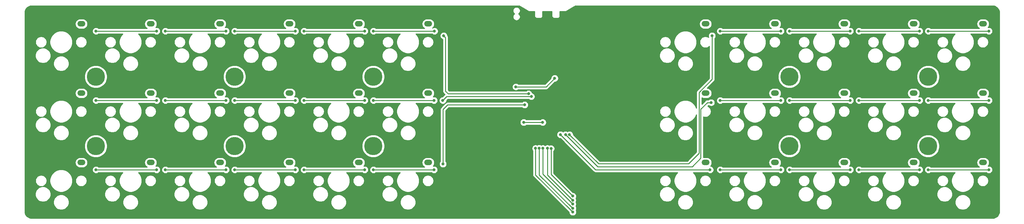
<source format=gbr>
G04 #@! TF.GenerationSoftware,KiCad,Pcbnew,(5.1.7)-1*
G04 #@! TF.CreationDate,2021-01-10T00:17:18+09:00*
G04 #@! TF.ProjectId,barracuda,62617272-6163-4756-9461-2e6b69636164,rev?*
G04 #@! TF.SameCoordinates,Original*
G04 #@! TF.FileFunction,Copper,L1,Top*
G04 #@! TF.FilePolarity,Positive*
%FSLAX46Y46*%
G04 Gerber Fmt 4.6, Leading zero omitted, Abs format (unit mm)*
G04 Created by KiCad (PCBNEW (5.1.7)-1) date 2021-01-10 00:17:18*
%MOMM*%
%LPD*%
G01*
G04 APERTURE LIST*
G04 #@! TA.AperFunction,ComponentPad*
%ADD10O,2.200000X1.500000*%
G04 #@! TD*
G04 #@! TA.AperFunction,WasherPad*
%ADD11C,5.000000*%
G04 #@! TD*
G04 #@! TA.AperFunction,ViaPad*
%ADD12C,0.800000*%
G04 #@! TD*
G04 #@! TA.AperFunction,Conductor*
%ADD13C,0.250000*%
G04 #@! TD*
G04 #@! TA.AperFunction,Conductor*
%ADD14C,0.254000*%
G04 #@! TD*
G04 #@! TA.AperFunction,Conductor*
%ADD15C,0.100000*%
G04 #@! TD*
G04 APERTURE END LIST*
D10*
X303200000Y-83100000D03*
X303200000Y-64050000D03*
X303200000Y-45000000D03*
X284150000Y-83100000D03*
X284150000Y-64050000D03*
X284150000Y-45000000D03*
X265100000Y-83100000D03*
X265100000Y-64050000D03*
X265100000Y-45000000D03*
X246050000Y-83100000D03*
X246050000Y-64050000D03*
X246050000Y-45000000D03*
X227000000Y-83100000D03*
X227000000Y-64050000D03*
X227000000Y-45000000D03*
X150800000Y-83100000D03*
X150800000Y-64050000D03*
X150800000Y-45000000D03*
X131750000Y-83100000D03*
X131750000Y-64050000D03*
X131750000Y-45000000D03*
X112700000Y-83100000D03*
X112700000Y-64050000D03*
X112700000Y-45000000D03*
X93650000Y-83100000D03*
X93650000Y-64050000D03*
X93650000Y-45000000D03*
X74600000Y-83100000D03*
X74600000Y-64050000D03*
X74600000Y-45000000D03*
X55550000Y-83100000D03*
X55550000Y-64050000D03*
X55550000Y-45000000D03*
D11*
X288125000Y-78575000D03*
X288125000Y-59525000D03*
X250025000Y-78575000D03*
X250025000Y-59525000D03*
X135725000Y-78575000D03*
X135725000Y-59525000D03*
X97625000Y-78575000D03*
X97625000Y-59525000D03*
X59525000Y-78575000D03*
X59525000Y-59525000D03*
D12*
X59563000Y-46990000D03*
X76200000Y-46990000D03*
X78613000Y-46990000D03*
X95250000Y-46990000D03*
X97663000Y-46990000D03*
X114300000Y-46990000D03*
X116713000Y-46990000D03*
X133350000Y-46990000D03*
X135763000Y-46990000D03*
X152527000Y-46990000D03*
X155067000Y-48260000D03*
X178371500Y-64198500D03*
X59563000Y-66040000D03*
X76200000Y-66040000D03*
X78613000Y-66040000D03*
X95250000Y-66040000D03*
X97663000Y-66040000D03*
X114300000Y-66040000D03*
X116713000Y-66040000D03*
X133350000Y-66040000D03*
X135763000Y-66040000D03*
X152400000Y-66040000D03*
X154813000Y-66040000D03*
X179133500Y-64960500D03*
X59563000Y-85090000D03*
X76200000Y-85090000D03*
X78613000Y-85090000D03*
X95250000Y-85090000D03*
X97663000Y-85090000D03*
X114300000Y-85090000D03*
X116713000Y-85090000D03*
X133350000Y-85090000D03*
X135763000Y-85090000D03*
X152400000Y-85090000D03*
X154876500Y-83502500D03*
X177292000Y-67246500D03*
X231013000Y-46990000D03*
X247650000Y-46990000D03*
X250063000Y-46990000D03*
X266700000Y-46990000D03*
X269113000Y-46990000D03*
X285750000Y-46990000D03*
X288163000Y-46990000D03*
X304800000Y-46990000D03*
X228790500Y-48260000D03*
X189611000Y-75438000D03*
X231013000Y-66040000D03*
X247650000Y-66040000D03*
X250063000Y-66040000D03*
X266700000Y-66040000D03*
X269113000Y-66040000D03*
X285750000Y-66040000D03*
X288163000Y-66040000D03*
X304800000Y-66040000D03*
X228536500Y-66611500D03*
X188531500Y-75438000D03*
X231013000Y-85090000D03*
X247650000Y-85090000D03*
X250063000Y-85090000D03*
X266700000Y-85090000D03*
X269113000Y-85090000D03*
X285750000Y-85090000D03*
X288163000Y-85090000D03*
X304800000Y-85090000D03*
X228219000Y-85090000D03*
X187134500Y-75438000D03*
X172656500Y-71691500D03*
X190373000Y-57848500D03*
X185547004Y-59944004D03*
X174879000Y-62293494D03*
X184546994Y-79251449D03*
X190500000Y-92329000D03*
X183547976Y-79206877D03*
X190492482Y-93453488D03*
X182308500Y-79195720D03*
X190490695Y-94488000D03*
X181308560Y-79183741D03*
X190503196Y-95688375D03*
X180293399Y-79197147D03*
X190500000Y-96710492D03*
X177038000Y-72072500D03*
X182245000Y-72064998D03*
D13*
X59563000Y-46990000D02*
X76200000Y-46990000D01*
X78613000Y-46990000D02*
X95250000Y-46990000D01*
X97663000Y-46990000D02*
X114300000Y-46990000D01*
X116713000Y-46990000D02*
X133350000Y-46990000D01*
X135763000Y-46990000D02*
X152527000Y-46990000D01*
X156273500Y-64198500D02*
X178371500Y-64198500D01*
X155575000Y-63500000D02*
X156273500Y-64198500D01*
X155575000Y-48768000D02*
X155575000Y-63500000D01*
X155067000Y-48260000D02*
X155575000Y-48768000D01*
X59563000Y-66040000D02*
X76200000Y-66040000D01*
X78613000Y-66040000D02*
X95250000Y-66040000D01*
X97663000Y-66040000D02*
X114300000Y-66040000D01*
X116713000Y-66040000D02*
X133350000Y-66040000D01*
X135763000Y-66040000D02*
X152400000Y-66040000D01*
X155892500Y-64960500D02*
X179133500Y-64960500D01*
X154813000Y-66040000D02*
X155892500Y-64960500D01*
X59563000Y-85090000D02*
X76200000Y-85090000D01*
X78613000Y-85090000D02*
X95250000Y-85090000D01*
X97663000Y-85090000D02*
X114300000Y-85090000D01*
X116713000Y-85090000D02*
X133350000Y-85090000D01*
X135763000Y-85090000D02*
X152400000Y-85090000D01*
X156146500Y-67246500D02*
X177292000Y-67246500D01*
X154876500Y-68516500D02*
X156146500Y-67246500D01*
X154876500Y-83502500D02*
X154876500Y-68516500D01*
X231013000Y-46990000D02*
X247650000Y-46990000D01*
X250063000Y-46990000D02*
X266700000Y-46990000D01*
X269113000Y-46990000D02*
X285750000Y-46990000D01*
X288163000Y-46990000D02*
X304800000Y-46990000D01*
X228790500Y-60240500D02*
X228790500Y-48260000D01*
X222313500Y-83439000D02*
X225224989Y-80527511D01*
X225224989Y-63806011D02*
X228790500Y-60240500D01*
X225224989Y-80527511D02*
X225224989Y-63806011D01*
X197612000Y-83439000D02*
X222313500Y-83439000D01*
X189611000Y-75438000D02*
X197612000Y-83439000D01*
X231013000Y-66040000D02*
X247650000Y-66040000D01*
X250063000Y-66040000D02*
X266700000Y-66040000D01*
X269113000Y-66040000D02*
X285750000Y-66040000D01*
X288163000Y-66040000D02*
X304800000Y-66040000D01*
X223329500Y-84264500D02*
X197358000Y-84264500D01*
X225679000Y-81915000D02*
X223329500Y-84264500D01*
X225679000Y-69477002D02*
X225679000Y-81915000D01*
X225674999Y-69473001D02*
X225679000Y-69477002D01*
X197358000Y-84264500D02*
X188531500Y-75438000D01*
X227501498Y-66611500D02*
X225674999Y-68437999D01*
X225674999Y-68437999D02*
X225674999Y-69473001D01*
X228536500Y-66611500D02*
X227501498Y-66611500D01*
X231013000Y-85090000D02*
X247650000Y-85090000D01*
X250063000Y-85090000D02*
X266700000Y-85090000D01*
X269113000Y-85090000D02*
X285750000Y-85090000D01*
X288163000Y-85090000D02*
X304800000Y-85090000D01*
X196786500Y-85090000D02*
X187134500Y-75438000D01*
X228219000Y-85090000D02*
X196786500Y-85090000D01*
X185547004Y-59944004D02*
X183197514Y-62293494D01*
X183197514Y-62293494D02*
X174879000Y-62293494D01*
X184546994Y-86375994D02*
X190500000Y-92329000D01*
X184546994Y-79251449D02*
X184546994Y-86375994D01*
X183547976Y-79206877D02*
X183547976Y-86508982D01*
X183547976Y-86508982D02*
X190492482Y-93453488D01*
X190490695Y-94478695D02*
X190490695Y-94488000D01*
X182308500Y-86296500D02*
X190490695Y-94478695D01*
X182308500Y-79195720D02*
X182308500Y-86296500D01*
X181308560Y-86493739D02*
X190503196Y-95688375D01*
X181308560Y-79183741D02*
X181308560Y-86493739D01*
X189755890Y-95966382D02*
X190500000Y-96710492D01*
X180293399Y-86503891D02*
X189755890Y-95966382D01*
X180293399Y-79197147D02*
X180293399Y-86503891D01*
X182237498Y-72072500D02*
X182245000Y-72064998D01*
X177038000Y-72072500D02*
X182237498Y-72072500D01*
D14*
X178115795Y-41375987D02*
X178128289Y-41391211D01*
X178232593Y-41476812D01*
X178351594Y-41540419D01*
X178480717Y-41579588D01*
X178581353Y-41589500D01*
X180030000Y-41589500D01*
X180030001Y-42750843D01*
X180026686Y-42784500D01*
X180039912Y-42918783D01*
X180079081Y-43047906D01*
X180142688Y-43166907D01*
X180228289Y-43271211D01*
X180332593Y-43356812D01*
X180451594Y-43420419D01*
X180580717Y-43459588D01*
X180681353Y-43469500D01*
X180715000Y-43472814D01*
X180748647Y-43469500D01*
X181531353Y-43469500D01*
X181565000Y-43472814D01*
X181598647Y-43469500D01*
X181699283Y-43459588D01*
X181828406Y-43420419D01*
X181947407Y-43356812D01*
X182051711Y-43271211D01*
X182137312Y-43166907D01*
X182200919Y-43047906D01*
X182240088Y-42918783D01*
X182253314Y-42784500D01*
X182250000Y-42750853D01*
X182250000Y-41589500D01*
X184780000Y-41589500D01*
X184780001Y-42750843D01*
X184776686Y-42784500D01*
X184789912Y-42918783D01*
X184829081Y-43047906D01*
X184892688Y-43166907D01*
X184978289Y-43271211D01*
X185082593Y-43356812D01*
X185201594Y-43420419D01*
X185330717Y-43459588D01*
X185431353Y-43469500D01*
X185465000Y-43472814D01*
X185498647Y-43469500D01*
X186281353Y-43469500D01*
X186315000Y-43472814D01*
X186348647Y-43469500D01*
X186449283Y-43459588D01*
X186578406Y-43420419D01*
X186697407Y-43356812D01*
X186801711Y-43271211D01*
X186887312Y-43166907D01*
X186950919Y-43047906D01*
X186990088Y-42918783D01*
X187003314Y-42784500D01*
X187000000Y-42750853D01*
X187000000Y-41589500D01*
X188448647Y-41589500D01*
X188549283Y-41579588D01*
X188678406Y-41540419D01*
X188797407Y-41476812D01*
X188901711Y-41391211D01*
X188914206Y-41375986D01*
X191188657Y-40030000D01*
X305783721Y-40030000D01*
X306180545Y-40068909D01*
X306531208Y-40174780D01*
X306854625Y-40346744D01*
X307138484Y-40578254D01*
X307371965Y-40860486D01*
X307546183Y-41182695D01*
X307654502Y-41532614D01*
X307696001Y-41927452D01*
X307696000Y-96487721D01*
X307657091Y-96884545D01*
X307551220Y-97235206D01*
X307379257Y-97558623D01*
X307147748Y-97842482D01*
X306865514Y-98075965D01*
X306543304Y-98250184D01*
X306193385Y-98358502D01*
X305798557Y-98400000D01*
X41942279Y-98400000D01*
X41545455Y-98361091D01*
X41194794Y-98255220D01*
X40871377Y-98083257D01*
X40587518Y-97851748D01*
X40354035Y-97569514D01*
X40179816Y-97247304D01*
X40071498Y-96897385D01*
X40030000Y-96502557D01*
X40030000Y-91589721D01*
X42865000Y-91589721D01*
X42865000Y-92010279D01*
X42947047Y-92422756D01*
X43107988Y-92811302D01*
X43341637Y-93160983D01*
X43639017Y-93458363D01*
X43988698Y-93692012D01*
X44377244Y-93852953D01*
X44789721Y-93935000D01*
X45210279Y-93935000D01*
X45622756Y-93852953D01*
X45775411Y-93789721D01*
X47865000Y-93789721D01*
X47865000Y-94210279D01*
X47947047Y-94622756D01*
X48107988Y-95011302D01*
X48341637Y-95360983D01*
X48639017Y-95658363D01*
X48988698Y-95892012D01*
X49377244Y-96052953D01*
X49789721Y-96135000D01*
X50210279Y-96135000D01*
X50622756Y-96052953D01*
X51011302Y-95892012D01*
X51360983Y-95658363D01*
X51658363Y-95360983D01*
X51892012Y-95011302D01*
X52052953Y-94622756D01*
X52135000Y-94210279D01*
X52135000Y-93789721D01*
X52052953Y-93377244D01*
X51892012Y-92988698D01*
X51658363Y-92639017D01*
X51360983Y-92341637D01*
X51011302Y-92107988D01*
X50622756Y-91947047D01*
X50210279Y-91865000D01*
X49789721Y-91865000D01*
X49377244Y-91947047D01*
X48988698Y-92107988D01*
X48639017Y-92341637D01*
X48341637Y-92639017D01*
X48107988Y-92988698D01*
X47947047Y-93377244D01*
X47865000Y-93789721D01*
X45775411Y-93789721D01*
X46011302Y-93692012D01*
X46360983Y-93458363D01*
X46658363Y-93160983D01*
X46892012Y-92811302D01*
X47052953Y-92422756D01*
X47135000Y-92010279D01*
X47135000Y-91589721D01*
X61915000Y-91589721D01*
X61915000Y-92010279D01*
X61997047Y-92422756D01*
X62157988Y-92811302D01*
X62391637Y-93160983D01*
X62689017Y-93458363D01*
X63038698Y-93692012D01*
X63427244Y-93852953D01*
X63839721Y-93935000D01*
X64260279Y-93935000D01*
X64672756Y-93852953D01*
X64825411Y-93789721D01*
X66915000Y-93789721D01*
X66915000Y-94210279D01*
X66997047Y-94622756D01*
X67157988Y-95011302D01*
X67391637Y-95360983D01*
X67689017Y-95658363D01*
X68038698Y-95892012D01*
X68427244Y-96052953D01*
X68839721Y-96135000D01*
X69260279Y-96135000D01*
X69672756Y-96052953D01*
X70061302Y-95892012D01*
X70410983Y-95658363D01*
X70708363Y-95360983D01*
X70942012Y-95011302D01*
X71102953Y-94622756D01*
X71185000Y-94210279D01*
X71185000Y-93789721D01*
X71102953Y-93377244D01*
X70942012Y-92988698D01*
X70708363Y-92639017D01*
X70410983Y-92341637D01*
X70061302Y-92107988D01*
X69672756Y-91947047D01*
X69260279Y-91865000D01*
X68839721Y-91865000D01*
X68427244Y-91947047D01*
X68038698Y-92107988D01*
X67689017Y-92341637D01*
X67391637Y-92639017D01*
X67157988Y-92988698D01*
X66997047Y-93377244D01*
X66915000Y-93789721D01*
X64825411Y-93789721D01*
X65061302Y-93692012D01*
X65410983Y-93458363D01*
X65708363Y-93160983D01*
X65942012Y-92811302D01*
X66102953Y-92422756D01*
X66185000Y-92010279D01*
X66185000Y-91589721D01*
X80965000Y-91589721D01*
X80965000Y-92010279D01*
X81047047Y-92422756D01*
X81207988Y-92811302D01*
X81441637Y-93160983D01*
X81739017Y-93458363D01*
X82088698Y-93692012D01*
X82477244Y-93852953D01*
X82889721Y-93935000D01*
X83310279Y-93935000D01*
X83722756Y-93852953D01*
X83875411Y-93789721D01*
X85965000Y-93789721D01*
X85965000Y-94210279D01*
X86047047Y-94622756D01*
X86207988Y-95011302D01*
X86441637Y-95360983D01*
X86739017Y-95658363D01*
X87088698Y-95892012D01*
X87477244Y-96052953D01*
X87889721Y-96135000D01*
X88310279Y-96135000D01*
X88722756Y-96052953D01*
X89111302Y-95892012D01*
X89460983Y-95658363D01*
X89758363Y-95360983D01*
X89992012Y-95011302D01*
X90152953Y-94622756D01*
X90235000Y-94210279D01*
X90235000Y-93789721D01*
X90152953Y-93377244D01*
X89992012Y-92988698D01*
X89758363Y-92639017D01*
X89460983Y-92341637D01*
X89111302Y-92107988D01*
X88722756Y-91947047D01*
X88310279Y-91865000D01*
X87889721Y-91865000D01*
X87477244Y-91947047D01*
X87088698Y-92107988D01*
X86739017Y-92341637D01*
X86441637Y-92639017D01*
X86207988Y-92988698D01*
X86047047Y-93377244D01*
X85965000Y-93789721D01*
X83875411Y-93789721D01*
X84111302Y-93692012D01*
X84460983Y-93458363D01*
X84758363Y-93160983D01*
X84992012Y-92811302D01*
X85152953Y-92422756D01*
X85235000Y-92010279D01*
X85235000Y-91589721D01*
X100015000Y-91589721D01*
X100015000Y-92010279D01*
X100097047Y-92422756D01*
X100257988Y-92811302D01*
X100491637Y-93160983D01*
X100789017Y-93458363D01*
X101138698Y-93692012D01*
X101527244Y-93852953D01*
X101939721Y-93935000D01*
X102360279Y-93935000D01*
X102772756Y-93852953D01*
X102925411Y-93789721D01*
X105015000Y-93789721D01*
X105015000Y-94210279D01*
X105097047Y-94622756D01*
X105257988Y-95011302D01*
X105491637Y-95360983D01*
X105789017Y-95658363D01*
X106138698Y-95892012D01*
X106527244Y-96052953D01*
X106939721Y-96135000D01*
X107360279Y-96135000D01*
X107772756Y-96052953D01*
X108161302Y-95892012D01*
X108510983Y-95658363D01*
X108808363Y-95360983D01*
X109042012Y-95011302D01*
X109202953Y-94622756D01*
X109285000Y-94210279D01*
X109285000Y-93789721D01*
X109202953Y-93377244D01*
X109042012Y-92988698D01*
X108808363Y-92639017D01*
X108510983Y-92341637D01*
X108161302Y-92107988D01*
X107772756Y-91947047D01*
X107360279Y-91865000D01*
X106939721Y-91865000D01*
X106527244Y-91947047D01*
X106138698Y-92107988D01*
X105789017Y-92341637D01*
X105491637Y-92639017D01*
X105257988Y-92988698D01*
X105097047Y-93377244D01*
X105015000Y-93789721D01*
X102925411Y-93789721D01*
X103161302Y-93692012D01*
X103510983Y-93458363D01*
X103808363Y-93160983D01*
X104042012Y-92811302D01*
X104202953Y-92422756D01*
X104285000Y-92010279D01*
X104285000Y-91589721D01*
X119065000Y-91589721D01*
X119065000Y-92010279D01*
X119147047Y-92422756D01*
X119307988Y-92811302D01*
X119541637Y-93160983D01*
X119839017Y-93458363D01*
X120188698Y-93692012D01*
X120577244Y-93852953D01*
X120989721Y-93935000D01*
X121410279Y-93935000D01*
X121822756Y-93852953D01*
X121975411Y-93789721D01*
X124065000Y-93789721D01*
X124065000Y-94210279D01*
X124147047Y-94622756D01*
X124307988Y-95011302D01*
X124541637Y-95360983D01*
X124839017Y-95658363D01*
X125188698Y-95892012D01*
X125577244Y-96052953D01*
X125989721Y-96135000D01*
X126410279Y-96135000D01*
X126822756Y-96052953D01*
X127211302Y-95892012D01*
X127560983Y-95658363D01*
X127858363Y-95360983D01*
X128092012Y-95011302D01*
X128252953Y-94622756D01*
X128335000Y-94210279D01*
X128335000Y-93789721D01*
X128252953Y-93377244D01*
X128092012Y-92988698D01*
X127858363Y-92639017D01*
X127560983Y-92341637D01*
X127211302Y-92107988D01*
X126822756Y-91947047D01*
X126410279Y-91865000D01*
X125989721Y-91865000D01*
X125577244Y-91947047D01*
X125188698Y-92107988D01*
X124839017Y-92341637D01*
X124541637Y-92639017D01*
X124307988Y-92988698D01*
X124147047Y-93377244D01*
X124065000Y-93789721D01*
X121975411Y-93789721D01*
X122211302Y-93692012D01*
X122560983Y-93458363D01*
X122858363Y-93160983D01*
X123092012Y-92811302D01*
X123252953Y-92422756D01*
X123335000Y-92010279D01*
X123335000Y-91589721D01*
X138115000Y-91589721D01*
X138115000Y-92010279D01*
X138197047Y-92422756D01*
X138357988Y-92811302D01*
X138591637Y-93160983D01*
X138889017Y-93458363D01*
X139238698Y-93692012D01*
X139627244Y-93852953D01*
X140039721Y-93935000D01*
X140460279Y-93935000D01*
X140872756Y-93852953D01*
X141025411Y-93789721D01*
X143115000Y-93789721D01*
X143115000Y-94210279D01*
X143197047Y-94622756D01*
X143357988Y-95011302D01*
X143591637Y-95360983D01*
X143889017Y-95658363D01*
X144238698Y-95892012D01*
X144627244Y-96052953D01*
X145039721Y-96135000D01*
X145460279Y-96135000D01*
X145872756Y-96052953D01*
X146261302Y-95892012D01*
X146610983Y-95658363D01*
X146908363Y-95360983D01*
X147142012Y-95011302D01*
X147302953Y-94622756D01*
X147385000Y-94210279D01*
X147385000Y-93789721D01*
X147302953Y-93377244D01*
X147142012Y-92988698D01*
X146908363Y-92639017D01*
X146610983Y-92341637D01*
X146261302Y-92107988D01*
X145872756Y-91947047D01*
X145460279Y-91865000D01*
X145039721Y-91865000D01*
X144627244Y-91947047D01*
X144238698Y-92107988D01*
X143889017Y-92341637D01*
X143591637Y-92639017D01*
X143357988Y-92988698D01*
X143197047Y-93377244D01*
X143115000Y-93789721D01*
X141025411Y-93789721D01*
X141261302Y-93692012D01*
X141610983Y-93458363D01*
X141908363Y-93160983D01*
X142142012Y-92811302D01*
X142302953Y-92422756D01*
X142385000Y-92010279D01*
X142385000Y-91589721D01*
X142302953Y-91177244D01*
X142142012Y-90788698D01*
X141908363Y-90439017D01*
X141610983Y-90141637D01*
X141261302Y-89907988D01*
X140872756Y-89747047D01*
X140460279Y-89665000D01*
X140039721Y-89665000D01*
X139627244Y-89747047D01*
X139238698Y-89907988D01*
X138889017Y-90141637D01*
X138591637Y-90439017D01*
X138357988Y-90788698D01*
X138197047Y-91177244D01*
X138115000Y-91589721D01*
X123335000Y-91589721D01*
X123252953Y-91177244D01*
X123092012Y-90788698D01*
X122858363Y-90439017D01*
X122560983Y-90141637D01*
X122211302Y-89907988D01*
X121822756Y-89747047D01*
X121410279Y-89665000D01*
X120989721Y-89665000D01*
X120577244Y-89747047D01*
X120188698Y-89907988D01*
X119839017Y-90141637D01*
X119541637Y-90439017D01*
X119307988Y-90788698D01*
X119147047Y-91177244D01*
X119065000Y-91589721D01*
X104285000Y-91589721D01*
X104202953Y-91177244D01*
X104042012Y-90788698D01*
X103808363Y-90439017D01*
X103510983Y-90141637D01*
X103161302Y-89907988D01*
X102772756Y-89747047D01*
X102360279Y-89665000D01*
X101939721Y-89665000D01*
X101527244Y-89747047D01*
X101138698Y-89907988D01*
X100789017Y-90141637D01*
X100491637Y-90439017D01*
X100257988Y-90788698D01*
X100097047Y-91177244D01*
X100015000Y-91589721D01*
X85235000Y-91589721D01*
X85152953Y-91177244D01*
X84992012Y-90788698D01*
X84758363Y-90439017D01*
X84460983Y-90141637D01*
X84111302Y-89907988D01*
X83722756Y-89747047D01*
X83310279Y-89665000D01*
X82889721Y-89665000D01*
X82477244Y-89747047D01*
X82088698Y-89907988D01*
X81739017Y-90141637D01*
X81441637Y-90439017D01*
X81207988Y-90788698D01*
X81047047Y-91177244D01*
X80965000Y-91589721D01*
X66185000Y-91589721D01*
X66102953Y-91177244D01*
X65942012Y-90788698D01*
X65708363Y-90439017D01*
X65410983Y-90141637D01*
X65061302Y-89907988D01*
X64672756Y-89747047D01*
X64260279Y-89665000D01*
X63839721Y-89665000D01*
X63427244Y-89747047D01*
X63038698Y-89907988D01*
X62689017Y-90141637D01*
X62391637Y-90439017D01*
X62157988Y-90788698D01*
X61997047Y-91177244D01*
X61915000Y-91589721D01*
X47135000Y-91589721D01*
X47052953Y-91177244D01*
X46892012Y-90788698D01*
X46658363Y-90439017D01*
X46360983Y-90141637D01*
X46011302Y-89907988D01*
X45622756Y-89747047D01*
X45210279Y-89665000D01*
X44789721Y-89665000D01*
X44377244Y-89747047D01*
X43988698Y-89907988D01*
X43639017Y-90141637D01*
X43341637Y-90439017D01*
X43107988Y-90788698D01*
X42947047Y-91177244D01*
X42865000Y-91589721D01*
X40030000Y-91589721D01*
X40030000Y-87943891D01*
X42915000Y-87943891D01*
X42915000Y-88256109D01*
X42975911Y-88562327D01*
X43095391Y-88850779D01*
X43268850Y-89110379D01*
X43489621Y-89331150D01*
X43749221Y-89504609D01*
X44037673Y-89624089D01*
X44343891Y-89685000D01*
X44656109Y-89685000D01*
X44962327Y-89624089D01*
X45250779Y-89504609D01*
X45510379Y-89331150D01*
X45731150Y-89110379D01*
X45904609Y-88850779D01*
X46024089Y-88562327D01*
X46085000Y-88256109D01*
X46085000Y-87943891D01*
X46054634Y-87791229D01*
X46865000Y-87791229D01*
X46865000Y-88408771D01*
X46985476Y-89014446D01*
X47221799Y-89584979D01*
X47564886Y-90098446D01*
X48001554Y-90535114D01*
X48515021Y-90878201D01*
X49085554Y-91114524D01*
X49691229Y-91235000D01*
X50308771Y-91235000D01*
X50914446Y-91114524D01*
X51484979Y-90878201D01*
X51998446Y-90535114D01*
X52435114Y-90098446D01*
X52778201Y-89584979D01*
X53014524Y-89014446D01*
X53135000Y-88408771D01*
X53135000Y-87943891D01*
X53915000Y-87943891D01*
X53915000Y-88256109D01*
X53975911Y-88562327D01*
X54095391Y-88850779D01*
X54268850Y-89110379D01*
X54489621Y-89331150D01*
X54749221Y-89504609D01*
X55037673Y-89624089D01*
X55343891Y-89685000D01*
X55656109Y-89685000D01*
X55962327Y-89624089D01*
X56250779Y-89504609D01*
X56510379Y-89331150D01*
X56731150Y-89110379D01*
X56904609Y-88850779D01*
X57024089Y-88562327D01*
X57085000Y-88256109D01*
X57085000Y-87943891D01*
X61965000Y-87943891D01*
X61965000Y-88256109D01*
X62025911Y-88562327D01*
X62145391Y-88850779D01*
X62318850Y-89110379D01*
X62539621Y-89331150D01*
X62799221Y-89504609D01*
X63087673Y-89624089D01*
X63393891Y-89685000D01*
X63706109Y-89685000D01*
X64012327Y-89624089D01*
X64300779Y-89504609D01*
X64560379Y-89331150D01*
X64781150Y-89110379D01*
X64954609Y-88850779D01*
X65074089Y-88562327D01*
X65135000Y-88256109D01*
X65135000Y-87943891D01*
X65074089Y-87637673D01*
X64954609Y-87349221D01*
X64781150Y-87089621D01*
X64560379Y-86868850D01*
X64300779Y-86695391D01*
X64012327Y-86575911D01*
X63706109Y-86515000D01*
X63393891Y-86515000D01*
X63087673Y-86575911D01*
X62799221Y-86695391D01*
X62539621Y-86868850D01*
X62318850Y-87089621D01*
X62145391Y-87349221D01*
X62025911Y-87637673D01*
X61965000Y-87943891D01*
X57085000Y-87943891D01*
X57024089Y-87637673D01*
X56904609Y-87349221D01*
X56731150Y-87089621D01*
X56510379Y-86868850D01*
X56250779Y-86695391D01*
X55962327Y-86575911D01*
X55656109Y-86515000D01*
X55343891Y-86515000D01*
X55037673Y-86575911D01*
X54749221Y-86695391D01*
X54489621Y-86868850D01*
X54268850Y-87089621D01*
X54095391Y-87349221D01*
X53975911Y-87637673D01*
X53915000Y-87943891D01*
X53135000Y-87943891D01*
X53135000Y-87791229D01*
X53014524Y-87185554D01*
X52778201Y-86615021D01*
X52435114Y-86101554D01*
X51998446Y-85664886D01*
X51484979Y-85321799D01*
X50914446Y-85085476D01*
X50424707Y-84988061D01*
X58528000Y-84988061D01*
X58528000Y-85191939D01*
X58567774Y-85391898D01*
X58645795Y-85580256D01*
X58759063Y-85749774D01*
X58903226Y-85893937D01*
X59072744Y-86007205D01*
X59261102Y-86085226D01*
X59461061Y-86125000D01*
X59664939Y-86125000D01*
X59864898Y-86085226D01*
X60053256Y-86007205D01*
X60222774Y-85893937D01*
X60266711Y-85850000D01*
X66866440Y-85850000D01*
X66614886Y-86101554D01*
X66271799Y-86615021D01*
X66035476Y-87185554D01*
X65915000Y-87791229D01*
X65915000Y-88408771D01*
X66035476Y-89014446D01*
X66271799Y-89584979D01*
X66614886Y-90098446D01*
X67051554Y-90535114D01*
X67565021Y-90878201D01*
X68135554Y-91114524D01*
X68741229Y-91235000D01*
X69358771Y-91235000D01*
X69964446Y-91114524D01*
X70534979Y-90878201D01*
X71048446Y-90535114D01*
X71485114Y-90098446D01*
X71828201Y-89584979D01*
X72064524Y-89014446D01*
X72185000Y-88408771D01*
X72185000Y-87943891D01*
X72965000Y-87943891D01*
X72965000Y-88256109D01*
X73025911Y-88562327D01*
X73145391Y-88850779D01*
X73318850Y-89110379D01*
X73539621Y-89331150D01*
X73799221Y-89504609D01*
X74087673Y-89624089D01*
X74393891Y-89685000D01*
X74706109Y-89685000D01*
X75012327Y-89624089D01*
X75300779Y-89504609D01*
X75560379Y-89331150D01*
X75781150Y-89110379D01*
X75954609Y-88850779D01*
X76074089Y-88562327D01*
X76135000Y-88256109D01*
X76135000Y-87943891D01*
X81015000Y-87943891D01*
X81015000Y-88256109D01*
X81075911Y-88562327D01*
X81195391Y-88850779D01*
X81368850Y-89110379D01*
X81589621Y-89331150D01*
X81849221Y-89504609D01*
X82137673Y-89624089D01*
X82443891Y-89685000D01*
X82756109Y-89685000D01*
X83062327Y-89624089D01*
X83350779Y-89504609D01*
X83610379Y-89331150D01*
X83831150Y-89110379D01*
X84004609Y-88850779D01*
X84124089Y-88562327D01*
X84185000Y-88256109D01*
X84185000Y-87943891D01*
X84124089Y-87637673D01*
X84004609Y-87349221D01*
X83831150Y-87089621D01*
X83610379Y-86868850D01*
X83350779Y-86695391D01*
X83062327Y-86575911D01*
X82756109Y-86515000D01*
X82443891Y-86515000D01*
X82137673Y-86575911D01*
X81849221Y-86695391D01*
X81589621Y-86868850D01*
X81368850Y-87089621D01*
X81195391Y-87349221D01*
X81075911Y-87637673D01*
X81015000Y-87943891D01*
X76135000Y-87943891D01*
X76074089Y-87637673D01*
X75954609Y-87349221D01*
X75781150Y-87089621D01*
X75560379Y-86868850D01*
X75300779Y-86695391D01*
X75012327Y-86575911D01*
X74706109Y-86515000D01*
X74393891Y-86515000D01*
X74087673Y-86575911D01*
X73799221Y-86695391D01*
X73539621Y-86868850D01*
X73318850Y-87089621D01*
X73145391Y-87349221D01*
X73025911Y-87637673D01*
X72965000Y-87943891D01*
X72185000Y-87943891D01*
X72185000Y-87791229D01*
X72064524Y-87185554D01*
X71828201Y-86615021D01*
X71485114Y-86101554D01*
X71233560Y-85850000D01*
X75496289Y-85850000D01*
X75540226Y-85893937D01*
X75709744Y-86007205D01*
X75898102Y-86085226D01*
X76098061Y-86125000D01*
X76301939Y-86125000D01*
X76501898Y-86085226D01*
X76690256Y-86007205D01*
X76859774Y-85893937D01*
X77003937Y-85749774D01*
X77117205Y-85580256D01*
X77195226Y-85391898D01*
X77235000Y-85191939D01*
X77235000Y-84988061D01*
X77578000Y-84988061D01*
X77578000Y-85191939D01*
X77617774Y-85391898D01*
X77695795Y-85580256D01*
X77809063Y-85749774D01*
X77953226Y-85893937D01*
X78122744Y-86007205D01*
X78311102Y-86085226D01*
X78511061Y-86125000D01*
X78714939Y-86125000D01*
X78914898Y-86085226D01*
X79103256Y-86007205D01*
X79272774Y-85893937D01*
X79316711Y-85850000D01*
X85916440Y-85850000D01*
X85664886Y-86101554D01*
X85321799Y-86615021D01*
X85085476Y-87185554D01*
X84965000Y-87791229D01*
X84965000Y-88408771D01*
X85085476Y-89014446D01*
X85321799Y-89584979D01*
X85664886Y-90098446D01*
X86101554Y-90535114D01*
X86615021Y-90878201D01*
X87185554Y-91114524D01*
X87791229Y-91235000D01*
X88408771Y-91235000D01*
X89014446Y-91114524D01*
X89584979Y-90878201D01*
X90098446Y-90535114D01*
X90535114Y-90098446D01*
X90878201Y-89584979D01*
X91114524Y-89014446D01*
X91235000Y-88408771D01*
X91235000Y-87943891D01*
X92015000Y-87943891D01*
X92015000Y-88256109D01*
X92075911Y-88562327D01*
X92195391Y-88850779D01*
X92368850Y-89110379D01*
X92589621Y-89331150D01*
X92849221Y-89504609D01*
X93137673Y-89624089D01*
X93443891Y-89685000D01*
X93756109Y-89685000D01*
X94062327Y-89624089D01*
X94350779Y-89504609D01*
X94610379Y-89331150D01*
X94831150Y-89110379D01*
X95004609Y-88850779D01*
X95124089Y-88562327D01*
X95185000Y-88256109D01*
X95185000Y-87943891D01*
X100065000Y-87943891D01*
X100065000Y-88256109D01*
X100125911Y-88562327D01*
X100245391Y-88850779D01*
X100418850Y-89110379D01*
X100639621Y-89331150D01*
X100899221Y-89504609D01*
X101187673Y-89624089D01*
X101493891Y-89685000D01*
X101806109Y-89685000D01*
X102112327Y-89624089D01*
X102400779Y-89504609D01*
X102660379Y-89331150D01*
X102881150Y-89110379D01*
X103054609Y-88850779D01*
X103174089Y-88562327D01*
X103235000Y-88256109D01*
X103235000Y-87943891D01*
X103174089Y-87637673D01*
X103054609Y-87349221D01*
X102881150Y-87089621D01*
X102660379Y-86868850D01*
X102400779Y-86695391D01*
X102112327Y-86575911D01*
X101806109Y-86515000D01*
X101493891Y-86515000D01*
X101187673Y-86575911D01*
X100899221Y-86695391D01*
X100639621Y-86868850D01*
X100418850Y-87089621D01*
X100245391Y-87349221D01*
X100125911Y-87637673D01*
X100065000Y-87943891D01*
X95185000Y-87943891D01*
X95124089Y-87637673D01*
X95004609Y-87349221D01*
X94831150Y-87089621D01*
X94610379Y-86868850D01*
X94350779Y-86695391D01*
X94062327Y-86575911D01*
X93756109Y-86515000D01*
X93443891Y-86515000D01*
X93137673Y-86575911D01*
X92849221Y-86695391D01*
X92589621Y-86868850D01*
X92368850Y-87089621D01*
X92195391Y-87349221D01*
X92075911Y-87637673D01*
X92015000Y-87943891D01*
X91235000Y-87943891D01*
X91235000Y-87791229D01*
X91114524Y-87185554D01*
X90878201Y-86615021D01*
X90535114Y-86101554D01*
X90283560Y-85850000D01*
X94546289Y-85850000D01*
X94590226Y-85893937D01*
X94759744Y-86007205D01*
X94948102Y-86085226D01*
X95148061Y-86125000D01*
X95351939Y-86125000D01*
X95551898Y-86085226D01*
X95740256Y-86007205D01*
X95909774Y-85893937D01*
X96053937Y-85749774D01*
X96167205Y-85580256D01*
X96245226Y-85391898D01*
X96285000Y-85191939D01*
X96285000Y-84988061D01*
X96628000Y-84988061D01*
X96628000Y-85191939D01*
X96667774Y-85391898D01*
X96745795Y-85580256D01*
X96859063Y-85749774D01*
X97003226Y-85893937D01*
X97172744Y-86007205D01*
X97361102Y-86085226D01*
X97561061Y-86125000D01*
X97764939Y-86125000D01*
X97964898Y-86085226D01*
X98153256Y-86007205D01*
X98322774Y-85893937D01*
X98366711Y-85850000D01*
X104966440Y-85850000D01*
X104714886Y-86101554D01*
X104371799Y-86615021D01*
X104135476Y-87185554D01*
X104015000Y-87791229D01*
X104015000Y-88408771D01*
X104135476Y-89014446D01*
X104371799Y-89584979D01*
X104714886Y-90098446D01*
X105151554Y-90535114D01*
X105665021Y-90878201D01*
X106235554Y-91114524D01*
X106841229Y-91235000D01*
X107458771Y-91235000D01*
X108064446Y-91114524D01*
X108634979Y-90878201D01*
X109148446Y-90535114D01*
X109585114Y-90098446D01*
X109928201Y-89584979D01*
X110164524Y-89014446D01*
X110285000Y-88408771D01*
X110285000Y-87943891D01*
X111065000Y-87943891D01*
X111065000Y-88256109D01*
X111125911Y-88562327D01*
X111245391Y-88850779D01*
X111418850Y-89110379D01*
X111639621Y-89331150D01*
X111899221Y-89504609D01*
X112187673Y-89624089D01*
X112493891Y-89685000D01*
X112806109Y-89685000D01*
X113112327Y-89624089D01*
X113400779Y-89504609D01*
X113660379Y-89331150D01*
X113881150Y-89110379D01*
X114054609Y-88850779D01*
X114174089Y-88562327D01*
X114235000Y-88256109D01*
X114235000Y-87943891D01*
X119115000Y-87943891D01*
X119115000Y-88256109D01*
X119175911Y-88562327D01*
X119295391Y-88850779D01*
X119468850Y-89110379D01*
X119689621Y-89331150D01*
X119949221Y-89504609D01*
X120237673Y-89624089D01*
X120543891Y-89685000D01*
X120856109Y-89685000D01*
X121162327Y-89624089D01*
X121450779Y-89504609D01*
X121710379Y-89331150D01*
X121931150Y-89110379D01*
X122104609Y-88850779D01*
X122224089Y-88562327D01*
X122285000Y-88256109D01*
X122285000Y-87943891D01*
X122224089Y-87637673D01*
X122104609Y-87349221D01*
X121931150Y-87089621D01*
X121710379Y-86868850D01*
X121450779Y-86695391D01*
X121162327Y-86575911D01*
X120856109Y-86515000D01*
X120543891Y-86515000D01*
X120237673Y-86575911D01*
X119949221Y-86695391D01*
X119689621Y-86868850D01*
X119468850Y-87089621D01*
X119295391Y-87349221D01*
X119175911Y-87637673D01*
X119115000Y-87943891D01*
X114235000Y-87943891D01*
X114174089Y-87637673D01*
X114054609Y-87349221D01*
X113881150Y-87089621D01*
X113660379Y-86868850D01*
X113400779Y-86695391D01*
X113112327Y-86575911D01*
X112806109Y-86515000D01*
X112493891Y-86515000D01*
X112187673Y-86575911D01*
X111899221Y-86695391D01*
X111639621Y-86868850D01*
X111418850Y-87089621D01*
X111245391Y-87349221D01*
X111125911Y-87637673D01*
X111065000Y-87943891D01*
X110285000Y-87943891D01*
X110285000Y-87791229D01*
X110164524Y-87185554D01*
X109928201Y-86615021D01*
X109585114Y-86101554D01*
X109333560Y-85850000D01*
X113596289Y-85850000D01*
X113640226Y-85893937D01*
X113809744Y-86007205D01*
X113998102Y-86085226D01*
X114198061Y-86125000D01*
X114401939Y-86125000D01*
X114601898Y-86085226D01*
X114790256Y-86007205D01*
X114959774Y-85893937D01*
X115103937Y-85749774D01*
X115217205Y-85580256D01*
X115295226Y-85391898D01*
X115335000Y-85191939D01*
X115335000Y-84988061D01*
X115678000Y-84988061D01*
X115678000Y-85191939D01*
X115717774Y-85391898D01*
X115795795Y-85580256D01*
X115909063Y-85749774D01*
X116053226Y-85893937D01*
X116222744Y-86007205D01*
X116411102Y-86085226D01*
X116611061Y-86125000D01*
X116814939Y-86125000D01*
X117014898Y-86085226D01*
X117203256Y-86007205D01*
X117372774Y-85893937D01*
X117416711Y-85850000D01*
X124016440Y-85850000D01*
X123764886Y-86101554D01*
X123421799Y-86615021D01*
X123185476Y-87185554D01*
X123065000Y-87791229D01*
X123065000Y-88408771D01*
X123185476Y-89014446D01*
X123421799Y-89584979D01*
X123764886Y-90098446D01*
X124201554Y-90535114D01*
X124715021Y-90878201D01*
X125285554Y-91114524D01*
X125891229Y-91235000D01*
X126508771Y-91235000D01*
X127114446Y-91114524D01*
X127684979Y-90878201D01*
X128198446Y-90535114D01*
X128635114Y-90098446D01*
X128978201Y-89584979D01*
X129214524Y-89014446D01*
X129335000Y-88408771D01*
X129335000Y-87943891D01*
X130115000Y-87943891D01*
X130115000Y-88256109D01*
X130175911Y-88562327D01*
X130295391Y-88850779D01*
X130468850Y-89110379D01*
X130689621Y-89331150D01*
X130949221Y-89504609D01*
X131237673Y-89624089D01*
X131543891Y-89685000D01*
X131856109Y-89685000D01*
X132162327Y-89624089D01*
X132450779Y-89504609D01*
X132710379Y-89331150D01*
X132931150Y-89110379D01*
X133104609Y-88850779D01*
X133224089Y-88562327D01*
X133285000Y-88256109D01*
X133285000Y-87943891D01*
X138165000Y-87943891D01*
X138165000Y-88256109D01*
X138225911Y-88562327D01*
X138345391Y-88850779D01*
X138518850Y-89110379D01*
X138739621Y-89331150D01*
X138999221Y-89504609D01*
X139287673Y-89624089D01*
X139593891Y-89685000D01*
X139906109Y-89685000D01*
X140212327Y-89624089D01*
X140500779Y-89504609D01*
X140760379Y-89331150D01*
X140981150Y-89110379D01*
X141154609Y-88850779D01*
X141274089Y-88562327D01*
X141335000Y-88256109D01*
X141335000Y-87943891D01*
X141274089Y-87637673D01*
X141154609Y-87349221D01*
X140981150Y-87089621D01*
X140760379Y-86868850D01*
X140500779Y-86695391D01*
X140212327Y-86575911D01*
X139906109Y-86515000D01*
X139593891Y-86515000D01*
X139287673Y-86575911D01*
X138999221Y-86695391D01*
X138739621Y-86868850D01*
X138518850Y-87089621D01*
X138345391Y-87349221D01*
X138225911Y-87637673D01*
X138165000Y-87943891D01*
X133285000Y-87943891D01*
X133224089Y-87637673D01*
X133104609Y-87349221D01*
X132931150Y-87089621D01*
X132710379Y-86868850D01*
X132450779Y-86695391D01*
X132162327Y-86575911D01*
X131856109Y-86515000D01*
X131543891Y-86515000D01*
X131237673Y-86575911D01*
X130949221Y-86695391D01*
X130689621Y-86868850D01*
X130468850Y-87089621D01*
X130295391Y-87349221D01*
X130175911Y-87637673D01*
X130115000Y-87943891D01*
X129335000Y-87943891D01*
X129335000Y-87791229D01*
X129214524Y-87185554D01*
X128978201Y-86615021D01*
X128635114Y-86101554D01*
X128383560Y-85850000D01*
X132646289Y-85850000D01*
X132690226Y-85893937D01*
X132859744Y-86007205D01*
X133048102Y-86085226D01*
X133248061Y-86125000D01*
X133451939Y-86125000D01*
X133651898Y-86085226D01*
X133840256Y-86007205D01*
X134009774Y-85893937D01*
X134153937Y-85749774D01*
X134267205Y-85580256D01*
X134345226Y-85391898D01*
X134385000Y-85191939D01*
X134385000Y-84988061D01*
X134728000Y-84988061D01*
X134728000Y-85191939D01*
X134767774Y-85391898D01*
X134845795Y-85580256D01*
X134959063Y-85749774D01*
X135103226Y-85893937D01*
X135272744Y-86007205D01*
X135461102Y-86085226D01*
X135661061Y-86125000D01*
X135864939Y-86125000D01*
X136064898Y-86085226D01*
X136253256Y-86007205D01*
X136422774Y-85893937D01*
X136466711Y-85850000D01*
X143066440Y-85850000D01*
X142814886Y-86101554D01*
X142471799Y-86615021D01*
X142235476Y-87185554D01*
X142115000Y-87791229D01*
X142115000Y-88408771D01*
X142235476Y-89014446D01*
X142471799Y-89584979D01*
X142814886Y-90098446D01*
X143251554Y-90535114D01*
X143765021Y-90878201D01*
X144335554Y-91114524D01*
X144941229Y-91235000D01*
X145558771Y-91235000D01*
X146164446Y-91114524D01*
X146734979Y-90878201D01*
X147248446Y-90535114D01*
X147685114Y-90098446D01*
X148028201Y-89584979D01*
X148264524Y-89014446D01*
X148385000Y-88408771D01*
X148385000Y-87943891D01*
X149165000Y-87943891D01*
X149165000Y-88256109D01*
X149225911Y-88562327D01*
X149345391Y-88850779D01*
X149518850Y-89110379D01*
X149739621Y-89331150D01*
X149999221Y-89504609D01*
X150287673Y-89624089D01*
X150593891Y-89685000D01*
X150906109Y-89685000D01*
X151212327Y-89624089D01*
X151500779Y-89504609D01*
X151760379Y-89331150D01*
X151981150Y-89110379D01*
X152154609Y-88850779D01*
X152274089Y-88562327D01*
X152335000Y-88256109D01*
X152335000Y-87943891D01*
X152274089Y-87637673D01*
X152154609Y-87349221D01*
X151981150Y-87089621D01*
X151760379Y-86868850D01*
X151500779Y-86695391D01*
X151212327Y-86575911D01*
X150906109Y-86515000D01*
X150593891Y-86515000D01*
X150287673Y-86575911D01*
X149999221Y-86695391D01*
X149739621Y-86868850D01*
X149518850Y-87089621D01*
X149345391Y-87349221D01*
X149225911Y-87637673D01*
X149165000Y-87943891D01*
X148385000Y-87943891D01*
X148385000Y-87791229D01*
X148264524Y-87185554D01*
X148028201Y-86615021D01*
X147685114Y-86101554D01*
X147433560Y-85850000D01*
X151696289Y-85850000D01*
X151740226Y-85893937D01*
X151909744Y-86007205D01*
X152098102Y-86085226D01*
X152298061Y-86125000D01*
X152501939Y-86125000D01*
X152701898Y-86085226D01*
X152890256Y-86007205D01*
X153059774Y-85893937D01*
X153203937Y-85749774D01*
X153317205Y-85580256D01*
X153395226Y-85391898D01*
X153435000Y-85191939D01*
X153435000Y-84988061D01*
X153395226Y-84788102D01*
X153317205Y-84599744D01*
X153203937Y-84430226D01*
X153059774Y-84286063D01*
X152890256Y-84172795D01*
X152701898Y-84094774D01*
X152501939Y-84055000D01*
X152298061Y-84055000D01*
X152128393Y-84088749D01*
X152134081Y-84084081D01*
X152307157Y-83873188D01*
X152435764Y-83632581D01*
X152514960Y-83371507D01*
X152541701Y-83100000D01*
X152514960Y-82828493D01*
X152435764Y-82567419D01*
X152307157Y-82326812D01*
X152134081Y-82115919D01*
X151923188Y-81942843D01*
X151682581Y-81814236D01*
X151421507Y-81735040D01*
X151218037Y-81715000D01*
X150381963Y-81715000D01*
X150178493Y-81735040D01*
X149917419Y-81814236D01*
X149676812Y-81942843D01*
X149465919Y-82115919D01*
X149292843Y-82326812D01*
X149164236Y-82567419D01*
X149085040Y-82828493D01*
X149058299Y-83100000D01*
X149085040Y-83371507D01*
X149164236Y-83632581D01*
X149292843Y-83873188D01*
X149465919Y-84084081D01*
X149676812Y-84257157D01*
X149813092Y-84330000D01*
X136466711Y-84330000D01*
X136422774Y-84286063D01*
X136253256Y-84172795D01*
X136064898Y-84094774D01*
X135864939Y-84055000D01*
X135661061Y-84055000D01*
X135461102Y-84094774D01*
X135272744Y-84172795D01*
X135103226Y-84286063D01*
X134959063Y-84430226D01*
X134845795Y-84599744D01*
X134767774Y-84788102D01*
X134728000Y-84988061D01*
X134385000Y-84988061D01*
X134345226Y-84788102D01*
X134267205Y-84599744D01*
X134153937Y-84430226D01*
X134009774Y-84286063D01*
X133840256Y-84172795D01*
X133651898Y-84094774D01*
X133451939Y-84055000D01*
X133248061Y-84055000D01*
X133078393Y-84088749D01*
X133084081Y-84084081D01*
X133257157Y-83873188D01*
X133385764Y-83632581D01*
X133464960Y-83371507D01*
X133491701Y-83100000D01*
X133464960Y-82828493D01*
X133385764Y-82567419D01*
X133257157Y-82326812D01*
X133084081Y-82115919D01*
X132873188Y-81942843D01*
X132632581Y-81814236D01*
X132371507Y-81735040D01*
X132168037Y-81715000D01*
X131331963Y-81715000D01*
X131128493Y-81735040D01*
X130867419Y-81814236D01*
X130626812Y-81942843D01*
X130415919Y-82115919D01*
X130242843Y-82326812D01*
X130114236Y-82567419D01*
X130035040Y-82828493D01*
X130008299Y-83100000D01*
X130035040Y-83371507D01*
X130114236Y-83632581D01*
X130242843Y-83873188D01*
X130415919Y-84084081D01*
X130626812Y-84257157D01*
X130763092Y-84330000D01*
X117416711Y-84330000D01*
X117372774Y-84286063D01*
X117203256Y-84172795D01*
X117014898Y-84094774D01*
X116814939Y-84055000D01*
X116611061Y-84055000D01*
X116411102Y-84094774D01*
X116222744Y-84172795D01*
X116053226Y-84286063D01*
X115909063Y-84430226D01*
X115795795Y-84599744D01*
X115717774Y-84788102D01*
X115678000Y-84988061D01*
X115335000Y-84988061D01*
X115295226Y-84788102D01*
X115217205Y-84599744D01*
X115103937Y-84430226D01*
X114959774Y-84286063D01*
X114790256Y-84172795D01*
X114601898Y-84094774D01*
X114401939Y-84055000D01*
X114198061Y-84055000D01*
X114028393Y-84088749D01*
X114034081Y-84084081D01*
X114207157Y-83873188D01*
X114335764Y-83632581D01*
X114414960Y-83371507D01*
X114441701Y-83100000D01*
X114414960Y-82828493D01*
X114335764Y-82567419D01*
X114207157Y-82326812D01*
X114034081Y-82115919D01*
X113823188Y-81942843D01*
X113582581Y-81814236D01*
X113321507Y-81735040D01*
X113118037Y-81715000D01*
X112281963Y-81715000D01*
X112078493Y-81735040D01*
X111817419Y-81814236D01*
X111576812Y-81942843D01*
X111365919Y-82115919D01*
X111192843Y-82326812D01*
X111064236Y-82567419D01*
X110985040Y-82828493D01*
X110958299Y-83100000D01*
X110985040Y-83371507D01*
X111064236Y-83632581D01*
X111192843Y-83873188D01*
X111365919Y-84084081D01*
X111576812Y-84257157D01*
X111713092Y-84330000D01*
X98366711Y-84330000D01*
X98322774Y-84286063D01*
X98153256Y-84172795D01*
X97964898Y-84094774D01*
X97764939Y-84055000D01*
X97561061Y-84055000D01*
X97361102Y-84094774D01*
X97172744Y-84172795D01*
X97003226Y-84286063D01*
X96859063Y-84430226D01*
X96745795Y-84599744D01*
X96667774Y-84788102D01*
X96628000Y-84988061D01*
X96285000Y-84988061D01*
X96245226Y-84788102D01*
X96167205Y-84599744D01*
X96053937Y-84430226D01*
X95909774Y-84286063D01*
X95740256Y-84172795D01*
X95551898Y-84094774D01*
X95351939Y-84055000D01*
X95148061Y-84055000D01*
X94978393Y-84088749D01*
X94984081Y-84084081D01*
X95157157Y-83873188D01*
X95285764Y-83632581D01*
X95364960Y-83371507D01*
X95391701Y-83100000D01*
X95364960Y-82828493D01*
X95285764Y-82567419D01*
X95157157Y-82326812D01*
X94984081Y-82115919D01*
X94773188Y-81942843D01*
X94532581Y-81814236D01*
X94271507Y-81735040D01*
X94068037Y-81715000D01*
X93231963Y-81715000D01*
X93028493Y-81735040D01*
X92767419Y-81814236D01*
X92526812Y-81942843D01*
X92315919Y-82115919D01*
X92142843Y-82326812D01*
X92014236Y-82567419D01*
X91935040Y-82828493D01*
X91908299Y-83100000D01*
X91935040Y-83371507D01*
X92014236Y-83632581D01*
X92142843Y-83873188D01*
X92315919Y-84084081D01*
X92526812Y-84257157D01*
X92663092Y-84330000D01*
X79316711Y-84330000D01*
X79272774Y-84286063D01*
X79103256Y-84172795D01*
X78914898Y-84094774D01*
X78714939Y-84055000D01*
X78511061Y-84055000D01*
X78311102Y-84094774D01*
X78122744Y-84172795D01*
X77953226Y-84286063D01*
X77809063Y-84430226D01*
X77695795Y-84599744D01*
X77617774Y-84788102D01*
X77578000Y-84988061D01*
X77235000Y-84988061D01*
X77195226Y-84788102D01*
X77117205Y-84599744D01*
X77003937Y-84430226D01*
X76859774Y-84286063D01*
X76690256Y-84172795D01*
X76501898Y-84094774D01*
X76301939Y-84055000D01*
X76098061Y-84055000D01*
X75928393Y-84088749D01*
X75934081Y-84084081D01*
X76107157Y-83873188D01*
X76235764Y-83632581D01*
X76314960Y-83371507D01*
X76341701Y-83100000D01*
X76314960Y-82828493D01*
X76235764Y-82567419D01*
X76107157Y-82326812D01*
X75934081Y-82115919D01*
X75723188Y-81942843D01*
X75482581Y-81814236D01*
X75221507Y-81735040D01*
X75018037Y-81715000D01*
X74181963Y-81715000D01*
X73978493Y-81735040D01*
X73717419Y-81814236D01*
X73476812Y-81942843D01*
X73265919Y-82115919D01*
X73092843Y-82326812D01*
X72964236Y-82567419D01*
X72885040Y-82828493D01*
X72858299Y-83100000D01*
X72885040Y-83371507D01*
X72964236Y-83632581D01*
X73092843Y-83873188D01*
X73265919Y-84084081D01*
X73476812Y-84257157D01*
X73613092Y-84330000D01*
X60266711Y-84330000D01*
X60222774Y-84286063D01*
X60053256Y-84172795D01*
X59864898Y-84094774D01*
X59664939Y-84055000D01*
X59461061Y-84055000D01*
X59261102Y-84094774D01*
X59072744Y-84172795D01*
X58903226Y-84286063D01*
X58759063Y-84430226D01*
X58645795Y-84599744D01*
X58567774Y-84788102D01*
X58528000Y-84988061D01*
X50424707Y-84988061D01*
X50308771Y-84965000D01*
X49691229Y-84965000D01*
X49085554Y-85085476D01*
X48515021Y-85321799D01*
X48001554Y-85664886D01*
X47564886Y-86101554D01*
X47221799Y-86615021D01*
X46985476Y-87185554D01*
X46865000Y-87791229D01*
X46054634Y-87791229D01*
X46024089Y-87637673D01*
X45904609Y-87349221D01*
X45731150Y-87089621D01*
X45510379Y-86868850D01*
X45250779Y-86695391D01*
X44962327Y-86575911D01*
X44656109Y-86515000D01*
X44343891Y-86515000D01*
X44037673Y-86575911D01*
X43749221Y-86695391D01*
X43489621Y-86868850D01*
X43268850Y-87089621D01*
X43095391Y-87349221D01*
X42975911Y-87637673D01*
X42915000Y-87943891D01*
X40030000Y-87943891D01*
X40030000Y-83100000D01*
X53808299Y-83100000D01*
X53835040Y-83371507D01*
X53914236Y-83632581D01*
X54042843Y-83873188D01*
X54215919Y-84084081D01*
X54426812Y-84257157D01*
X54667419Y-84385764D01*
X54928493Y-84464960D01*
X55131963Y-84485000D01*
X55968037Y-84485000D01*
X56171507Y-84464960D01*
X56432581Y-84385764D01*
X56673188Y-84257157D01*
X56884081Y-84084081D01*
X57057157Y-83873188D01*
X57185764Y-83632581D01*
X57264960Y-83371507D01*
X57291701Y-83100000D01*
X57264960Y-82828493D01*
X57185764Y-82567419D01*
X57057157Y-82326812D01*
X56884081Y-82115919D01*
X56673188Y-81942843D01*
X56432581Y-81814236D01*
X56171507Y-81735040D01*
X55968037Y-81715000D01*
X55131963Y-81715000D01*
X54928493Y-81735040D01*
X54667419Y-81814236D01*
X54426812Y-81942843D01*
X54215919Y-82115919D01*
X54042843Y-82326812D01*
X53914236Y-82567419D01*
X53835040Y-82828493D01*
X53808299Y-83100000D01*
X40030000Y-83100000D01*
X40030000Y-78266229D01*
X56390000Y-78266229D01*
X56390000Y-78883771D01*
X56510476Y-79489446D01*
X56746799Y-80059979D01*
X57089886Y-80573446D01*
X57526554Y-81010114D01*
X58040021Y-81353201D01*
X58610554Y-81589524D01*
X59216229Y-81710000D01*
X59833771Y-81710000D01*
X60439446Y-81589524D01*
X61009979Y-81353201D01*
X61523446Y-81010114D01*
X61960114Y-80573446D01*
X62303201Y-80059979D01*
X62539524Y-79489446D01*
X62660000Y-78883771D01*
X62660000Y-78266229D01*
X94490000Y-78266229D01*
X94490000Y-78883771D01*
X94610476Y-79489446D01*
X94846799Y-80059979D01*
X95189886Y-80573446D01*
X95626554Y-81010114D01*
X96140021Y-81353201D01*
X96710554Y-81589524D01*
X97316229Y-81710000D01*
X97933771Y-81710000D01*
X98539446Y-81589524D01*
X99109979Y-81353201D01*
X99623446Y-81010114D01*
X100060114Y-80573446D01*
X100403201Y-80059979D01*
X100639524Y-79489446D01*
X100760000Y-78883771D01*
X100760000Y-78266229D01*
X132590000Y-78266229D01*
X132590000Y-78883771D01*
X132710476Y-79489446D01*
X132946799Y-80059979D01*
X133289886Y-80573446D01*
X133726554Y-81010114D01*
X134240021Y-81353201D01*
X134810554Y-81589524D01*
X135416229Y-81710000D01*
X136033771Y-81710000D01*
X136639446Y-81589524D01*
X137209979Y-81353201D01*
X137723446Y-81010114D01*
X138160114Y-80573446D01*
X138503201Y-80059979D01*
X138739524Y-79489446D01*
X138860000Y-78883771D01*
X138860000Y-78266229D01*
X138739524Y-77660554D01*
X138503201Y-77090021D01*
X138160114Y-76576554D01*
X137723446Y-76139886D01*
X137209979Y-75796799D01*
X136639446Y-75560476D01*
X136033771Y-75440000D01*
X135416229Y-75440000D01*
X134810554Y-75560476D01*
X134240021Y-75796799D01*
X133726554Y-76139886D01*
X133289886Y-76576554D01*
X132946799Y-77090021D01*
X132710476Y-77660554D01*
X132590000Y-78266229D01*
X100760000Y-78266229D01*
X100639524Y-77660554D01*
X100403201Y-77090021D01*
X100060114Y-76576554D01*
X99623446Y-76139886D01*
X99109979Y-75796799D01*
X98539446Y-75560476D01*
X97933771Y-75440000D01*
X97316229Y-75440000D01*
X96710554Y-75560476D01*
X96140021Y-75796799D01*
X95626554Y-76139886D01*
X95189886Y-76576554D01*
X94846799Y-77090021D01*
X94610476Y-77660554D01*
X94490000Y-78266229D01*
X62660000Y-78266229D01*
X62539524Y-77660554D01*
X62303201Y-77090021D01*
X61960114Y-76576554D01*
X61523446Y-76139886D01*
X61009979Y-75796799D01*
X60439446Y-75560476D01*
X59833771Y-75440000D01*
X59216229Y-75440000D01*
X58610554Y-75560476D01*
X58040021Y-75796799D01*
X57526554Y-76139886D01*
X57089886Y-76576554D01*
X56746799Y-77090021D01*
X56510476Y-77660554D01*
X56390000Y-78266229D01*
X40030000Y-78266229D01*
X40030000Y-72539721D01*
X42865000Y-72539721D01*
X42865000Y-72960279D01*
X42947047Y-73372756D01*
X43107988Y-73761302D01*
X43341637Y-74110983D01*
X43639017Y-74408363D01*
X43988698Y-74642012D01*
X44377244Y-74802953D01*
X44789721Y-74885000D01*
X45210279Y-74885000D01*
X45622756Y-74802953D01*
X45775411Y-74739721D01*
X47865000Y-74739721D01*
X47865000Y-75160279D01*
X47947047Y-75572756D01*
X48107988Y-75961302D01*
X48341637Y-76310983D01*
X48639017Y-76608363D01*
X48988698Y-76842012D01*
X49377244Y-77002953D01*
X49789721Y-77085000D01*
X50210279Y-77085000D01*
X50622756Y-77002953D01*
X51011302Y-76842012D01*
X51360983Y-76608363D01*
X51658363Y-76310983D01*
X51892012Y-75961302D01*
X52052953Y-75572756D01*
X52135000Y-75160279D01*
X52135000Y-74739721D01*
X52052953Y-74327244D01*
X51892012Y-73938698D01*
X51658363Y-73589017D01*
X51360983Y-73291637D01*
X51011302Y-73057988D01*
X50622756Y-72897047D01*
X50210279Y-72815000D01*
X49789721Y-72815000D01*
X49377244Y-72897047D01*
X48988698Y-73057988D01*
X48639017Y-73291637D01*
X48341637Y-73589017D01*
X48107988Y-73938698D01*
X47947047Y-74327244D01*
X47865000Y-74739721D01*
X45775411Y-74739721D01*
X46011302Y-74642012D01*
X46360983Y-74408363D01*
X46658363Y-74110983D01*
X46892012Y-73761302D01*
X47052953Y-73372756D01*
X47135000Y-72960279D01*
X47135000Y-72539721D01*
X61915000Y-72539721D01*
X61915000Y-72960279D01*
X61997047Y-73372756D01*
X62157988Y-73761302D01*
X62391637Y-74110983D01*
X62689017Y-74408363D01*
X63038698Y-74642012D01*
X63427244Y-74802953D01*
X63839721Y-74885000D01*
X64260279Y-74885000D01*
X64672756Y-74802953D01*
X64825411Y-74739721D01*
X66915000Y-74739721D01*
X66915000Y-75160279D01*
X66997047Y-75572756D01*
X67157988Y-75961302D01*
X67391637Y-76310983D01*
X67689017Y-76608363D01*
X68038698Y-76842012D01*
X68427244Y-77002953D01*
X68839721Y-77085000D01*
X69260279Y-77085000D01*
X69672756Y-77002953D01*
X70061302Y-76842012D01*
X70410983Y-76608363D01*
X70708363Y-76310983D01*
X70942012Y-75961302D01*
X71102953Y-75572756D01*
X71185000Y-75160279D01*
X71185000Y-74739721D01*
X71102953Y-74327244D01*
X70942012Y-73938698D01*
X70708363Y-73589017D01*
X70410983Y-73291637D01*
X70061302Y-73057988D01*
X69672756Y-72897047D01*
X69260279Y-72815000D01*
X68839721Y-72815000D01*
X68427244Y-72897047D01*
X68038698Y-73057988D01*
X67689017Y-73291637D01*
X67391637Y-73589017D01*
X67157988Y-73938698D01*
X66997047Y-74327244D01*
X66915000Y-74739721D01*
X64825411Y-74739721D01*
X65061302Y-74642012D01*
X65410983Y-74408363D01*
X65708363Y-74110983D01*
X65942012Y-73761302D01*
X66102953Y-73372756D01*
X66185000Y-72960279D01*
X66185000Y-72539721D01*
X80965000Y-72539721D01*
X80965000Y-72960279D01*
X81047047Y-73372756D01*
X81207988Y-73761302D01*
X81441637Y-74110983D01*
X81739017Y-74408363D01*
X82088698Y-74642012D01*
X82477244Y-74802953D01*
X82889721Y-74885000D01*
X83310279Y-74885000D01*
X83722756Y-74802953D01*
X83875411Y-74739721D01*
X85965000Y-74739721D01*
X85965000Y-75160279D01*
X86047047Y-75572756D01*
X86207988Y-75961302D01*
X86441637Y-76310983D01*
X86739017Y-76608363D01*
X87088698Y-76842012D01*
X87477244Y-77002953D01*
X87889721Y-77085000D01*
X88310279Y-77085000D01*
X88722756Y-77002953D01*
X89111302Y-76842012D01*
X89460983Y-76608363D01*
X89758363Y-76310983D01*
X89992012Y-75961302D01*
X90152953Y-75572756D01*
X90235000Y-75160279D01*
X90235000Y-74739721D01*
X90152953Y-74327244D01*
X89992012Y-73938698D01*
X89758363Y-73589017D01*
X89460983Y-73291637D01*
X89111302Y-73057988D01*
X88722756Y-72897047D01*
X88310279Y-72815000D01*
X87889721Y-72815000D01*
X87477244Y-72897047D01*
X87088698Y-73057988D01*
X86739017Y-73291637D01*
X86441637Y-73589017D01*
X86207988Y-73938698D01*
X86047047Y-74327244D01*
X85965000Y-74739721D01*
X83875411Y-74739721D01*
X84111302Y-74642012D01*
X84460983Y-74408363D01*
X84758363Y-74110983D01*
X84992012Y-73761302D01*
X85152953Y-73372756D01*
X85235000Y-72960279D01*
X85235000Y-72539721D01*
X100015000Y-72539721D01*
X100015000Y-72960279D01*
X100097047Y-73372756D01*
X100257988Y-73761302D01*
X100491637Y-74110983D01*
X100789017Y-74408363D01*
X101138698Y-74642012D01*
X101527244Y-74802953D01*
X101939721Y-74885000D01*
X102360279Y-74885000D01*
X102772756Y-74802953D01*
X102925411Y-74739721D01*
X105015000Y-74739721D01*
X105015000Y-75160279D01*
X105097047Y-75572756D01*
X105257988Y-75961302D01*
X105491637Y-76310983D01*
X105789017Y-76608363D01*
X106138698Y-76842012D01*
X106527244Y-77002953D01*
X106939721Y-77085000D01*
X107360279Y-77085000D01*
X107772756Y-77002953D01*
X108161302Y-76842012D01*
X108510983Y-76608363D01*
X108808363Y-76310983D01*
X109042012Y-75961302D01*
X109202953Y-75572756D01*
X109285000Y-75160279D01*
X109285000Y-74739721D01*
X109202953Y-74327244D01*
X109042012Y-73938698D01*
X108808363Y-73589017D01*
X108510983Y-73291637D01*
X108161302Y-73057988D01*
X107772756Y-72897047D01*
X107360279Y-72815000D01*
X106939721Y-72815000D01*
X106527244Y-72897047D01*
X106138698Y-73057988D01*
X105789017Y-73291637D01*
X105491637Y-73589017D01*
X105257988Y-73938698D01*
X105097047Y-74327244D01*
X105015000Y-74739721D01*
X102925411Y-74739721D01*
X103161302Y-74642012D01*
X103510983Y-74408363D01*
X103808363Y-74110983D01*
X104042012Y-73761302D01*
X104202953Y-73372756D01*
X104285000Y-72960279D01*
X104285000Y-72539721D01*
X119065000Y-72539721D01*
X119065000Y-72960279D01*
X119147047Y-73372756D01*
X119307988Y-73761302D01*
X119541637Y-74110983D01*
X119839017Y-74408363D01*
X120188698Y-74642012D01*
X120577244Y-74802953D01*
X120989721Y-74885000D01*
X121410279Y-74885000D01*
X121822756Y-74802953D01*
X121975411Y-74739721D01*
X124065000Y-74739721D01*
X124065000Y-75160279D01*
X124147047Y-75572756D01*
X124307988Y-75961302D01*
X124541637Y-76310983D01*
X124839017Y-76608363D01*
X125188698Y-76842012D01*
X125577244Y-77002953D01*
X125989721Y-77085000D01*
X126410279Y-77085000D01*
X126822756Y-77002953D01*
X127211302Y-76842012D01*
X127560983Y-76608363D01*
X127858363Y-76310983D01*
X128092012Y-75961302D01*
X128252953Y-75572756D01*
X128335000Y-75160279D01*
X128335000Y-74739721D01*
X128252953Y-74327244D01*
X128092012Y-73938698D01*
X127858363Y-73589017D01*
X127560983Y-73291637D01*
X127211302Y-73057988D01*
X126822756Y-72897047D01*
X126410279Y-72815000D01*
X125989721Y-72815000D01*
X125577244Y-72897047D01*
X125188698Y-73057988D01*
X124839017Y-73291637D01*
X124541637Y-73589017D01*
X124307988Y-73938698D01*
X124147047Y-74327244D01*
X124065000Y-74739721D01*
X121975411Y-74739721D01*
X122211302Y-74642012D01*
X122560983Y-74408363D01*
X122858363Y-74110983D01*
X123092012Y-73761302D01*
X123252953Y-73372756D01*
X123335000Y-72960279D01*
X123335000Y-72539721D01*
X138115000Y-72539721D01*
X138115000Y-72960279D01*
X138197047Y-73372756D01*
X138357988Y-73761302D01*
X138591637Y-74110983D01*
X138889017Y-74408363D01*
X139238698Y-74642012D01*
X139627244Y-74802953D01*
X140039721Y-74885000D01*
X140460279Y-74885000D01*
X140872756Y-74802953D01*
X141025411Y-74739721D01*
X143115000Y-74739721D01*
X143115000Y-75160279D01*
X143197047Y-75572756D01*
X143357988Y-75961302D01*
X143591637Y-76310983D01*
X143889017Y-76608363D01*
X144238698Y-76842012D01*
X144627244Y-77002953D01*
X145039721Y-77085000D01*
X145460279Y-77085000D01*
X145872756Y-77002953D01*
X146261302Y-76842012D01*
X146610983Y-76608363D01*
X146908363Y-76310983D01*
X147142012Y-75961302D01*
X147302953Y-75572756D01*
X147385000Y-75160279D01*
X147385000Y-74739721D01*
X147302953Y-74327244D01*
X147142012Y-73938698D01*
X146908363Y-73589017D01*
X146610983Y-73291637D01*
X146261302Y-73057988D01*
X145872756Y-72897047D01*
X145460279Y-72815000D01*
X145039721Y-72815000D01*
X144627244Y-72897047D01*
X144238698Y-73057988D01*
X143889017Y-73291637D01*
X143591637Y-73589017D01*
X143357988Y-73938698D01*
X143197047Y-74327244D01*
X143115000Y-74739721D01*
X141025411Y-74739721D01*
X141261302Y-74642012D01*
X141610983Y-74408363D01*
X141908363Y-74110983D01*
X142142012Y-73761302D01*
X142302953Y-73372756D01*
X142385000Y-72960279D01*
X142385000Y-72539721D01*
X142302953Y-72127244D01*
X142142012Y-71738698D01*
X141908363Y-71389017D01*
X141610983Y-71091637D01*
X141261302Y-70857988D01*
X140872756Y-70697047D01*
X140460279Y-70615000D01*
X140039721Y-70615000D01*
X139627244Y-70697047D01*
X139238698Y-70857988D01*
X138889017Y-71091637D01*
X138591637Y-71389017D01*
X138357988Y-71738698D01*
X138197047Y-72127244D01*
X138115000Y-72539721D01*
X123335000Y-72539721D01*
X123252953Y-72127244D01*
X123092012Y-71738698D01*
X122858363Y-71389017D01*
X122560983Y-71091637D01*
X122211302Y-70857988D01*
X121822756Y-70697047D01*
X121410279Y-70615000D01*
X120989721Y-70615000D01*
X120577244Y-70697047D01*
X120188698Y-70857988D01*
X119839017Y-71091637D01*
X119541637Y-71389017D01*
X119307988Y-71738698D01*
X119147047Y-72127244D01*
X119065000Y-72539721D01*
X104285000Y-72539721D01*
X104202953Y-72127244D01*
X104042012Y-71738698D01*
X103808363Y-71389017D01*
X103510983Y-71091637D01*
X103161302Y-70857988D01*
X102772756Y-70697047D01*
X102360279Y-70615000D01*
X101939721Y-70615000D01*
X101527244Y-70697047D01*
X101138698Y-70857988D01*
X100789017Y-71091637D01*
X100491637Y-71389017D01*
X100257988Y-71738698D01*
X100097047Y-72127244D01*
X100015000Y-72539721D01*
X85235000Y-72539721D01*
X85152953Y-72127244D01*
X84992012Y-71738698D01*
X84758363Y-71389017D01*
X84460983Y-71091637D01*
X84111302Y-70857988D01*
X83722756Y-70697047D01*
X83310279Y-70615000D01*
X82889721Y-70615000D01*
X82477244Y-70697047D01*
X82088698Y-70857988D01*
X81739017Y-71091637D01*
X81441637Y-71389017D01*
X81207988Y-71738698D01*
X81047047Y-72127244D01*
X80965000Y-72539721D01*
X66185000Y-72539721D01*
X66102953Y-72127244D01*
X65942012Y-71738698D01*
X65708363Y-71389017D01*
X65410983Y-71091637D01*
X65061302Y-70857988D01*
X64672756Y-70697047D01*
X64260279Y-70615000D01*
X63839721Y-70615000D01*
X63427244Y-70697047D01*
X63038698Y-70857988D01*
X62689017Y-71091637D01*
X62391637Y-71389017D01*
X62157988Y-71738698D01*
X61997047Y-72127244D01*
X61915000Y-72539721D01*
X47135000Y-72539721D01*
X47052953Y-72127244D01*
X46892012Y-71738698D01*
X46658363Y-71389017D01*
X46360983Y-71091637D01*
X46011302Y-70857988D01*
X45622756Y-70697047D01*
X45210279Y-70615000D01*
X44789721Y-70615000D01*
X44377244Y-70697047D01*
X43988698Y-70857988D01*
X43639017Y-71091637D01*
X43341637Y-71389017D01*
X43107988Y-71738698D01*
X42947047Y-72127244D01*
X42865000Y-72539721D01*
X40030000Y-72539721D01*
X40030000Y-68893891D01*
X42915000Y-68893891D01*
X42915000Y-69206109D01*
X42975911Y-69512327D01*
X43095391Y-69800779D01*
X43268850Y-70060379D01*
X43489621Y-70281150D01*
X43749221Y-70454609D01*
X44037673Y-70574089D01*
X44343891Y-70635000D01*
X44656109Y-70635000D01*
X44962327Y-70574089D01*
X45250779Y-70454609D01*
X45510379Y-70281150D01*
X45731150Y-70060379D01*
X45904609Y-69800779D01*
X46024089Y-69512327D01*
X46085000Y-69206109D01*
X46085000Y-68893891D01*
X46054634Y-68741229D01*
X46865000Y-68741229D01*
X46865000Y-69358771D01*
X46985476Y-69964446D01*
X47221799Y-70534979D01*
X47564886Y-71048446D01*
X48001554Y-71485114D01*
X48515021Y-71828201D01*
X49085554Y-72064524D01*
X49691229Y-72185000D01*
X50308771Y-72185000D01*
X50914446Y-72064524D01*
X51484979Y-71828201D01*
X51998446Y-71485114D01*
X52435114Y-71048446D01*
X52778201Y-70534979D01*
X53014524Y-69964446D01*
X53135000Y-69358771D01*
X53135000Y-68893891D01*
X53915000Y-68893891D01*
X53915000Y-69206109D01*
X53975911Y-69512327D01*
X54095391Y-69800779D01*
X54268850Y-70060379D01*
X54489621Y-70281150D01*
X54749221Y-70454609D01*
X55037673Y-70574089D01*
X55343891Y-70635000D01*
X55656109Y-70635000D01*
X55962327Y-70574089D01*
X56250779Y-70454609D01*
X56510379Y-70281150D01*
X56731150Y-70060379D01*
X56904609Y-69800779D01*
X57024089Y-69512327D01*
X57085000Y-69206109D01*
X57085000Y-68893891D01*
X61965000Y-68893891D01*
X61965000Y-69206109D01*
X62025911Y-69512327D01*
X62145391Y-69800779D01*
X62318850Y-70060379D01*
X62539621Y-70281150D01*
X62799221Y-70454609D01*
X63087673Y-70574089D01*
X63393891Y-70635000D01*
X63706109Y-70635000D01*
X64012327Y-70574089D01*
X64300779Y-70454609D01*
X64560379Y-70281150D01*
X64781150Y-70060379D01*
X64954609Y-69800779D01*
X65074089Y-69512327D01*
X65135000Y-69206109D01*
X65135000Y-68893891D01*
X65074089Y-68587673D01*
X64954609Y-68299221D01*
X64781150Y-68039621D01*
X64560379Y-67818850D01*
X64300779Y-67645391D01*
X64012327Y-67525911D01*
X63706109Y-67465000D01*
X63393891Y-67465000D01*
X63087673Y-67525911D01*
X62799221Y-67645391D01*
X62539621Y-67818850D01*
X62318850Y-68039621D01*
X62145391Y-68299221D01*
X62025911Y-68587673D01*
X61965000Y-68893891D01*
X57085000Y-68893891D01*
X57024089Y-68587673D01*
X56904609Y-68299221D01*
X56731150Y-68039621D01*
X56510379Y-67818850D01*
X56250779Y-67645391D01*
X55962327Y-67525911D01*
X55656109Y-67465000D01*
X55343891Y-67465000D01*
X55037673Y-67525911D01*
X54749221Y-67645391D01*
X54489621Y-67818850D01*
X54268850Y-68039621D01*
X54095391Y-68299221D01*
X53975911Y-68587673D01*
X53915000Y-68893891D01*
X53135000Y-68893891D01*
X53135000Y-68741229D01*
X53014524Y-68135554D01*
X52778201Y-67565021D01*
X52435114Y-67051554D01*
X51998446Y-66614886D01*
X51484979Y-66271799D01*
X50914446Y-66035476D01*
X50424707Y-65938061D01*
X58528000Y-65938061D01*
X58528000Y-66141939D01*
X58567774Y-66341898D01*
X58645795Y-66530256D01*
X58759063Y-66699774D01*
X58903226Y-66843937D01*
X59072744Y-66957205D01*
X59261102Y-67035226D01*
X59461061Y-67075000D01*
X59664939Y-67075000D01*
X59864898Y-67035226D01*
X60053256Y-66957205D01*
X60222774Y-66843937D01*
X60266711Y-66800000D01*
X66866440Y-66800000D01*
X66614886Y-67051554D01*
X66271799Y-67565021D01*
X66035476Y-68135554D01*
X65915000Y-68741229D01*
X65915000Y-69358771D01*
X66035476Y-69964446D01*
X66271799Y-70534979D01*
X66614886Y-71048446D01*
X67051554Y-71485114D01*
X67565021Y-71828201D01*
X68135554Y-72064524D01*
X68741229Y-72185000D01*
X69358771Y-72185000D01*
X69964446Y-72064524D01*
X70534979Y-71828201D01*
X71048446Y-71485114D01*
X71485114Y-71048446D01*
X71828201Y-70534979D01*
X72064524Y-69964446D01*
X72185000Y-69358771D01*
X72185000Y-68893891D01*
X72965000Y-68893891D01*
X72965000Y-69206109D01*
X73025911Y-69512327D01*
X73145391Y-69800779D01*
X73318850Y-70060379D01*
X73539621Y-70281150D01*
X73799221Y-70454609D01*
X74087673Y-70574089D01*
X74393891Y-70635000D01*
X74706109Y-70635000D01*
X75012327Y-70574089D01*
X75300779Y-70454609D01*
X75560379Y-70281150D01*
X75781150Y-70060379D01*
X75954609Y-69800779D01*
X76074089Y-69512327D01*
X76135000Y-69206109D01*
X76135000Y-68893891D01*
X81015000Y-68893891D01*
X81015000Y-69206109D01*
X81075911Y-69512327D01*
X81195391Y-69800779D01*
X81368850Y-70060379D01*
X81589621Y-70281150D01*
X81849221Y-70454609D01*
X82137673Y-70574089D01*
X82443891Y-70635000D01*
X82756109Y-70635000D01*
X83062327Y-70574089D01*
X83350779Y-70454609D01*
X83610379Y-70281150D01*
X83831150Y-70060379D01*
X84004609Y-69800779D01*
X84124089Y-69512327D01*
X84185000Y-69206109D01*
X84185000Y-68893891D01*
X84124089Y-68587673D01*
X84004609Y-68299221D01*
X83831150Y-68039621D01*
X83610379Y-67818850D01*
X83350779Y-67645391D01*
X83062327Y-67525911D01*
X82756109Y-67465000D01*
X82443891Y-67465000D01*
X82137673Y-67525911D01*
X81849221Y-67645391D01*
X81589621Y-67818850D01*
X81368850Y-68039621D01*
X81195391Y-68299221D01*
X81075911Y-68587673D01*
X81015000Y-68893891D01*
X76135000Y-68893891D01*
X76074089Y-68587673D01*
X75954609Y-68299221D01*
X75781150Y-68039621D01*
X75560379Y-67818850D01*
X75300779Y-67645391D01*
X75012327Y-67525911D01*
X74706109Y-67465000D01*
X74393891Y-67465000D01*
X74087673Y-67525911D01*
X73799221Y-67645391D01*
X73539621Y-67818850D01*
X73318850Y-68039621D01*
X73145391Y-68299221D01*
X73025911Y-68587673D01*
X72965000Y-68893891D01*
X72185000Y-68893891D01*
X72185000Y-68741229D01*
X72064524Y-68135554D01*
X71828201Y-67565021D01*
X71485114Y-67051554D01*
X71233560Y-66800000D01*
X75496289Y-66800000D01*
X75540226Y-66843937D01*
X75709744Y-66957205D01*
X75898102Y-67035226D01*
X76098061Y-67075000D01*
X76301939Y-67075000D01*
X76501898Y-67035226D01*
X76690256Y-66957205D01*
X76859774Y-66843937D01*
X77003937Y-66699774D01*
X77117205Y-66530256D01*
X77195226Y-66341898D01*
X77235000Y-66141939D01*
X77235000Y-65938061D01*
X77578000Y-65938061D01*
X77578000Y-66141939D01*
X77617774Y-66341898D01*
X77695795Y-66530256D01*
X77809063Y-66699774D01*
X77953226Y-66843937D01*
X78122744Y-66957205D01*
X78311102Y-67035226D01*
X78511061Y-67075000D01*
X78714939Y-67075000D01*
X78914898Y-67035226D01*
X79103256Y-66957205D01*
X79272774Y-66843937D01*
X79316711Y-66800000D01*
X85916440Y-66800000D01*
X85664886Y-67051554D01*
X85321799Y-67565021D01*
X85085476Y-68135554D01*
X84965000Y-68741229D01*
X84965000Y-69358771D01*
X85085476Y-69964446D01*
X85321799Y-70534979D01*
X85664886Y-71048446D01*
X86101554Y-71485114D01*
X86615021Y-71828201D01*
X87185554Y-72064524D01*
X87791229Y-72185000D01*
X88408771Y-72185000D01*
X89014446Y-72064524D01*
X89584979Y-71828201D01*
X90098446Y-71485114D01*
X90535114Y-71048446D01*
X90878201Y-70534979D01*
X91114524Y-69964446D01*
X91235000Y-69358771D01*
X91235000Y-68893891D01*
X92015000Y-68893891D01*
X92015000Y-69206109D01*
X92075911Y-69512327D01*
X92195391Y-69800779D01*
X92368850Y-70060379D01*
X92589621Y-70281150D01*
X92849221Y-70454609D01*
X93137673Y-70574089D01*
X93443891Y-70635000D01*
X93756109Y-70635000D01*
X94062327Y-70574089D01*
X94350779Y-70454609D01*
X94610379Y-70281150D01*
X94831150Y-70060379D01*
X95004609Y-69800779D01*
X95124089Y-69512327D01*
X95185000Y-69206109D01*
X95185000Y-68893891D01*
X100065000Y-68893891D01*
X100065000Y-69206109D01*
X100125911Y-69512327D01*
X100245391Y-69800779D01*
X100418850Y-70060379D01*
X100639621Y-70281150D01*
X100899221Y-70454609D01*
X101187673Y-70574089D01*
X101493891Y-70635000D01*
X101806109Y-70635000D01*
X102112327Y-70574089D01*
X102400779Y-70454609D01*
X102660379Y-70281150D01*
X102881150Y-70060379D01*
X103054609Y-69800779D01*
X103174089Y-69512327D01*
X103235000Y-69206109D01*
X103235000Y-68893891D01*
X103174089Y-68587673D01*
X103054609Y-68299221D01*
X102881150Y-68039621D01*
X102660379Y-67818850D01*
X102400779Y-67645391D01*
X102112327Y-67525911D01*
X101806109Y-67465000D01*
X101493891Y-67465000D01*
X101187673Y-67525911D01*
X100899221Y-67645391D01*
X100639621Y-67818850D01*
X100418850Y-68039621D01*
X100245391Y-68299221D01*
X100125911Y-68587673D01*
X100065000Y-68893891D01*
X95185000Y-68893891D01*
X95124089Y-68587673D01*
X95004609Y-68299221D01*
X94831150Y-68039621D01*
X94610379Y-67818850D01*
X94350779Y-67645391D01*
X94062327Y-67525911D01*
X93756109Y-67465000D01*
X93443891Y-67465000D01*
X93137673Y-67525911D01*
X92849221Y-67645391D01*
X92589621Y-67818850D01*
X92368850Y-68039621D01*
X92195391Y-68299221D01*
X92075911Y-68587673D01*
X92015000Y-68893891D01*
X91235000Y-68893891D01*
X91235000Y-68741229D01*
X91114524Y-68135554D01*
X90878201Y-67565021D01*
X90535114Y-67051554D01*
X90283560Y-66800000D01*
X94546289Y-66800000D01*
X94590226Y-66843937D01*
X94759744Y-66957205D01*
X94948102Y-67035226D01*
X95148061Y-67075000D01*
X95351939Y-67075000D01*
X95551898Y-67035226D01*
X95740256Y-66957205D01*
X95909774Y-66843937D01*
X96053937Y-66699774D01*
X96167205Y-66530256D01*
X96245226Y-66341898D01*
X96285000Y-66141939D01*
X96285000Y-65938061D01*
X96628000Y-65938061D01*
X96628000Y-66141939D01*
X96667774Y-66341898D01*
X96745795Y-66530256D01*
X96859063Y-66699774D01*
X97003226Y-66843937D01*
X97172744Y-66957205D01*
X97361102Y-67035226D01*
X97561061Y-67075000D01*
X97764939Y-67075000D01*
X97964898Y-67035226D01*
X98153256Y-66957205D01*
X98322774Y-66843937D01*
X98366711Y-66800000D01*
X104966440Y-66800000D01*
X104714886Y-67051554D01*
X104371799Y-67565021D01*
X104135476Y-68135554D01*
X104015000Y-68741229D01*
X104015000Y-69358771D01*
X104135476Y-69964446D01*
X104371799Y-70534979D01*
X104714886Y-71048446D01*
X105151554Y-71485114D01*
X105665021Y-71828201D01*
X106235554Y-72064524D01*
X106841229Y-72185000D01*
X107458771Y-72185000D01*
X108064446Y-72064524D01*
X108634979Y-71828201D01*
X109148446Y-71485114D01*
X109585114Y-71048446D01*
X109928201Y-70534979D01*
X110164524Y-69964446D01*
X110285000Y-69358771D01*
X110285000Y-68893891D01*
X111065000Y-68893891D01*
X111065000Y-69206109D01*
X111125911Y-69512327D01*
X111245391Y-69800779D01*
X111418850Y-70060379D01*
X111639621Y-70281150D01*
X111899221Y-70454609D01*
X112187673Y-70574089D01*
X112493891Y-70635000D01*
X112806109Y-70635000D01*
X113112327Y-70574089D01*
X113400779Y-70454609D01*
X113660379Y-70281150D01*
X113881150Y-70060379D01*
X114054609Y-69800779D01*
X114174089Y-69512327D01*
X114235000Y-69206109D01*
X114235000Y-68893891D01*
X119115000Y-68893891D01*
X119115000Y-69206109D01*
X119175911Y-69512327D01*
X119295391Y-69800779D01*
X119468850Y-70060379D01*
X119689621Y-70281150D01*
X119949221Y-70454609D01*
X120237673Y-70574089D01*
X120543891Y-70635000D01*
X120856109Y-70635000D01*
X121162327Y-70574089D01*
X121450779Y-70454609D01*
X121710379Y-70281150D01*
X121931150Y-70060379D01*
X122104609Y-69800779D01*
X122224089Y-69512327D01*
X122285000Y-69206109D01*
X122285000Y-68893891D01*
X122224089Y-68587673D01*
X122104609Y-68299221D01*
X121931150Y-68039621D01*
X121710379Y-67818850D01*
X121450779Y-67645391D01*
X121162327Y-67525911D01*
X120856109Y-67465000D01*
X120543891Y-67465000D01*
X120237673Y-67525911D01*
X119949221Y-67645391D01*
X119689621Y-67818850D01*
X119468850Y-68039621D01*
X119295391Y-68299221D01*
X119175911Y-68587673D01*
X119115000Y-68893891D01*
X114235000Y-68893891D01*
X114174089Y-68587673D01*
X114054609Y-68299221D01*
X113881150Y-68039621D01*
X113660379Y-67818850D01*
X113400779Y-67645391D01*
X113112327Y-67525911D01*
X112806109Y-67465000D01*
X112493891Y-67465000D01*
X112187673Y-67525911D01*
X111899221Y-67645391D01*
X111639621Y-67818850D01*
X111418850Y-68039621D01*
X111245391Y-68299221D01*
X111125911Y-68587673D01*
X111065000Y-68893891D01*
X110285000Y-68893891D01*
X110285000Y-68741229D01*
X110164524Y-68135554D01*
X109928201Y-67565021D01*
X109585114Y-67051554D01*
X109333560Y-66800000D01*
X113596289Y-66800000D01*
X113640226Y-66843937D01*
X113809744Y-66957205D01*
X113998102Y-67035226D01*
X114198061Y-67075000D01*
X114401939Y-67075000D01*
X114601898Y-67035226D01*
X114790256Y-66957205D01*
X114959774Y-66843937D01*
X115103937Y-66699774D01*
X115217205Y-66530256D01*
X115295226Y-66341898D01*
X115335000Y-66141939D01*
X115335000Y-65938061D01*
X115678000Y-65938061D01*
X115678000Y-66141939D01*
X115717774Y-66341898D01*
X115795795Y-66530256D01*
X115909063Y-66699774D01*
X116053226Y-66843937D01*
X116222744Y-66957205D01*
X116411102Y-67035226D01*
X116611061Y-67075000D01*
X116814939Y-67075000D01*
X117014898Y-67035226D01*
X117203256Y-66957205D01*
X117372774Y-66843937D01*
X117416711Y-66800000D01*
X124016440Y-66800000D01*
X123764886Y-67051554D01*
X123421799Y-67565021D01*
X123185476Y-68135554D01*
X123065000Y-68741229D01*
X123065000Y-69358771D01*
X123185476Y-69964446D01*
X123421799Y-70534979D01*
X123764886Y-71048446D01*
X124201554Y-71485114D01*
X124715021Y-71828201D01*
X125285554Y-72064524D01*
X125891229Y-72185000D01*
X126508771Y-72185000D01*
X127114446Y-72064524D01*
X127684979Y-71828201D01*
X128198446Y-71485114D01*
X128635114Y-71048446D01*
X128978201Y-70534979D01*
X129214524Y-69964446D01*
X129335000Y-69358771D01*
X129335000Y-68893891D01*
X130115000Y-68893891D01*
X130115000Y-69206109D01*
X130175911Y-69512327D01*
X130295391Y-69800779D01*
X130468850Y-70060379D01*
X130689621Y-70281150D01*
X130949221Y-70454609D01*
X131237673Y-70574089D01*
X131543891Y-70635000D01*
X131856109Y-70635000D01*
X132162327Y-70574089D01*
X132450779Y-70454609D01*
X132710379Y-70281150D01*
X132931150Y-70060379D01*
X133104609Y-69800779D01*
X133224089Y-69512327D01*
X133285000Y-69206109D01*
X133285000Y-68893891D01*
X138165000Y-68893891D01*
X138165000Y-69206109D01*
X138225911Y-69512327D01*
X138345391Y-69800779D01*
X138518850Y-70060379D01*
X138739621Y-70281150D01*
X138999221Y-70454609D01*
X139287673Y-70574089D01*
X139593891Y-70635000D01*
X139906109Y-70635000D01*
X140212327Y-70574089D01*
X140500779Y-70454609D01*
X140760379Y-70281150D01*
X140981150Y-70060379D01*
X141154609Y-69800779D01*
X141274089Y-69512327D01*
X141335000Y-69206109D01*
X141335000Y-68893891D01*
X141274089Y-68587673D01*
X141154609Y-68299221D01*
X140981150Y-68039621D01*
X140760379Y-67818850D01*
X140500779Y-67645391D01*
X140212327Y-67525911D01*
X139906109Y-67465000D01*
X139593891Y-67465000D01*
X139287673Y-67525911D01*
X138999221Y-67645391D01*
X138739621Y-67818850D01*
X138518850Y-68039621D01*
X138345391Y-68299221D01*
X138225911Y-68587673D01*
X138165000Y-68893891D01*
X133285000Y-68893891D01*
X133224089Y-68587673D01*
X133104609Y-68299221D01*
X132931150Y-68039621D01*
X132710379Y-67818850D01*
X132450779Y-67645391D01*
X132162327Y-67525911D01*
X131856109Y-67465000D01*
X131543891Y-67465000D01*
X131237673Y-67525911D01*
X130949221Y-67645391D01*
X130689621Y-67818850D01*
X130468850Y-68039621D01*
X130295391Y-68299221D01*
X130175911Y-68587673D01*
X130115000Y-68893891D01*
X129335000Y-68893891D01*
X129335000Y-68741229D01*
X129214524Y-68135554D01*
X128978201Y-67565021D01*
X128635114Y-67051554D01*
X128383560Y-66800000D01*
X132646289Y-66800000D01*
X132690226Y-66843937D01*
X132859744Y-66957205D01*
X133048102Y-67035226D01*
X133248061Y-67075000D01*
X133451939Y-67075000D01*
X133651898Y-67035226D01*
X133840256Y-66957205D01*
X134009774Y-66843937D01*
X134153937Y-66699774D01*
X134267205Y-66530256D01*
X134345226Y-66341898D01*
X134385000Y-66141939D01*
X134385000Y-65938061D01*
X134728000Y-65938061D01*
X134728000Y-66141939D01*
X134767774Y-66341898D01*
X134845795Y-66530256D01*
X134959063Y-66699774D01*
X135103226Y-66843937D01*
X135272744Y-66957205D01*
X135461102Y-67035226D01*
X135661061Y-67075000D01*
X135864939Y-67075000D01*
X136064898Y-67035226D01*
X136253256Y-66957205D01*
X136422774Y-66843937D01*
X136466711Y-66800000D01*
X143066440Y-66800000D01*
X142814886Y-67051554D01*
X142471799Y-67565021D01*
X142235476Y-68135554D01*
X142115000Y-68741229D01*
X142115000Y-69358771D01*
X142235476Y-69964446D01*
X142471799Y-70534979D01*
X142814886Y-71048446D01*
X143251554Y-71485114D01*
X143765021Y-71828201D01*
X144335554Y-72064524D01*
X144941229Y-72185000D01*
X145558771Y-72185000D01*
X146164446Y-72064524D01*
X146734979Y-71828201D01*
X147248446Y-71485114D01*
X147685114Y-71048446D01*
X148028201Y-70534979D01*
X148264524Y-69964446D01*
X148385000Y-69358771D01*
X148385000Y-68893891D01*
X149165000Y-68893891D01*
X149165000Y-69206109D01*
X149225911Y-69512327D01*
X149345391Y-69800779D01*
X149518850Y-70060379D01*
X149739621Y-70281150D01*
X149999221Y-70454609D01*
X150287673Y-70574089D01*
X150593891Y-70635000D01*
X150906109Y-70635000D01*
X151212327Y-70574089D01*
X151500779Y-70454609D01*
X151760379Y-70281150D01*
X151981150Y-70060379D01*
X152154609Y-69800779D01*
X152274089Y-69512327D01*
X152335000Y-69206109D01*
X152335000Y-68893891D01*
X152274089Y-68587673D01*
X152154609Y-68299221D01*
X151981150Y-68039621D01*
X151760379Y-67818850D01*
X151500779Y-67645391D01*
X151212327Y-67525911D01*
X150906109Y-67465000D01*
X150593891Y-67465000D01*
X150287673Y-67525911D01*
X149999221Y-67645391D01*
X149739621Y-67818850D01*
X149518850Y-68039621D01*
X149345391Y-68299221D01*
X149225911Y-68587673D01*
X149165000Y-68893891D01*
X148385000Y-68893891D01*
X148385000Y-68741229D01*
X148264524Y-68135554D01*
X148028201Y-67565021D01*
X147685114Y-67051554D01*
X147433560Y-66800000D01*
X151696289Y-66800000D01*
X151740226Y-66843937D01*
X151909744Y-66957205D01*
X152098102Y-67035226D01*
X152298061Y-67075000D01*
X152501939Y-67075000D01*
X152701898Y-67035226D01*
X152890256Y-66957205D01*
X153059774Y-66843937D01*
X153203937Y-66699774D01*
X153317205Y-66530256D01*
X153395226Y-66341898D01*
X153435000Y-66141939D01*
X153435000Y-65938061D01*
X153778000Y-65938061D01*
X153778000Y-66141939D01*
X153817774Y-66341898D01*
X153895795Y-66530256D01*
X154009063Y-66699774D01*
X154153226Y-66843937D01*
X154322744Y-66957205D01*
X154511102Y-67035226D01*
X154711061Y-67075000D01*
X154914939Y-67075000D01*
X155114898Y-67035226D01*
X155303256Y-66957205D01*
X155472774Y-66843937D01*
X155589506Y-66727205D01*
X155582701Y-66735497D01*
X154365498Y-67952701D01*
X154336500Y-67976499D01*
X154312702Y-68005497D01*
X154312701Y-68005498D01*
X154241526Y-68092224D01*
X154170954Y-68224254D01*
X154127498Y-68367515D01*
X154112824Y-68516500D01*
X154116501Y-68553833D01*
X154116500Y-82798789D01*
X154072563Y-82842726D01*
X153959295Y-83012244D01*
X153881274Y-83200602D01*
X153841500Y-83400561D01*
X153841500Y-83604439D01*
X153881274Y-83804398D01*
X153959295Y-83992756D01*
X154072563Y-84162274D01*
X154216726Y-84306437D01*
X154386244Y-84419705D01*
X154574602Y-84497726D01*
X154774561Y-84537500D01*
X154978439Y-84537500D01*
X155178398Y-84497726D01*
X155366756Y-84419705D01*
X155536274Y-84306437D01*
X155680437Y-84162274D01*
X155793705Y-83992756D01*
X155871726Y-83804398D01*
X155911500Y-83604439D01*
X155911500Y-83400561D01*
X155871726Y-83200602D01*
X155793705Y-83012244D01*
X155680437Y-82842726D01*
X155636500Y-82798789D01*
X155636500Y-79095208D01*
X179258399Y-79095208D01*
X179258399Y-79299086D01*
X179298173Y-79499045D01*
X179376194Y-79687403D01*
X179489462Y-79856921D01*
X179533399Y-79900858D01*
X179533400Y-86466559D01*
X179529723Y-86503891D01*
X179533400Y-86541224D01*
X179544397Y-86652877D01*
X179549057Y-86668240D01*
X179587853Y-86796137D01*
X179658425Y-86928167D01*
X179726379Y-87010968D01*
X179753399Y-87043892D01*
X179782397Y-87067690D01*
X189244887Y-96530181D01*
X189244892Y-96530185D01*
X189465000Y-96750294D01*
X189465000Y-96812431D01*
X189504774Y-97012390D01*
X189582795Y-97200748D01*
X189696063Y-97370266D01*
X189840226Y-97514429D01*
X190009744Y-97627697D01*
X190198102Y-97705718D01*
X190398061Y-97745492D01*
X190601939Y-97745492D01*
X190801898Y-97705718D01*
X190990256Y-97627697D01*
X191159774Y-97514429D01*
X191303937Y-97370266D01*
X191417205Y-97200748D01*
X191495226Y-97012390D01*
X191535000Y-96812431D01*
X191535000Y-96608553D01*
X191495226Y-96408594D01*
X191417205Y-96220236D01*
X191404903Y-96201825D01*
X191420401Y-96178631D01*
X191498422Y-95990273D01*
X191538196Y-95790314D01*
X191538196Y-95586436D01*
X191498422Y-95386477D01*
X191420401Y-95198119D01*
X191340697Y-95078833D01*
X191407900Y-94978256D01*
X191485921Y-94789898D01*
X191525695Y-94589939D01*
X191525695Y-94386061D01*
X191485921Y-94186102D01*
X191407900Y-93997744D01*
X191390753Y-93972081D01*
X191409687Y-93943744D01*
X191487708Y-93755386D01*
X191527482Y-93555427D01*
X191527482Y-93351549D01*
X191487708Y-93151590D01*
X191409687Y-92963232D01*
X191365345Y-92896870D01*
X191417205Y-92819256D01*
X191495226Y-92630898D01*
X191535000Y-92430939D01*
X191535000Y-92227061D01*
X191495226Y-92027102D01*
X191417205Y-91838744D01*
X191303937Y-91669226D01*
X191224432Y-91589721D01*
X214315000Y-91589721D01*
X214315000Y-92010279D01*
X214397047Y-92422756D01*
X214557988Y-92811302D01*
X214791637Y-93160983D01*
X215089017Y-93458363D01*
X215438698Y-93692012D01*
X215827244Y-93852953D01*
X216239721Y-93935000D01*
X216660279Y-93935000D01*
X217072756Y-93852953D01*
X217225411Y-93789721D01*
X219315000Y-93789721D01*
X219315000Y-94210279D01*
X219397047Y-94622756D01*
X219557988Y-95011302D01*
X219791637Y-95360983D01*
X220089017Y-95658363D01*
X220438698Y-95892012D01*
X220827244Y-96052953D01*
X221239721Y-96135000D01*
X221660279Y-96135000D01*
X222072756Y-96052953D01*
X222461302Y-95892012D01*
X222810983Y-95658363D01*
X223108363Y-95360983D01*
X223342012Y-95011302D01*
X223502953Y-94622756D01*
X223585000Y-94210279D01*
X223585000Y-93789721D01*
X223502953Y-93377244D01*
X223342012Y-92988698D01*
X223108363Y-92639017D01*
X222810983Y-92341637D01*
X222461302Y-92107988D01*
X222072756Y-91947047D01*
X221660279Y-91865000D01*
X221239721Y-91865000D01*
X220827244Y-91947047D01*
X220438698Y-92107988D01*
X220089017Y-92341637D01*
X219791637Y-92639017D01*
X219557988Y-92988698D01*
X219397047Y-93377244D01*
X219315000Y-93789721D01*
X217225411Y-93789721D01*
X217461302Y-93692012D01*
X217810983Y-93458363D01*
X218108363Y-93160983D01*
X218342012Y-92811302D01*
X218502953Y-92422756D01*
X218585000Y-92010279D01*
X218585000Y-91589721D01*
X233365000Y-91589721D01*
X233365000Y-92010279D01*
X233447047Y-92422756D01*
X233607988Y-92811302D01*
X233841637Y-93160983D01*
X234139017Y-93458363D01*
X234488698Y-93692012D01*
X234877244Y-93852953D01*
X235289721Y-93935000D01*
X235710279Y-93935000D01*
X236122756Y-93852953D01*
X236275411Y-93789721D01*
X238365000Y-93789721D01*
X238365000Y-94210279D01*
X238447047Y-94622756D01*
X238607988Y-95011302D01*
X238841637Y-95360983D01*
X239139017Y-95658363D01*
X239488698Y-95892012D01*
X239877244Y-96052953D01*
X240289721Y-96135000D01*
X240710279Y-96135000D01*
X241122756Y-96052953D01*
X241511302Y-95892012D01*
X241860983Y-95658363D01*
X242158363Y-95360983D01*
X242392012Y-95011302D01*
X242552953Y-94622756D01*
X242635000Y-94210279D01*
X242635000Y-93789721D01*
X242552953Y-93377244D01*
X242392012Y-92988698D01*
X242158363Y-92639017D01*
X241860983Y-92341637D01*
X241511302Y-92107988D01*
X241122756Y-91947047D01*
X240710279Y-91865000D01*
X240289721Y-91865000D01*
X239877244Y-91947047D01*
X239488698Y-92107988D01*
X239139017Y-92341637D01*
X238841637Y-92639017D01*
X238607988Y-92988698D01*
X238447047Y-93377244D01*
X238365000Y-93789721D01*
X236275411Y-93789721D01*
X236511302Y-93692012D01*
X236860983Y-93458363D01*
X237158363Y-93160983D01*
X237392012Y-92811302D01*
X237552953Y-92422756D01*
X237635000Y-92010279D01*
X237635000Y-91589721D01*
X252415000Y-91589721D01*
X252415000Y-92010279D01*
X252497047Y-92422756D01*
X252657988Y-92811302D01*
X252891637Y-93160983D01*
X253189017Y-93458363D01*
X253538698Y-93692012D01*
X253927244Y-93852953D01*
X254339721Y-93935000D01*
X254760279Y-93935000D01*
X255172756Y-93852953D01*
X255325411Y-93789721D01*
X257415000Y-93789721D01*
X257415000Y-94210279D01*
X257497047Y-94622756D01*
X257657988Y-95011302D01*
X257891637Y-95360983D01*
X258189017Y-95658363D01*
X258538698Y-95892012D01*
X258927244Y-96052953D01*
X259339721Y-96135000D01*
X259760279Y-96135000D01*
X260172756Y-96052953D01*
X260561302Y-95892012D01*
X260910983Y-95658363D01*
X261208363Y-95360983D01*
X261442012Y-95011302D01*
X261602953Y-94622756D01*
X261685000Y-94210279D01*
X261685000Y-93789721D01*
X261602953Y-93377244D01*
X261442012Y-92988698D01*
X261208363Y-92639017D01*
X260910983Y-92341637D01*
X260561302Y-92107988D01*
X260172756Y-91947047D01*
X259760279Y-91865000D01*
X259339721Y-91865000D01*
X258927244Y-91947047D01*
X258538698Y-92107988D01*
X258189017Y-92341637D01*
X257891637Y-92639017D01*
X257657988Y-92988698D01*
X257497047Y-93377244D01*
X257415000Y-93789721D01*
X255325411Y-93789721D01*
X255561302Y-93692012D01*
X255910983Y-93458363D01*
X256208363Y-93160983D01*
X256442012Y-92811302D01*
X256602953Y-92422756D01*
X256685000Y-92010279D01*
X256685000Y-91589721D01*
X271465000Y-91589721D01*
X271465000Y-92010279D01*
X271547047Y-92422756D01*
X271707988Y-92811302D01*
X271941637Y-93160983D01*
X272239017Y-93458363D01*
X272588698Y-93692012D01*
X272977244Y-93852953D01*
X273389721Y-93935000D01*
X273810279Y-93935000D01*
X274222756Y-93852953D01*
X274375411Y-93789721D01*
X276465000Y-93789721D01*
X276465000Y-94210279D01*
X276547047Y-94622756D01*
X276707988Y-95011302D01*
X276941637Y-95360983D01*
X277239017Y-95658363D01*
X277588698Y-95892012D01*
X277977244Y-96052953D01*
X278389721Y-96135000D01*
X278810279Y-96135000D01*
X279222756Y-96052953D01*
X279611302Y-95892012D01*
X279960983Y-95658363D01*
X280258363Y-95360983D01*
X280492012Y-95011302D01*
X280652953Y-94622756D01*
X280735000Y-94210279D01*
X280735000Y-93789721D01*
X280652953Y-93377244D01*
X280492012Y-92988698D01*
X280258363Y-92639017D01*
X279960983Y-92341637D01*
X279611302Y-92107988D01*
X279222756Y-91947047D01*
X278810279Y-91865000D01*
X278389721Y-91865000D01*
X277977244Y-91947047D01*
X277588698Y-92107988D01*
X277239017Y-92341637D01*
X276941637Y-92639017D01*
X276707988Y-92988698D01*
X276547047Y-93377244D01*
X276465000Y-93789721D01*
X274375411Y-93789721D01*
X274611302Y-93692012D01*
X274960983Y-93458363D01*
X275258363Y-93160983D01*
X275492012Y-92811302D01*
X275652953Y-92422756D01*
X275735000Y-92010279D01*
X275735000Y-91589721D01*
X290515000Y-91589721D01*
X290515000Y-92010279D01*
X290597047Y-92422756D01*
X290757988Y-92811302D01*
X290991637Y-93160983D01*
X291289017Y-93458363D01*
X291638698Y-93692012D01*
X292027244Y-93852953D01*
X292439721Y-93935000D01*
X292860279Y-93935000D01*
X293272756Y-93852953D01*
X293425411Y-93789721D01*
X295515000Y-93789721D01*
X295515000Y-94210279D01*
X295597047Y-94622756D01*
X295757988Y-95011302D01*
X295991637Y-95360983D01*
X296289017Y-95658363D01*
X296638698Y-95892012D01*
X297027244Y-96052953D01*
X297439721Y-96135000D01*
X297860279Y-96135000D01*
X298272756Y-96052953D01*
X298661302Y-95892012D01*
X299010983Y-95658363D01*
X299308363Y-95360983D01*
X299542012Y-95011302D01*
X299702953Y-94622756D01*
X299785000Y-94210279D01*
X299785000Y-93789721D01*
X299702953Y-93377244D01*
X299542012Y-92988698D01*
X299308363Y-92639017D01*
X299010983Y-92341637D01*
X298661302Y-92107988D01*
X298272756Y-91947047D01*
X297860279Y-91865000D01*
X297439721Y-91865000D01*
X297027244Y-91947047D01*
X296638698Y-92107988D01*
X296289017Y-92341637D01*
X295991637Y-92639017D01*
X295757988Y-92988698D01*
X295597047Y-93377244D01*
X295515000Y-93789721D01*
X293425411Y-93789721D01*
X293661302Y-93692012D01*
X294010983Y-93458363D01*
X294308363Y-93160983D01*
X294542012Y-92811302D01*
X294702953Y-92422756D01*
X294785000Y-92010279D01*
X294785000Y-91589721D01*
X294702953Y-91177244D01*
X294542012Y-90788698D01*
X294308363Y-90439017D01*
X294010983Y-90141637D01*
X293661302Y-89907988D01*
X293272756Y-89747047D01*
X292860279Y-89665000D01*
X292439721Y-89665000D01*
X292027244Y-89747047D01*
X291638698Y-89907988D01*
X291289017Y-90141637D01*
X290991637Y-90439017D01*
X290757988Y-90788698D01*
X290597047Y-91177244D01*
X290515000Y-91589721D01*
X275735000Y-91589721D01*
X275652953Y-91177244D01*
X275492012Y-90788698D01*
X275258363Y-90439017D01*
X274960983Y-90141637D01*
X274611302Y-89907988D01*
X274222756Y-89747047D01*
X273810279Y-89665000D01*
X273389721Y-89665000D01*
X272977244Y-89747047D01*
X272588698Y-89907988D01*
X272239017Y-90141637D01*
X271941637Y-90439017D01*
X271707988Y-90788698D01*
X271547047Y-91177244D01*
X271465000Y-91589721D01*
X256685000Y-91589721D01*
X256602953Y-91177244D01*
X256442012Y-90788698D01*
X256208363Y-90439017D01*
X255910983Y-90141637D01*
X255561302Y-89907988D01*
X255172756Y-89747047D01*
X254760279Y-89665000D01*
X254339721Y-89665000D01*
X253927244Y-89747047D01*
X253538698Y-89907988D01*
X253189017Y-90141637D01*
X252891637Y-90439017D01*
X252657988Y-90788698D01*
X252497047Y-91177244D01*
X252415000Y-91589721D01*
X237635000Y-91589721D01*
X237552953Y-91177244D01*
X237392012Y-90788698D01*
X237158363Y-90439017D01*
X236860983Y-90141637D01*
X236511302Y-89907988D01*
X236122756Y-89747047D01*
X235710279Y-89665000D01*
X235289721Y-89665000D01*
X234877244Y-89747047D01*
X234488698Y-89907988D01*
X234139017Y-90141637D01*
X233841637Y-90439017D01*
X233607988Y-90788698D01*
X233447047Y-91177244D01*
X233365000Y-91589721D01*
X218585000Y-91589721D01*
X218502953Y-91177244D01*
X218342012Y-90788698D01*
X218108363Y-90439017D01*
X217810983Y-90141637D01*
X217461302Y-89907988D01*
X217072756Y-89747047D01*
X216660279Y-89665000D01*
X216239721Y-89665000D01*
X215827244Y-89747047D01*
X215438698Y-89907988D01*
X215089017Y-90141637D01*
X214791637Y-90439017D01*
X214557988Y-90788698D01*
X214397047Y-91177244D01*
X214315000Y-91589721D01*
X191224432Y-91589721D01*
X191159774Y-91525063D01*
X190990256Y-91411795D01*
X190801898Y-91333774D01*
X190601939Y-91294000D01*
X190539802Y-91294000D01*
X187189693Y-87943891D01*
X214365000Y-87943891D01*
X214365000Y-88256109D01*
X214425911Y-88562327D01*
X214545391Y-88850779D01*
X214718850Y-89110379D01*
X214939621Y-89331150D01*
X215199221Y-89504609D01*
X215487673Y-89624089D01*
X215793891Y-89685000D01*
X216106109Y-89685000D01*
X216412327Y-89624089D01*
X216700779Y-89504609D01*
X216960379Y-89331150D01*
X217181150Y-89110379D01*
X217354609Y-88850779D01*
X217474089Y-88562327D01*
X217535000Y-88256109D01*
X217535000Y-87943891D01*
X217474089Y-87637673D01*
X217354609Y-87349221D01*
X217181150Y-87089621D01*
X216960379Y-86868850D01*
X216700779Y-86695391D01*
X216412327Y-86575911D01*
X216106109Y-86515000D01*
X215793891Y-86515000D01*
X215487673Y-86575911D01*
X215199221Y-86695391D01*
X214939621Y-86868850D01*
X214718850Y-87089621D01*
X214545391Y-87349221D01*
X214425911Y-87637673D01*
X214365000Y-87943891D01*
X187189693Y-87943891D01*
X185306994Y-86061193D01*
X185306994Y-79955160D01*
X185350931Y-79911223D01*
X185464199Y-79741705D01*
X185542220Y-79553347D01*
X185581994Y-79353388D01*
X185581994Y-79149510D01*
X185542220Y-78949551D01*
X185464199Y-78761193D01*
X185350931Y-78591675D01*
X185206768Y-78447512D01*
X185037250Y-78334244D01*
X184848892Y-78256223D01*
X184648933Y-78216449D01*
X184445055Y-78216449D01*
X184245096Y-78256223D01*
X184086493Y-78321919D01*
X184038232Y-78289672D01*
X183849874Y-78211651D01*
X183649915Y-78171877D01*
X183446037Y-78171877D01*
X183246078Y-78211651D01*
X183057720Y-78289672D01*
X182936587Y-78370610D01*
X182798756Y-78278515D01*
X182610398Y-78200494D01*
X182410439Y-78160720D01*
X182206561Y-78160720D01*
X182006602Y-78200494D01*
X181818244Y-78278515D01*
X181817494Y-78279016D01*
X181798816Y-78266536D01*
X181610458Y-78188515D01*
X181410499Y-78148741D01*
X181206621Y-78148741D01*
X181006662Y-78188515D01*
X180818304Y-78266536D01*
X180790948Y-78284815D01*
X180783655Y-78279942D01*
X180595297Y-78201921D01*
X180395338Y-78162147D01*
X180191460Y-78162147D01*
X179991501Y-78201921D01*
X179803143Y-78279942D01*
X179633625Y-78393210D01*
X179489462Y-78537373D01*
X179376194Y-78706891D01*
X179298173Y-78895249D01*
X179258399Y-79095208D01*
X155636500Y-79095208D01*
X155636500Y-75336061D01*
X186099500Y-75336061D01*
X186099500Y-75539939D01*
X186139274Y-75739898D01*
X186217295Y-75928256D01*
X186330563Y-76097774D01*
X186474726Y-76241937D01*
X186644244Y-76355205D01*
X186832602Y-76433226D01*
X187032561Y-76473000D01*
X187094699Y-76473000D01*
X196222701Y-85601003D01*
X196246499Y-85630001D01*
X196362224Y-85724974D01*
X196494253Y-85795546D01*
X196637514Y-85839003D01*
X196749167Y-85850000D01*
X196749176Y-85850000D01*
X196786499Y-85853676D01*
X196823822Y-85850000D01*
X219266440Y-85850000D01*
X219014886Y-86101554D01*
X218671799Y-86615021D01*
X218435476Y-87185554D01*
X218315000Y-87791229D01*
X218315000Y-88408771D01*
X218435476Y-89014446D01*
X218671799Y-89584979D01*
X219014886Y-90098446D01*
X219451554Y-90535114D01*
X219965021Y-90878201D01*
X220535554Y-91114524D01*
X221141229Y-91235000D01*
X221758771Y-91235000D01*
X222364446Y-91114524D01*
X222934979Y-90878201D01*
X223448446Y-90535114D01*
X223885114Y-90098446D01*
X224228201Y-89584979D01*
X224464524Y-89014446D01*
X224585000Y-88408771D01*
X224585000Y-87943891D01*
X225365000Y-87943891D01*
X225365000Y-88256109D01*
X225425911Y-88562327D01*
X225545391Y-88850779D01*
X225718850Y-89110379D01*
X225939621Y-89331150D01*
X226199221Y-89504609D01*
X226487673Y-89624089D01*
X226793891Y-89685000D01*
X227106109Y-89685000D01*
X227412327Y-89624089D01*
X227700779Y-89504609D01*
X227960379Y-89331150D01*
X228181150Y-89110379D01*
X228354609Y-88850779D01*
X228474089Y-88562327D01*
X228535000Y-88256109D01*
X228535000Y-87943891D01*
X233415000Y-87943891D01*
X233415000Y-88256109D01*
X233475911Y-88562327D01*
X233595391Y-88850779D01*
X233768850Y-89110379D01*
X233989621Y-89331150D01*
X234249221Y-89504609D01*
X234537673Y-89624089D01*
X234843891Y-89685000D01*
X235156109Y-89685000D01*
X235462327Y-89624089D01*
X235750779Y-89504609D01*
X236010379Y-89331150D01*
X236231150Y-89110379D01*
X236404609Y-88850779D01*
X236524089Y-88562327D01*
X236585000Y-88256109D01*
X236585000Y-87943891D01*
X236524089Y-87637673D01*
X236404609Y-87349221D01*
X236231150Y-87089621D01*
X236010379Y-86868850D01*
X235750779Y-86695391D01*
X235462327Y-86575911D01*
X235156109Y-86515000D01*
X234843891Y-86515000D01*
X234537673Y-86575911D01*
X234249221Y-86695391D01*
X233989621Y-86868850D01*
X233768850Y-87089621D01*
X233595391Y-87349221D01*
X233475911Y-87637673D01*
X233415000Y-87943891D01*
X228535000Y-87943891D01*
X228474089Y-87637673D01*
X228354609Y-87349221D01*
X228181150Y-87089621D01*
X227960379Y-86868850D01*
X227700779Y-86695391D01*
X227412327Y-86575911D01*
X227106109Y-86515000D01*
X226793891Y-86515000D01*
X226487673Y-86575911D01*
X226199221Y-86695391D01*
X225939621Y-86868850D01*
X225718850Y-87089621D01*
X225545391Y-87349221D01*
X225425911Y-87637673D01*
X225365000Y-87943891D01*
X224585000Y-87943891D01*
X224585000Y-87791229D01*
X224464524Y-87185554D01*
X224228201Y-86615021D01*
X223885114Y-86101554D01*
X223633560Y-85850000D01*
X227515289Y-85850000D01*
X227559226Y-85893937D01*
X227728744Y-86007205D01*
X227917102Y-86085226D01*
X228117061Y-86125000D01*
X228320939Y-86125000D01*
X228520898Y-86085226D01*
X228709256Y-86007205D01*
X228878774Y-85893937D01*
X229022937Y-85749774D01*
X229136205Y-85580256D01*
X229214226Y-85391898D01*
X229254000Y-85191939D01*
X229254000Y-84988061D01*
X229978000Y-84988061D01*
X229978000Y-85191939D01*
X230017774Y-85391898D01*
X230095795Y-85580256D01*
X230209063Y-85749774D01*
X230353226Y-85893937D01*
X230522744Y-86007205D01*
X230711102Y-86085226D01*
X230911061Y-86125000D01*
X231114939Y-86125000D01*
X231314898Y-86085226D01*
X231503256Y-86007205D01*
X231672774Y-85893937D01*
X231716711Y-85850000D01*
X238316440Y-85850000D01*
X238064886Y-86101554D01*
X237721799Y-86615021D01*
X237485476Y-87185554D01*
X237365000Y-87791229D01*
X237365000Y-88408771D01*
X237485476Y-89014446D01*
X237721799Y-89584979D01*
X238064886Y-90098446D01*
X238501554Y-90535114D01*
X239015021Y-90878201D01*
X239585554Y-91114524D01*
X240191229Y-91235000D01*
X240808771Y-91235000D01*
X241414446Y-91114524D01*
X241984979Y-90878201D01*
X242498446Y-90535114D01*
X242935114Y-90098446D01*
X243278201Y-89584979D01*
X243514524Y-89014446D01*
X243635000Y-88408771D01*
X243635000Y-87943891D01*
X244415000Y-87943891D01*
X244415000Y-88256109D01*
X244475911Y-88562327D01*
X244595391Y-88850779D01*
X244768850Y-89110379D01*
X244989621Y-89331150D01*
X245249221Y-89504609D01*
X245537673Y-89624089D01*
X245843891Y-89685000D01*
X246156109Y-89685000D01*
X246462327Y-89624089D01*
X246750779Y-89504609D01*
X247010379Y-89331150D01*
X247231150Y-89110379D01*
X247404609Y-88850779D01*
X247524089Y-88562327D01*
X247585000Y-88256109D01*
X247585000Y-87943891D01*
X252465000Y-87943891D01*
X252465000Y-88256109D01*
X252525911Y-88562327D01*
X252645391Y-88850779D01*
X252818850Y-89110379D01*
X253039621Y-89331150D01*
X253299221Y-89504609D01*
X253587673Y-89624089D01*
X253893891Y-89685000D01*
X254206109Y-89685000D01*
X254512327Y-89624089D01*
X254800779Y-89504609D01*
X255060379Y-89331150D01*
X255281150Y-89110379D01*
X255454609Y-88850779D01*
X255574089Y-88562327D01*
X255635000Y-88256109D01*
X255635000Y-87943891D01*
X255574089Y-87637673D01*
X255454609Y-87349221D01*
X255281150Y-87089621D01*
X255060379Y-86868850D01*
X254800779Y-86695391D01*
X254512327Y-86575911D01*
X254206109Y-86515000D01*
X253893891Y-86515000D01*
X253587673Y-86575911D01*
X253299221Y-86695391D01*
X253039621Y-86868850D01*
X252818850Y-87089621D01*
X252645391Y-87349221D01*
X252525911Y-87637673D01*
X252465000Y-87943891D01*
X247585000Y-87943891D01*
X247524089Y-87637673D01*
X247404609Y-87349221D01*
X247231150Y-87089621D01*
X247010379Y-86868850D01*
X246750779Y-86695391D01*
X246462327Y-86575911D01*
X246156109Y-86515000D01*
X245843891Y-86515000D01*
X245537673Y-86575911D01*
X245249221Y-86695391D01*
X244989621Y-86868850D01*
X244768850Y-87089621D01*
X244595391Y-87349221D01*
X244475911Y-87637673D01*
X244415000Y-87943891D01*
X243635000Y-87943891D01*
X243635000Y-87791229D01*
X243514524Y-87185554D01*
X243278201Y-86615021D01*
X242935114Y-86101554D01*
X242683560Y-85850000D01*
X246946289Y-85850000D01*
X246990226Y-85893937D01*
X247159744Y-86007205D01*
X247348102Y-86085226D01*
X247548061Y-86125000D01*
X247751939Y-86125000D01*
X247951898Y-86085226D01*
X248140256Y-86007205D01*
X248309774Y-85893937D01*
X248453937Y-85749774D01*
X248567205Y-85580256D01*
X248645226Y-85391898D01*
X248685000Y-85191939D01*
X248685000Y-84988061D01*
X249028000Y-84988061D01*
X249028000Y-85191939D01*
X249067774Y-85391898D01*
X249145795Y-85580256D01*
X249259063Y-85749774D01*
X249403226Y-85893937D01*
X249572744Y-86007205D01*
X249761102Y-86085226D01*
X249961061Y-86125000D01*
X250164939Y-86125000D01*
X250364898Y-86085226D01*
X250553256Y-86007205D01*
X250722774Y-85893937D01*
X250766711Y-85850000D01*
X257366440Y-85850000D01*
X257114886Y-86101554D01*
X256771799Y-86615021D01*
X256535476Y-87185554D01*
X256415000Y-87791229D01*
X256415000Y-88408771D01*
X256535476Y-89014446D01*
X256771799Y-89584979D01*
X257114886Y-90098446D01*
X257551554Y-90535114D01*
X258065021Y-90878201D01*
X258635554Y-91114524D01*
X259241229Y-91235000D01*
X259858771Y-91235000D01*
X260464446Y-91114524D01*
X261034979Y-90878201D01*
X261548446Y-90535114D01*
X261985114Y-90098446D01*
X262328201Y-89584979D01*
X262564524Y-89014446D01*
X262685000Y-88408771D01*
X262685000Y-87943891D01*
X263465000Y-87943891D01*
X263465000Y-88256109D01*
X263525911Y-88562327D01*
X263645391Y-88850779D01*
X263818850Y-89110379D01*
X264039621Y-89331150D01*
X264299221Y-89504609D01*
X264587673Y-89624089D01*
X264893891Y-89685000D01*
X265206109Y-89685000D01*
X265512327Y-89624089D01*
X265800779Y-89504609D01*
X266060379Y-89331150D01*
X266281150Y-89110379D01*
X266454609Y-88850779D01*
X266574089Y-88562327D01*
X266635000Y-88256109D01*
X266635000Y-87943891D01*
X271515000Y-87943891D01*
X271515000Y-88256109D01*
X271575911Y-88562327D01*
X271695391Y-88850779D01*
X271868850Y-89110379D01*
X272089621Y-89331150D01*
X272349221Y-89504609D01*
X272637673Y-89624089D01*
X272943891Y-89685000D01*
X273256109Y-89685000D01*
X273562327Y-89624089D01*
X273850779Y-89504609D01*
X274110379Y-89331150D01*
X274331150Y-89110379D01*
X274504609Y-88850779D01*
X274624089Y-88562327D01*
X274685000Y-88256109D01*
X274685000Y-87943891D01*
X274624089Y-87637673D01*
X274504609Y-87349221D01*
X274331150Y-87089621D01*
X274110379Y-86868850D01*
X273850779Y-86695391D01*
X273562327Y-86575911D01*
X273256109Y-86515000D01*
X272943891Y-86515000D01*
X272637673Y-86575911D01*
X272349221Y-86695391D01*
X272089621Y-86868850D01*
X271868850Y-87089621D01*
X271695391Y-87349221D01*
X271575911Y-87637673D01*
X271515000Y-87943891D01*
X266635000Y-87943891D01*
X266574089Y-87637673D01*
X266454609Y-87349221D01*
X266281150Y-87089621D01*
X266060379Y-86868850D01*
X265800779Y-86695391D01*
X265512327Y-86575911D01*
X265206109Y-86515000D01*
X264893891Y-86515000D01*
X264587673Y-86575911D01*
X264299221Y-86695391D01*
X264039621Y-86868850D01*
X263818850Y-87089621D01*
X263645391Y-87349221D01*
X263525911Y-87637673D01*
X263465000Y-87943891D01*
X262685000Y-87943891D01*
X262685000Y-87791229D01*
X262564524Y-87185554D01*
X262328201Y-86615021D01*
X261985114Y-86101554D01*
X261733560Y-85850000D01*
X265996289Y-85850000D01*
X266040226Y-85893937D01*
X266209744Y-86007205D01*
X266398102Y-86085226D01*
X266598061Y-86125000D01*
X266801939Y-86125000D01*
X267001898Y-86085226D01*
X267190256Y-86007205D01*
X267359774Y-85893937D01*
X267503937Y-85749774D01*
X267617205Y-85580256D01*
X267695226Y-85391898D01*
X267735000Y-85191939D01*
X267735000Y-84988061D01*
X268078000Y-84988061D01*
X268078000Y-85191939D01*
X268117774Y-85391898D01*
X268195795Y-85580256D01*
X268309063Y-85749774D01*
X268453226Y-85893937D01*
X268622744Y-86007205D01*
X268811102Y-86085226D01*
X269011061Y-86125000D01*
X269214939Y-86125000D01*
X269414898Y-86085226D01*
X269603256Y-86007205D01*
X269772774Y-85893937D01*
X269816711Y-85850000D01*
X276416440Y-85850000D01*
X276164886Y-86101554D01*
X275821799Y-86615021D01*
X275585476Y-87185554D01*
X275465000Y-87791229D01*
X275465000Y-88408771D01*
X275585476Y-89014446D01*
X275821799Y-89584979D01*
X276164886Y-90098446D01*
X276601554Y-90535114D01*
X277115021Y-90878201D01*
X277685554Y-91114524D01*
X278291229Y-91235000D01*
X278908771Y-91235000D01*
X279514446Y-91114524D01*
X280084979Y-90878201D01*
X280598446Y-90535114D01*
X281035114Y-90098446D01*
X281378201Y-89584979D01*
X281614524Y-89014446D01*
X281735000Y-88408771D01*
X281735000Y-87943891D01*
X282515000Y-87943891D01*
X282515000Y-88256109D01*
X282575911Y-88562327D01*
X282695391Y-88850779D01*
X282868850Y-89110379D01*
X283089621Y-89331150D01*
X283349221Y-89504609D01*
X283637673Y-89624089D01*
X283943891Y-89685000D01*
X284256109Y-89685000D01*
X284562327Y-89624089D01*
X284850779Y-89504609D01*
X285110379Y-89331150D01*
X285331150Y-89110379D01*
X285504609Y-88850779D01*
X285624089Y-88562327D01*
X285685000Y-88256109D01*
X285685000Y-87943891D01*
X290565000Y-87943891D01*
X290565000Y-88256109D01*
X290625911Y-88562327D01*
X290745391Y-88850779D01*
X290918850Y-89110379D01*
X291139621Y-89331150D01*
X291399221Y-89504609D01*
X291687673Y-89624089D01*
X291993891Y-89685000D01*
X292306109Y-89685000D01*
X292612327Y-89624089D01*
X292900779Y-89504609D01*
X293160379Y-89331150D01*
X293381150Y-89110379D01*
X293554609Y-88850779D01*
X293674089Y-88562327D01*
X293735000Y-88256109D01*
X293735000Y-87943891D01*
X293674089Y-87637673D01*
X293554609Y-87349221D01*
X293381150Y-87089621D01*
X293160379Y-86868850D01*
X292900779Y-86695391D01*
X292612327Y-86575911D01*
X292306109Y-86515000D01*
X291993891Y-86515000D01*
X291687673Y-86575911D01*
X291399221Y-86695391D01*
X291139621Y-86868850D01*
X290918850Y-87089621D01*
X290745391Y-87349221D01*
X290625911Y-87637673D01*
X290565000Y-87943891D01*
X285685000Y-87943891D01*
X285624089Y-87637673D01*
X285504609Y-87349221D01*
X285331150Y-87089621D01*
X285110379Y-86868850D01*
X284850779Y-86695391D01*
X284562327Y-86575911D01*
X284256109Y-86515000D01*
X283943891Y-86515000D01*
X283637673Y-86575911D01*
X283349221Y-86695391D01*
X283089621Y-86868850D01*
X282868850Y-87089621D01*
X282695391Y-87349221D01*
X282575911Y-87637673D01*
X282515000Y-87943891D01*
X281735000Y-87943891D01*
X281735000Y-87791229D01*
X281614524Y-87185554D01*
X281378201Y-86615021D01*
X281035114Y-86101554D01*
X280783560Y-85850000D01*
X285046289Y-85850000D01*
X285090226Y-85893937D01*
X285259744Y-86007205D01*
X285448102Y-86085226D01*
X285648061Y-86125000D01*
X285851939Y-86125000D01*
X286051898Y-86085226D01*
X286240256Y-86007205D01*
X286409774Y-85893937D01*
X286553937Y-85749774D01*
X286667205Y-85580256D01*
X286745226Y-85391898D01*
X286785000Y-85191939D01*
X286785000Y-84988061D01*
X287128000Y-84988061D01*
X287128000Y-85191939D01*
X287167774Y-85391898D01*
X287245795Y-85580256D01*
X287359063Y-85749774D01*
X287503226Y-85893937D01*
X287672744Y-86007205D01*
X287861102Y-86085226D01*
X288061061Y-86125000D01*
X288264939Y-86125000D01*
X288464898Y-86085226D01*
X288653256Y-86007205D01*
X288822774Y-85893937D01*
X288866711Y-85850000D01*
X295466440Y-85850000D01*
X295214886Y-86101554D01*
X294871799Y-86615021D01*
X294635476Y-87185554D01*
X294515000Y-87791229D01*
X294515000Y-88408771D01*
X294635476Y-89014446D01*
X294871799Y-89584979D01*
X295214886Y-90098446D01*
X295651554Y-90535114D01*
X296165021Y-90878201D01*
X296735554Y-91114524D01*
X297341229Y-91235000D01*
X297958771Y-91235000D01*
X298564446Y-91114524D01*
X299134979Y-90878201D01*
X299648446Y-90535114D01*
X300085114Y-90098446D01*
X300428201Y-89584979D01*
X300664524Y-89014446D01*
X300785000Y-88408771D01*
X300785000Y-87943891D01*
X301565000Y-87943891D01*
X301565000Y-88256109D01*
X301625911Y-88562327D01*
X301745391Y-88850779D01*
X301918850Y-89110379D01*
X302139621Y-89331150D01*
X302399221Y-89504609D01*
X302687673Y-89624089D01*
X302993891Y-89685000D01*
X303306109Y-89685000D01*
X303612327Y-89624089D01*
X303900779Y-89504609D01*
X304160379Y-89331150D01*
X304381150Y-89110379D01*
X304554609Y-88850779D01*
X304674089Y-88562327D01*
X304735000Y-88256109D01*
X304735000Y-87943891D01*
X304674089Y-87637673D01*
X304554609Y-87349221D01*
X304381150Y-87089621D01*
X304160379Y-86868850D01*
X303900779Y-86695391D01*
X303612327Y-86575911D01*
X303306109Y-86515000D01*
X302993891Y-86515000D01*
X302687673Y-86575911D01*
X302399221Y-86695391D01*
X302139621Y-86868850D01*
X301918850Y-87089621D01*
X301745391Y-87349221D01*
X301625911Y-87637673D01*
X301565000Y-87943891D01*
X300785000Y-87943891D01*
X300785000Y-87791229D01*
X300664524Y-87185554D01*
X300428201Y-86615021D01*
X300085114Y-86101554D01*
X299833560Y-85850000D01*
X304096289Y-85850000D01*
X304140226Y-85893937D01*
X304309744Y-86007205D01*
X304498102Y-86085226D01*
X304698061Y-86125000D01*
X304901939Y-86125000D01*
X305101898Y-86085226D01*
X305290256Y-86007205D01*
X305459774Y-85893937D01*
X305603937Y-85749774D01*
X305717205Y-85580256D01*
X305795226Y-85391898D01*
X305835000Y-85191939D01*
X305835000Y-84988061D01*
X305795226Y-84788102D01*
X305717205Y-84599744D01*
X305603937Y-84430226D01*
X305459774Y-84286063D01*
X305290256Y-84172795D01*
X305101898Y-84094774D01*
X304901939Y-84055000D01*
X304698061Y-84055000D01*
X304528393Y-84088749D01*
X304534081Y-84084081D01*
X304707157Y-83873188D01*
X304835764Y-83632581D01*
X304914960Y-83371507D01*
X304941701Y-83100000D01*
X304914960Y-82828493D01*
X304835764Y-82567419D01*
X304707157Y-82326812D01*
X304534081Y-82115919D01*
X304323188Y-81942843D01*
X304082581Y-81814236D01*
X303821507Y-81735040D01*
X303618037Y-81715000D01*
X302781963Y-81715000D01*
X302578493Y-81735040D01*
X302317419Y-81814236D01*
X302076812Y-81942843D01*
X301865919Y-82115919D01*
X301692843Y-82326812D01*
X301564236Y-82567419D01*
X301485040Y-82828493D01*
X301458299Y-83100000D01*
X301485040Y-83371507D01*
X301564236Y-83632581D01*
X301692843Y-83873188D01*
X301865919Y-84084081D01*
X302076812Y-84257157D01*
X302213092Y-84330000D01*
X288866711Y-84330000D01*
X288822774Y-84286063D01*
X288653256Y-84172795D01*
X288464898Y-84094774D01*
X288264939Y-84055000D01*
X288061061Y-84055000D01*
X287861102Y-84094774D01*
X287672744Y-84172795D01*
X287503226Y-84286063D01*
X287359063Y-84430226D01*
X287245795Y-84599744D01*
X287167774Y-84788102D01*
X287128000Y-84988061D01*
X286785000Y-84988061D01*
X286745226Y-84788102D01*
X286667205Y-84599744D01*
X286553937Y-84430226D01*
X286409774Y-84286063D01*
X286240256Y-84172795D01*
X286051898Y-84094774D01*
X285851939Y-84055000D01*
X285648061Y-84055000D01*
X285478393Y-84088749D01*
X285484081Y-84084081D01*
X285657157Y-83873188D01*
X285785764Y-83632581D01*
X285864960Y-83371507D01*
X285891701Y-83100000D01*
X285864960Y-82828493D01*
X285785764Y-82567419D01*
X285657157Y-82326812D01*
X285484081Y-82115919D01*
X285273188Y-81942843D01*
X285032581Y-81814236D01*
X284771507Y-81735040D01*
X284568037Y-81715000D01*
X283731963Y-81715000D01*
X283528493Y-81735040D01*
X283267419Y-81814236D01*
X283026812Y-81942843D01*
X282815919Y-82115919D01*
X282642843Y-82326812D01*
X282514236Y-82567419D01*
X282435040Y-82828493D01*
X282408299Y-83100000D01*
X282435040Y-83371507D01*
X282514236Y-83632581D01*
X282642843Y-83873188D01*
X282815919Y-84084081D01*
X283026812Y-84257157D01*
X283163092Y-84330000D01*
X269816711Y-84330000D01*
X269772774Y-84286063D01*
X269603256Y-84172795D01*
X269414898Y-84094774D01*
X269214939Y-84055000D01*
X269011061Y-84055000D01*
X268811102Y-84094774D01*
X268622744Y-84172795D01*
X268453226Y-84286063D01*
X268309063Y-84430226D01*
X268195795Y-84599744D01*
X268117774Y-84788102D01*
X268078000Y-84988061D01*
X267735000Y-84988061D01*
X267695226Y-84788102D01*
X267617205Y-84599744D01*
X267503937Y-84430226D01*
X267359774Y-84286063D01*
X267190256Y-84172795D01*
X267001898Y-84094774D01*
X266801939Y-84055000D01*
X266598061Y-84055000D01*
X266428393Y-84088749D01*
X266434081Y-84084081D01*
X266607157Y-83873188D01*
X266735764Y-83632581D01*
X266814960Y-83371507D01*
X266841701Y-83100000D01*
X266814960Y-82828493D01*
X266735764Y-82567419D01*
X266607157Y-82326812D01*
X266434081Y-82115919D01*
X266223188Y-81942843D01*
X265982581Y-81814236D01*
X265721507Y-81735040D01*
X265518037Y-81715000D01*
X264681963Y-81715000D01*
X264478493Y-81735040D01*
X264217419Y-81814236D01*
X263976812Y-81942843D01*
X263765919Y-82115919D01*
X263592843Y-82326812D01*
X263464236Y-82567419D01*
X263385040Y-82828493D01*
X263358299Y-83100000D01*
X263385040Y-83371507D01*
X263464236Y-83632581D01*
X263592843Y-83873188D01*
X263765919Y-84084081D01*
X263976812Y-84257157D01*
X264113092Y-84330000D01*
X250766711Y-84330000D01*
X250722774Y-84286063D01*
X250553256Y-84172795D01*
X250364898Y-84094774D01*
X250164939Y-84055000D01*
X249961061Y-84055000D01*
X249761102Y-84094774D01*
X249572744Y-84172795D01*
X249403226Y-84286063D01*
X249259063Y-84430226D01*
X249145795Y-84599744D01*
X249067774Y-84788102D01*
X249028000Y-84988061D01*
X248685000Y-84988061D01*
X248645226Y-84788102D01*
X248567205Y-84599744D01*
X248453937Y-84430226D01*
X248309774Y-84286063D01*
X248140256Y-84172795D01*
X247951898Y-84094774D01*
X247751939Y-84055000D01*
X247548061Y-84055000D01*
X247378393Y-84088749D01*
X247384081Y-84084081D01*
X247557157Y-83873188D01*
X247685764Y-83632581D01*
X247764960Y-83371507D01*
X247791701Y-83100000D01*
X247764960Y-82828493D01*
X247685764Y-82567419D01*
X247557157Y-82326812D01*
X247384081Y-82115919D01*
X247173188Y-81942843D01*
X246932581Y-81814236D01*
X246671507Y-81735040D01*
X246468037Y-81715000D01*
X245631963Y-81715000D01*
X245428493Y-81735040D01*
X245167419Y-81814236D01*
X244926812Y-81942843D01*
X244715919Y-82115919D01*
X244542843Y-82326812D01*
X244414236Y-82567419D01*
X244335040Y-82828493D01*
X244308299Y-83100000D01*
X244335040Y-83371507D01*
X244414236Y-83632581D01*
X244542843Y-83873188D01*
X244715919Y-84084081D01*
X244926812Y-84257157D01*
X245063092Y-84330000D01*
X231716711Y-84330000D01*
X231672774Y-84286063D01*
X231503256Y-84172795D01*
X231314898Y-84094774D01*
X231114939Y-84055000D01*
X230911061Y-84055000D01*
X230711102Y-84094774D01*
X230522744Y-84172795D01*
X230353226Y-84286063D01*
X230209063Y-84430226D01*
X230095795Y-84599744D01*
X230017774Y-84788102D01*
X229978000Y-84988061D01*
X229254000Y-84988061D01*
X229214226Y-84788102D01*
X229136205Y-84599744D01*
X229022937Y-84430226D01*
X228878774Y-84286063D01*
X228709256Y-84172795D01*
X228520898Y-84094774D01*
X228352754Y-84061328D01*
X228507157Y-83873188D01*
X228635764Y-83632581D01*
X228714960Y-83371507D01*
X228741701Y-83100000D01*
X228714960Y-82828493D01*
X228635764Y-82567419D01*
X228507157Y-82326812D01*
X228334081Y-82115919D01*
X228123188Y-81942843D01*
X227882581Y-81814236D01*
X227621507Y-81735040D01*
X227418037Y-81715000D01*
X226581963Y-81715000D01*
X226439000Y-81729081D01*
X226439000Y-78266229D01*
X246890000Y-78266229D01*
X246890000Y-78883771D01*
X247010476Y-79489446D01*
X247246799Y-80059979D01*
X247589886Y-80573446D01*
X248026554Y-81010114D01*
X248540021Y-81353201D01*
X249110554Y-81589524D01*
X249716229Y-81710000D01*
X250333771Y-81710000D01*
X250939446Y-81589524D01*
X251509979Y-81353201D01*
X252023446Y-81010114D01*
X252460114Y-80573446D01*
X252803201Y-80059979D01*
X253039524Y-79489446D01*
X253160000Y-78883771D01*
X253160000Y-78266229D01*
X284990000Y-78266229D01*
X284990000Y-78883771D01*
X285110476Y-79489446D01*
X285346799Y-80059979D01*
X285689886Y-80573446D01*
X286126554Y-81010114D01*
X286640021Y-81353201D01*
X287210554Y-81589524D01*
X287816229Y-81710000D01*
X288433771Y-81710000D01*
X289039446Y-81589524D01*
X289609979Y-81353201D01*
X290123446Y-81010114D01*
X290560114Y-80573446D01*
X290903201Y-80059979D01*
X291139524Y-79489446D01*
X291260000Y-78883771D01*
X291260000Y-78266229D01*
X291139524Y-77660554D01*
X290903201Y-77090021D01*
X290560114Y-76576554D01*
X290123446Y-76139886D01*
X289609979Y-75796799D01*
X289039446Y-75560476D01*
X288433771Y-75440000D01*
X287816229Y-75440000D01*
X287210554Y-75560476D01*
X286640021Y-75796799D01*
X286126554Y-76139886D01*
X285689886Y-76576554D01*
X285346799Y-77090021D01*
X285110476Y-77660554D01*
X284990000Y-78266229D01*
X253160000Y-78266229D01*
X253039524Y-77660554D01*
X252803201Y-77090021D01*
X252460114Y-76576554D01*
X252023446Y-76139886D01*
X251509979Y-75796799D01*
X250939446Y-75560476D01*
X250333771Y-75440000D01*
X249716229Y-75440000D01*
X249110554Y-75560476D01*
X248540021Y-75796799D01*
X248026554Y-76139886D01*
X247589886Y-76576554D01*
X247246799Y-77090021D01*
X247010476Y-77660554D01*
X246890000Y-78266229D01*
X226439000Y-78266229D01*
X226439000Y-72539721D01*
X233365000Y-72539721D01*
X233365000Y-72960279D01*
X233447047Y-73372756D01*
X233607988Y-73761302D01*
X233841637Y-74110983D01*
X234139017Y-74408363D01*
X234488698Y-74642012D01*
X234877244Y-74802953D01*
X235289721Y-74885000D01*
X235710279Y-74885000D01*
X236122756Y-74802953D01*
X236275411Y-74739721D01*
X238365000Y-74739721D01*
X238365000Y-75160279D01*
X238447047Y-75572756D01*
X238607988Y-75961302D01*
X238841637Y-76310983D01*
X239139017Y-76608363D01*
X239488698Y-76842012D01*
X239877244Y-77002953D01*
X240289721Y-77085000D01*
X240710279Y-77085000D01*
X241122756Y-77002953D01*
X241511302Y-76842012D01*
X241860983Y-76608363D01*
X242158363Y-76310983D01*
X242392012Y-75961302D01*
X242552953Y-75572756D01*
X242635000Y-75160279D01*
X242635000Y-74739721D01*
X242552953Y-74327244D01*
X242392012Y-73938698D01*
X242158363Y-73589017D01*
X241860983Y-73291637D01*
X241511302Y-73057988D01*
X241122756Y-72897047D01*
X240710279Y-72815000D01*
X240289721Y-72815000D01*
X239877244Y-72897047D01*
X239488698Y-73057988D01*
X239139017Y-73291637D01*
X238841637Y-73589017D01*
X238607988Y-73938698D01*
X238447047Y-74327244D01*
X238365000Y-74739721D01*
X236275411Y-74739721D01*
X236511302Y-74642012D01*
X236860983Y-74408363D01*
X237158363Y-74110983D01*
X237392012Y-73761302D01*
X237552953Y-73372756D01*
X237635000Y-72960279D01*
X237635000Y-72539721D01*
X252415000Y-72539721D01*
X252415000Y-72960279D01*
X252497047Y-73372756D01*
X252657988Y-73761302D01*
X252891637Y-74110983D01*
X253189017Y-74408363D01*
X253538698Y-74642012D01*
X253927244Y-74802953D01*
X254339721Y-74885000D01*
X254760279Y-74885000D01*
X255172756Y-74802953D01*
X255325411Y-74739721D01*
X257415000Y-74739721D01*
X257415000Y-75160279D01*
X257497047Y-75572756D01*
X257657988Y-75961302D01*
X257891637Y-76310983D01*
X258189017Y-76608363D01*
X258538698Y-76842012D01*
X258927244Y-77002953D01*
X259339721Y-77085000D01*
X259760279Y-77085000D01*
X260172756Y-77002953D01*
X260561302Y-76842012D01*
X260910983Y-76608363D01*
X261208363Y-76310983D01*
X261442012Y-75961302D01*
X261602953Y-75572756D01*
X261685000Y-75160279D01*
X261685000Y-74739721D01*
X261602953Y-74327244D01*
X261442012Y-73938698D01*
X261208363Y-73589017D01*
X260910983Y-73291637D01*
X260561302Y-73057988D01*
X260172756Y-72897047D01*
X259760279Y-72815000D01*
X259339721Y-72815000D01*
X258927244Y-72897047D01*
X258538698Y-73057988D01*
X258189017Y-73291637D01*
X257891637Y-73589017D01*
X257657988Y-73938698D01*
X257497047Y-74327244D01*
X257415000Y-74739721D01*
X255325411Y-74739721D01*
X255561302Y-74642012D01*
X255910983Y-74408363D01*
X256208363Y-74110983D01*
X256442012Y-73761302D01*
X256602953Y-73372756D01*
X256685000Y-72960279D01*
X256685000Y-72539721D01*
X271465000Y-72539721D01*
X271465000Y-72960279D01*
X271547047Y-73372756D01*
X271707988Y-73761302D01*
X271941637Y-74110983D01*
X272239017Y-74408363D01*
X272588698Y-74642012D01*
X272977244Y-74802953D01*
X273389721Y-74885000D01*
X273810279Y-74885000D01*
X274222756Y-74802953D01*
X274375411Y-74739721D01*
X276465000Y-74739721D01*
X276465000Y-75160279D01*
X276547047Y-75572756D01*
X276707988Y-75961302D01*
X276941637Y-76310983D01*
X277239017Y-76608363D01*
X277588698Y-76842012D01*
X277977244Y-77002953D01*
X278389721Y-77085000D01*
X278810279Y-77085000D01*
X279222756Y-77002953D01*
X279611302Y-76842012D01*
X279960983Y-76608363D01*
X280258363Y-76310983D01*
X280492012Y-75961302D01*
X280652953Y-75572756D01*
X280735000Y-75160279D01*
X280735000Y-74739721D01*
X280652953Y-74327244D01*
X280492012Y-73938698D01*
X280258363Y-73589017D01*
X279960983Y-73291637D01*
X279611302Y-73057988D01*
X279222756Y-72897047D01*
X278810279Y-72815000D01*
X278389721Y-72815000D01*
X277977244Y-72897047D01*
X277588698Y-73057988D01*
X277239017Y-73291637D01*
X276941637Y-73589017D01*
X276707988Y-73938698D01*
X276547047Y-74327244D01*
X276465000Y-74739721D01*
X274375411Y-74739721D01*
X274611302Y-74642012D01*
X274960983Y-74408363D01*
X275258363Y-74110983D01*
X275492012Y-73761302D01*
X275652953Y-73372756D01*
X275735000Y-72960279D01*
X275735000Y-72539721D01*
X290515000Y-72539721D01*
X290515000Y-72960279D01*
X290597047Y-73372756D01*
X290757988Y-73761302D01*
X290991637Y-74110983D01*
X291289017Y-74408363D01*
X291638698Y-74642012D01*
X292027244Y-74802953D01*
X292439721Y-74885000D01*
X292860279Y-74885000D01*
X293272756Y-74802953D01*
X293425411Y-74739721D01*
X295515000Y-74739721D01*
X295515000Y-75160279D01*
X295597047Y-75572756D01*
X295757988Y-75961302D01*
X295991637Y-76310983D01*
X296289017Y-76608363D01*
X296638698Y-76842012D01*
X297027244Y-77002953D01*
X297439721Y-77085000D01*
X297860279Y-77085000D01*
X298272756Y-77002953D01*
X298661302Y-76842012D01*
X299010983Y-76608363D01*
X299308363Y-76310983D01*
X299542012Y-75961302D01*
X299702953Y-75572756D01*
X299785000Y-75160279D01*
X299785000Y-74739721D01*
X299702953Y-74327244D01*
X299542012Y-73938698D01*
X299308363Y-73589017D01*
X299010983Y-73291637D01*
X298661302Y-73057988D01*
X298272756Y-72897047D01*
X297860279Y-72815000D01*
X297439721Y-72815000D01*
X297027244Y-72897047D01*
X296638698Y-73057988D01*
X296289017Y-73291637D01*
X295991637Y-73589017D01*
X295757988Y-73938698D01*
X295597047Y-74327244D01*
X295515000Y-74739721D01*
X293425411Y-74739721D01*
X293661302Y-74642012D01*
X294010983Y-74408363D01*
X294308363Y-74110983D01*
X294542012Y-73761302D01*
X294702953Y-73372756D01*
X294785000Y-72960279D01*
X294785000Y-72539721D01*
X294702953Y-72127244D01*
X294542012Y-71738698D01*
X294308363Y-71389017D01*
X294010983Y-71091637D01*
X293661302Y-70857988D01*
X293272756Y-70697047D01*
X292860279Y-70615000D01*
X292439721Y-70615000D01*
X292027244Y-70697047D01*
X291638698Y-70857988D01*
X291289017Y-71091637D01*
X290991637Y-71389017D01*
X290757988Y-71738698D01*
X290597047Y-72127244D01*
X290515000Y-72539721D01*
X275735000Y-72539721D01*
X275652953Y-72127244D01*
X275492012Y-71738698D01*
X275258363Y-71389017D01*
X274960983Y-71091637D01*
X274611302Y-70857988D01*
X274222756Y-70697047D01*
X273810279Y-70615000D01*
X273389721Y-70615000D01*
X272977244Y-70697047D01*
X272588698Y-70857988D01*
X272239017Y-71091637D01*
X271941637Y-71389017D01*
X271707988Y-71738698D01*
X271547047Y-72127244D01*
X271465000Y-72539721D01*
X256685000Y-72539721D01*
X256602953Y-72127244D01*
X256442012Y-71738698D01*
X256208363Y-71389017D01*
X255910983Y-71091637D01*
X255561302Y-70857988D01*
X255172756Y-70697047D01*
X254760279Y-70615000D01*
X254339721Y-70615000D01*
X253927244Y-70697047D01*
X253538698Y-70857988D01*
X253189017Y-71091637D01*
X252891637Y-71389017D01*
X252657988Y-71738698D01*
X252497047Y-72127244D01*
X252415000Y-72539721D01*
X237635000Y-72539721D01*
X237552953Y-72127244D01*
X237392012Y-71738698D01*
X237158363Y-71389017D01*
X236860983Y-71091637D01*
X236511302Y-70857988D01*
X236122756Y-70697047D01*
X235710279Y-70615000D01*
X235289721Y-70615000D01*
X234877244Y-70697047D01*
X234488698Y-70857988D01*
X234139017Y-71091637D01*
X233841637Y-71389017D01*
X233607988Y-71738698D01*
X233447047Y-72127244D01*
X233365000Y-72539721D01*
X226439000Y-72539721D01*
X226439000Y-70553928D01*
X226487673Y-70574089D01*
X226793891Y-70635000D01*
X227106109Y-70635000D01*
X227412327Y-70574089D01*
X227700779Y-70454609D01*
X227960379Y-70281150D01*
X228181150Y-70060379D01*
X228354609Y-69800779D01*
X228474089Y-69512327D01*
X228535000Y-69206109D01*
X228535000Y-68893891D01*
X233415000Y-68893891D01*
X233415000Y-69206109D01*
X233475911Y-69512327D01*
X233595391Y-69800779D01*
X233768850Y-70060379D01*
X233989621Y-70281150D01*
X234249221Y-70454609D01*
X234537673Y-70574089D01*
X234843891Y-70635000D01*
X235156109Y-70635000D01*
X235462327Y-70574089D01*
X235750779Y-70454609D01*
X236010379Y-70281150D01*
X236231150Y-70060379D01*
X236404609Y-69800779D01*
X236524089Y-69512327D01*
X236585000Y-69206109D01*
X236585000Y-68893891D01*
X236524089Y-68587673D01*
X236404609Y-68299221D01*
X236231150Y-68039621D01*
X236010379Y-67818850D01*
X235750779Y-67645391D01*
X235462327Y-67525911D01*
X235156109Y-67465000D01*
X234843891Y-67465000D01*
X234537673Y-67525911D01*
X234249221Y-67645391D01*
X233989621Y-67818850D01*
X233768850Y-68039621D01*
X233595391Y-68299221D01*
X233475911Y-68587673D01*
X233415000Y-68893891D01*
X228535000Y-68893891D01*
X228474089Y-68587673D01*
X228354609Y-68299221D01*
X228181150Y-68039621D01*
X227960379Y-67818850D01*
X227700779Y-67645391D01*
X227588794Y-67599006D01*
X227816300Y-67371500D01*
X227832789Y-67371500D01*
X227876726Y-67415437D01*
X228046244Y-67528705D01*
X228234602Y-67606726D01*
X228434561Y-67646500D01*
X228638439Y-67646500D01*
X228838398Y-67606726D01*
X229026756Y-67528705D01*
X229196274Y-67415437D01*
X229340437Y-67271274D01*
X229453705Y-67101756D01*
X229531726Y-66913398D01*
X229571500Y-66713439D01*
X229571500Y-66509561D01*
X229531726Y-66309602D01*
X229453705Y-66121244D01*
X229340437Y-65951726D01*
X229326772Y-65938061D01*
X229978000Y-65938061D01*
X229978000Y-66141939D01*
X230017774Y-66341898D01*
X230095795Y-66530256D01*
X230209063Y-66699774D01*
X230353226Y-66843937D01*
X230522744Y-66957205D01*
X230711102Y-67035226D01*
X230911061Y-67075000D01*
X231114939Y-67075000D01*
X231314898Y-67035226D01*
X231503256Y-66957205D01*
X231672774Y-66843937D01*
X231716711Y-66800000D01*
X238316440Y-66800000D01*
X238064886Y-67051554D01*
X237721799Y-67565021D01*
X237485476Y-68135554D01*
X237365000Y-68741229D01*
X237365000Y-69358771D01*
X237485476Y-69964446D01*
X237721799Y-70534979D01*
X238064886Y-71048446D01*
X238501554Y-71485114D01*
X239015021Y-71828201D01*
X239585554Y-72064524D01*
X240191229Y-72185000D01*
X240808771Y-72185000D01*
X241414446Y-72064524D01*
X241984979Y-71828201D01*
X242498446Y-71485114D01*
X242935114Y-71048446D01*
X243278201Y-70534979D01*
X243514524Y-69964446D01*
X243635000Y-69358771D01*
X243635000Y-68893891D01*
X244415000Y-68893891D01*
X244415000Y-69206109D01*
X244475911Y-69512327D01*
X244595391Y-69800779D01*
X244768850Y-70060379D01*
X244989621Y-70281150D01*
X245249221Y-70454609D01*
X245537673Y-70574089D01*
X245843891Y-70635000D01*
X246156109Y-70635000D01*
X246462327Y-70574089D01*
X246750779Y-70454609D01*
X247010379Y-70281150D01*
X247231150Y-70060379D01*
X247404609Y-69800779D01*
X247524089Y-69512327D01*
X247585000Y-69206109D01*
X247585000Y-68893891D01*
X252465000Y-68893891D01*
X252465000Y-69206109D01*
X252525911Y-69512327D01*
X252645391Y-69800779D01*
X252818850Y-70060379D01*
X253039621Y-70281150D01*
X253299221Y-70454609D01*
X253587673Y-70574089D01*
X253893891Y-70635000D01*
X254206109Y-70635000D01*
X254512327Y-70574089D01*
X254800779Y-70454609D01*
X255060379Y-70281150D01*
X255281150Y-70060379D01*
X255454609Y-69800779D01*
X255574089Y-69512327D01*
X255635000Y-69206109D01*
X255635000Y-68893891D01*
X255574089Y-68587673D01*
X255454609Y-68299221D01*
X255281150Y-68039621D01*
X255060379Y-67818850D01*
X254800779Y-67645391D01*
X254512327Y-67525911D01*
X254206109Y-67465000D01*
X253893891Y-67465000D01*
X253587673Y-67525911D01*
X253299221Y-67645391D01*
X253039621Y-67818850D01*
X252818850Y-68039621D01*
X252645391Y-68299221D01*
X252525911Y-68587673D01*
X252465000Y-68893891D01*
X247585000Y-68893891D01*
X247524089Y-68587673D01*
X247404609Y-68299221D01*
X247231150Y-68039621D01*
X247010379Y-67818850D01*
X246750779Y-67645391D01*
X246462327Y-67525911D01*
X246156109Y-67465000D01*
X245843891Y-67465000D01*
X245537673Y-67525911D01*
X245249221Y-67645391D01*
X244989621Y-67818850D01*
X244768850Y-68039621D01*
X244595391Y-68299221D01*
X244475911Y-68587673D01*
X244415000Y-68893891D01*
X243635000Y-68893891D01*
X243635000Y-68741229D01*
X243514524Y-68135554D01*
X243278201Y-67565021D01*
X242935114Y-67051554D01*
X242683560Y-66800000D01*
X246946289Y-66800000D01*
X246990226Y-66843937D01*
X247159744Y-66957205D01*
X247348102Y-67035226D01*
X247548061Y-67075000D01*
X247751939Y-67075000D01*
X247951898Y-67035226D01*
X248140256Y-66957205D01*
X248309774Y-66843937D01*
X248453937Y-66699774D01*
X248567205Y-66530256D01*
X248645226Y-66341898D01*
X248685000Y-66141939D01*
X248685000Y-65938061D01*
X249028000Y-65938061D01*
X249028000Y-66141939D01*
X249067774Y-66341898D01*
X249145795Y-66530256D01*
X249259063Y-66699774D01*
X249403226Y-66843937D01*
X249572744Y-66957205D01*
X249761102Y-67035226D01*
X249961061Y-67075000D01*
X250164939Y-67075000D01*
X250364898Y-67035226D01*
X250553256Y-66957205D01*
X250722774Y-66843937D01*
X250766711Y-66800000D01*
X257366440Y-66800000D01*
X257114886Y-67051554D01*
X256771799Y-67565021D01*
X256535476Y-68135554D01*
X256415000Y-68741229D01*
X256415000Y-69358771D01*
X256535476Y-69964446D01*
X256771799Y-70534979D01*
X257114886Y-71048446D01*
X257551554Y-71485114D01*
X258065021Y-71828201D01*
X258635554Y-72064524D01*
X259241229Y-72185000D01*
X259858771Y-72185000D01*
X260464446Y-72064524D01*
X261034979Y-71828201D01*
X261548446Y-71485114D01*
X261985114Y-71048446D01*
X262328201Y-70534979D01*
X262564524Y-69964446D01*
X262685000Y-69358771D01*
X262685000Y-68893891D01*
X263465000Y-68893891D01*
X263465000Y-69206109D01*
X263525911Y-69512327D01*
X263645391Y-69800779D01*
X263818850Y-70060379D01*
X264039621Y-70281150D01*
X264299221Y-70454609D01*
X264587673Y-70574089D01*
X264893891Y-70635000D01*
X265206109Y-70635000D01*
X265512327Y-70574089D01*
X265800779Y-70454609D01*
X266060379Y-70281150D01*
X266281150Y-70060379D01*
X266454609Y-69800779D01*
X266574089Y-69512327D01*
X266635000Y-69206109D01*
X266635000Y-68893891D01*
X271515000Y-68893891D01*
X271515000Y-69206109D01*
X271575911Y-69512327D01*
X271695391Y-69800779D01*
X271868850Y-70060379D01*
X272089621Y-70281150D01*
X272349221Y-70454609D01*
X272637673Y-70574089D01*
X272943891Y-70635000D01*
X273256109Y-70635000D01*
X273562327Y-70574089D01*
X273850779Y-70454609D01*
X274110379Y-70281150D01*
X274331150Y-70060379D01*
X274504609Y-69800779D01*
X274624089Y-69512327D01*
X274685000Y-69206109D01*
X274685000Y-68893891D01*
X274624089Y-68587673D01*
X274504609Y-68299221D01*
X274331150Y-68039621D01*
X274110379Y-67818850D01*
X273850779Y-67645391D01*
X273562327Y-67525911D01*
X273256109Y-67465000D01*
X272943891Y-67465000D01*
X272637673Y-67525911D01*
X272349221Y-67645391D01*
X272089621Y-67818850D01*
X271868850Y-68039621D01*
X271695391Y-68299221D01*
X271575911Y-68587673D01*
X271515000Y-68893891D01*
X266635000Y-68893891D01*
X266574089Y-68587673D01*
X266454609Y-68299221D01*
X266281150Y-68039621D01*
X266060379Y-67818850D01*
X265800779Y-67645391D01*
X265512327Y-67525911D01*
X265206109Y-67465000D01*
X264893891Y-67465000D01*
X264587673Y-67525911D01*
X264299221Y-67645391D01*
X264039621Y-67818850D01*
X263818850Y-68039621D01*
X263645391Y-68299221D01*
X263525911Y-68587673D01*
X263465000Y-68893891D01*
X262685000Y-68893891D01*
X262685000Y-68741229D01*
X262564524Y-68135554D01*
X262328201Y-67565021D01*
X261985114Y-67051554D01*
X261733560Y-66800000D01*
X265996289Y-66800000D01*
X266040226Y-66843937D01*
X266209744Y-66957205D01*
X266398102Y-67035226D01*
X266598061Y-67075000D01*
X266801939Y-67075000D01*
X267001898Y-67035226D01*
X267190256Y-66957205D01*
X267359774Y-66843937D01*
X267503937Y-66699774D01*
X267617205Y-66530256D01*
X267695226Y-66341898D01*
X267735000Y-66141939D01*
X267735000Y-65938061D01*
X268078000Y-65938061D01*
X268078000Y-66141939D01*
X268117774Y-66341898D01*
X268195795Y-66530256D01*
X268309063Y-66699774D01*
X268453226Y-66843937D01*
X268622744Y-66957205D01*
X268811102Y-67035226D01*
X269011061Y-67075000D01*
X269214939Y-67075000D01*
X269414898Y-67035226D01*
X269603256Y-66957205D01*
X269772774Y-66843937D01*
X269816711Y-66800000D01*
X276416440Y-66800000D01*
X276164886Y-67051554D01*
X275821799Y-67565021D01*
X275585476Y-68135554D01*
X275465000Y-68741229D01*
X275465000Y-69358771D01*
X275585476Y-69964446D01*
X275821799Y-70534979D01*
X276164886Y-71048446D01*
X276601554Y-71485114D01*
X277115021Y-71828201D01*
X277685554Y-72064524D01*
X278291229Y-72185000D01*
X278908771Y-72185000D01*
X279514446Y-72064524D01*
X280084979Y-71828201D01*
X280598446Y-71485114D01*
X281035114Y-71048446D01*
X281378201Y-70534979D01*
X281614524Y-69964446D01*
X281735000Y-69358771D01*
X281735000Y-68893891D01*
X282515000Y-68893891D01*
X282515000Y-69206109D01*
X282575911Y-69512327D01*
X282695391Y-69800779D01*
X282868850Y-70060379D01*
X283089621Y-70281150D01*
X283349221Y-70454609D01*
X283637673Y-70574089D01*
X283943891Y-70635000D01*
X284256109Y-70635000D01*
X284562327Y-70574089D01*
X284850779Y-70454609D01*
X285110379Y-70281150D01*
X285331150Y-70060379D01*
X285504609Y-69800779D01*
X285624089Y-69512327D01*
X285685000Y-69206109D01*
X285685000Y-68893891D01*
X290565000Y-68893891D01*
X290565000Y-69206109D01*
X290625911Y-69512327D01*
X290745391Y-69800779D01*
X290918850Y-70060379D01*
X291139621Y-70281150D01*
X291399221Y-70454609D01*
X291687673Y-70574089D01*
X291993891Y-70635000D01*
X292306109Y-70635000D01*
X292612327Y-70574089D01*
X292900779Y-70454609D01*
X293160379Y-70281150D01*
X293381150Y-70060379D01*
X293554609Y-69800779D01*
X293674089Y-69512327D01*
X293735000Y-69206109D01*
X293735000Y-68893891D01*
X293674089Y-68587673D01*
X293554609Y-68299221D01*
X293381150Y-68039621D01*
X293160379Y-67818850D01*
X292900779Y-67645391D01*
X292612327Y-67525911D01*
X292306109Y-67465000D01*
X291993891Y-67465000D01*
X291687673Y-67525911D01*
X291399221Y-67645391D01*
X291139621Y-67818850D01*
X290918850Y-68039621D01*
X290745391Y-68299221D01*
X290625911Y-68587673D01*
X290565000Y-68893891D01*
X285685000Y-68893891D01*
X285624089Y-68587673D01*
X285504609Y-68299221D01*
X285331150Y-68039621D01*
X285110379Y-67818850D01*
X284850779Y-67645391D01*
X284562327Y-67525911D01*
X284256109Y-67465000D01*
X283943891Y-67465000D01*
X283637673Y-67525911D01*
X283349221Y-67645391D01*
X283089621Y-67818850D01*
X282868850Y-68039621D01*
X282695391Y-68299221D01*
X282575911Y-68587673D01*
X282515000Y-68893891D01*
X281735000Y-68893891D01*
X281735000Y-68741229D01*
X281614524Y-68135554D01*
X281378201Y-67565021D01*
X281035114Y-67051554D01*
X280783560Y-66800000D01*
X285046289Y-66800000D01*
X285090226Y-66843937D01*
X285259744Y-66957205D01*
X285448102Y-67035226D01*
X285648061Y-67075000D01*
X285851939Y-67075000D01*
X286051898Y-67035226D01*
X286240256Y-66957205D01*
X286409774Y-66843937D01*
X286553937Y-66699774D01*
X286667205Y-66530256D01*
X286745226Y-66341898D01*
X286785000Y-66141939D01*
X286785000Y-65938061D01*
X287128000Y-65938061D01*
X287128000Y-66141939D01*
X287167774Y-66341898D01*
X287245795Y-66530256D01*
X287359063Y-66699774D01*
X287503226Y-66843937D01*
X287672744Y-66957205D01*
X287861102Y-67035226D01*
X288061061Y-67075000D01*
X288264939Y-67075000D01*
X288464898Y-67035226D01*
X288653256Y-66957205D01*
X288822774Y-66843937D01*
X288866711Y-66800000D01*
X295466440Y-66800000D01*
X295214886Y-67051554D01*
X294871799Y-67565021D01*
X294635476Y-68135554D01*
X294515000Y-68741229D01*
X294515000Y-69358771D01*
X294635476Y-69964446D01*
X294871799Y-70534979D01*
X295214886Y-71048446D01*
X295651554Y-71485114D01*
X296165021Y-71828201D01*
X296735554Y-72064524D01*
X297341229Y-72185000D01*
X297958771Y-72185000D01*
X298564446Y-72064524D01*
X299134979Y-71828201D01*
X299648446Y-71485114D01*
X300085114Y-71048446D01*
X300428201Y-70534979D01*
X300664524Y-69964446D01*
X300785000Y-69358771D01*
X300785000Y-68893891D01*
X301565000Y-68893891D01*
X301565000Y-69206109D01*
X301625911Y-69512327D01*
X301745391Y-69800779D01*
X301918850Y-70060379D01*
X302139621Y-70281150D01*
X302399221Y-70454609D01*
X302687673Y-70574089D01*
X302993891Y-70635000D01*
X303306109Y-70635000D01*
X303612327Y-70574089D01*
X303900779Y-70454609D01*
X304160379Y-70281150D01*
X304381150Y-70060379D01*
X304554609Y-69800779D01*
X304674089Y-69512327D01*
X304735000Y-69206109D01*
X304735000Y-68893891D01*
X304674089Y-68587673D01*
X304554609Y-68299221D01*
X304381150Y-68039621D01*
X304160379Y-67818850D01*
X303900779Y-67645391D01*
X303612327Y-67525911D01*
X303306109Y-67465000D01*
X302993891Y-67465000D01*
X302687673Y-67525911D01*
X302399221Y-67645391D01*
X302139621Y-67818850D01*
X301918850Y-68039621D01*
X301745391Y-68299221D01*
X301625911Y-68587673D01*
X301565000Y-68893891D01*
X300785000Y-68893891D01*
X300785000Y-68741229D01*
X300664524Y-68135554D01*
X300428201Y-67565021D01*
X300085114Y-67051554D01*
X299833560Y-66800000D01*
X304096289Y-66800000D01*
X304140226Y-66843937D01*
X304309744Y-66957205D01*
X304498102Y-67035226D01*
X304698061Y-67075000D01*
X304901939Y-67075000D01*
X305101898Y-67035226D01*
X305290256Y-66957205D01*
X305459774Y-66843937D01*
X305603937Y-66699774D01*
X305717205Y-66530256D01*
X305795226Y-66341898D01*
X305835000Y-66141939D01*
X305835000Y-65938061D01*
X305795226Y-65738102D01*
X305717205Y-65549744D01*
X305603937Y-65380226D01*
X305459774Y-65236063D01*
X305290256Y-65122795D01*
X305101898Y-65044774D01*
X304901939Y-65005000D01*
X304698061Y-65005000D01*
X304528393Y-65038749D01*
X304534081Y-65034081D01*
X304707157Y-64823188D01*
X304835764Y-64582581D01*
X304914960Y-64321507D01*
X304941701Y-64050000D01*
X304914960Y-63778493D01*
X304835764Y-63517419D01*
X304707157Y-63276812D01*
X304534081Y-63065919D01*
X304323188Y-62892843D01*
X304082581Y-62764236D01*
X303821507Y-62685040D01*
X303618037Y-62665000D01*
X302781963Y-62665000D01*
X302578493Y-62685040D01*
X302317419Y-62764236D01*
X302076812Y-62892843D01*
X301865919Y-63065919D01*
X301692843Y-63276812D01*
X301564236Y-63517419D01*
X301485040Y-63778493D01*
X301458299Y-64050000D01*
X301485040Y-64321507D01*
X301564236Y-64582581D01*
X301692843Y-64823188D01*
X301865919Y-65034081D01*
X302076812Y-65207157D01*
X302213092Y-65280000D01*
X288866711Y-65280000D01*
X288822774Y-65236063D01*
X288653256Y-65122795D01*
X288464898Y-65044774D01*
X288264939Y-65005000D01*
X288061061Y-65005000D01*
X287861102Y-65044774D01*
X287672744Y-65122795D01*
X287503226Y-65236063D01*
X287359063Y-65380226D01*
X287245795Y-65549744D01*
X287167774Y-65738102D01*
X287128000Y-65938061D01*
X286785000Y-65938061D01*
X286745226Y-65738102D01*
X286667205Y-65549744D01*
X286553937Y-65380226D01*
X286409774Y-65236063D01*
X286240256Y-65122795D01*
X286051898Y-65044774D01*
X285851939Y-65005000D01*
X285648061Y-65005000D01*
X285478393Y-65038749D01*
X285484081Y-65034081D01*
X285657157Y-64823188D01*
X285785764Y-64582581D01*
X285864960Y-64321507D01*
X285891701Y-64050000D01*
X285864960Y-63778493D01*
X285785764Y-63517419D01*
X285657157Y-63276812D01*
X285484081Y-63065919D01*
X285273188Y-62892843D01*
X285032581Y-62764236D01*
X284771507Y-62685040D01*
X284568037Y-62665000D01*
X283731963Y-62665000D01*
X283528493Y-62685040D01*
X283267419Y-62764236D01*
X283026812Y-62892843D01*
X282815919Y-63065919D01*
X282642843Y-63276812D01*
X282514236Y-63517419D01*
X282435040Y-63778493D01*
X282408299Y-64050000D01*
X282435040Y-64321507D01*
X282514236Y-64582581D01*
X282642843Y-64823188D01*
X282815919Y-65034081D01*
X283026812Y-65207157D01*
X283163092Y-65280000D01*
X269816711Y-65280000D01*
X269772774Y-65236063D01*
X269603256Y-65122795D01*
X269414898Y-65044774D01*
X269214939Y-65005000D01*
X269011061Y-65005000D01*
X268811102Y-65044774D01*
X268622744Y-65122795D01*
X268453226Y-65236063D01*
X268309063Y-65380226D01*
X268195795Y-65549744D01*
X268117774Y-65738102D01*
X268078000Y-65938061D01*
X267735000Y-65938061D01*
X267695226Y-65738102D01*
X267617205Y-65549744D01*
X267503937Y-65380226D01*
X267359774Y-65236063D01*
X267190256Y-65122795D01*
X267001898Y-65044774D01*
X266801939Y-65005000D01*
X266598061Y-65005000D01*
X266428393Y-65038749D01*
X266434081Y-65034081D01*
X266607157Y-64823188D01*
X266735764Y-64582581D01*
X266814960Y-64321507D01*
X266841701Y-64050000D01*
X266814960Y-63778493D01*
X266735764Y-63517419D01*
X266607157Y-63276812D01*
X266434081Y-63065919D01*
X266223188Y-62892843D01*
X265982581Y-62764236D01*
X265721507Y-62685040D01*
X265518037Y-62665000D01*
X264681963Y-62665000D01*
X264478493Y-62685040D01*
X264217419Y-62764236D01*
X263976812Y-62892843D01*
X263765919Y-63065919D01*
X263592843Y-63276812D01*
X263464236Y-63517419D01*
X263385040Y-63778493D01*
X263358299Y-64050000D01*
X263385040Y-64321507D01*
X263464236Y-64582581D01*
X263592843Y-64823188D01*
X263765919Y-65034081D01*
X263976812Y-65207157D01*
X264113092Y-65280000D01*
X250766711Y-65280000D01*
X250722774Y-65236063D01*
X250553256Y-65122795D01*
X250364898Y-65044774D01*
X250164939Y-65005000D01*
X249961061Y-65005000D01*
X249761102Y-65044774D01*
X249572744Y-65122795D01*
X249403226Y-65236063D01*
X249259063Y-65380226D01*
X249145795Y-65549744D01*
X249067774Y-65738102D01*
X249028000Y-65938061D01*
X248685000Y-65938061D01*
X248645226Y-65738102D01*
X248567205Y-65549744D01*
X248453937Y-65380226D01*
X248309774Y-65236063D01*
X248140256Y-65122795D01*
X247951898Y-65044774D01*
X247751939Y-65005000D01*
X247548061Y-65005000D01*
X247378393Y-65038749D01*
X247384081Y-65034081D01*
X247557157Y-64823188D01*
X247685764Y-64582581D01*
X247764960Y-64321507D01*
X247791701Y-64050000D01*
X247764960Y-63778493D01*
X247685764Y-63517419D01*
X247557157Y-63276812D01*
X247384081Y-63065919D01*
X247173188Y-62892843D01*
X246932581Y-62764236D01*
X246671507Y-62685040D01*
X246468037Y-62665000D01*
X245631963Y-62665000D01*
X245428493Y-62685040D01*
X245167419Y-62764236D01*
X244926812Y-62892843D01*
X244715919Y-63065919D01*
X244542843Y-63276812D01*
X244414236Y-63517419D01*
X244335040Y-63778493D01*
X244308299Y-64050000D01*
X244335040Y-64321507D01*
X244414236Y-64582581D01*
X244542843Y-64823188D01*
X244715919Y-65034081D01*
X244926812Y-65207157D01*
X245063092Y-65280000D01*
X231716711Y-65280000D01*
X231672774Y-65236063D01*
X231503256Y-65122795D01*
X231314898Y-65044774D01*
X231114939Y-65005000D01*
X230911061Y-65005000D01*
X230711102Y-65044774D01*
X230522744Y-65122795D01*
X230353226Y-65236063D01*
X230209063Y-65380226D01*
X230095795Y-65549744D01*
X230017774Y-65738102D01*
X229978000Y-65938061D01*
X229326772Y-65938061D01*
X229196274Y-65807563D01*
X229026756Y-65694295D01*
X228838398Y-65616274D01*
X228638439Y-65576500D01*
X228434561Y-65576500D01*
X228234602Y-65616274D01*
X228046244Y-65694295D01*
X227876726Y-65807563D01*
X227832789Y-65851500D01*
X227538823Y-65851500D01*
X227501498Y-65847824D01*
X227464173Y-65851500D01*
X227464165Y-65851500D01*
X227352512Y-65862497D01*
X227209251Y-65905954D01*
X227077222Y-65976526D01*
X226961497Y-66071499D01*
X226937699Y-66100497D01*
X225984989Y-67053208D01*
X225984989Y-65264979D01*
X226117419Y-65335764D01*
X226378493Y-65414960D01*
X226581963Y-65435000D01*
X227418037Y-65435000D01*
X227621507Y-65414960D01*
X227882581Y-65335764D01*
X228123188Y-65207157D01*
X228334081Y-65034081D01*
X228507157Y-64823188D01*
X228635764Y-64582581D01*
X228714960Y-64321507D01*
X228741701Y-64050000D01*
X228714960Y-63778493D01*
X228635764Y-63517419D01*
X228507157Y-63276812D01*
X228334081Y-63065919D01*
X228123188Y-62892843D01*
X227882581Y-62764236D01*
X227621507Y-62685040D01*
X227438760Y-62667041D01*
X229301504Y-60804298D01*
X229330501Y-60780501D01*
X229357222Y-60747941D01*
X229425474Y-60664777D01*
X229496046Y-60532747D01*
X229496046Y-60532746D01*
X229539503Y-60389486D01*
X229550500Y-60277833D01*
X229550500Y-60277823D01*
X229554176Y-60240501D01*
X229550500Y-60203178D01*
X229550500Y-59216229D01*
X246890000Y-59216229D01*
X246890000Y-59833771D01*
X247010476Y-60439446D01*
X247246799Y-61009979D01*
X247589886Y-61523446D01*
X248026554Y-61960114D01*
X248540021Y-62303201D01*
X249110554Y-62539524D01*
X249716229Y-62660000D01*
X250333771Y-62660000D01*
X250939446Y-62539524D01*
X251509979Y-62303201D01*
X252023446Y-61960114D01*
X252460114Y-61523446D01*
X252803201Y-61009979D01*
X253039524Y-60439446D01*
X253160000Y-59833771D01*
X253160000Y-59216229D01*
X284990000Y-59216229D01*
X284990000Y-59833771D01*
X285110476Y-60439446D01*
X285346799Y-61009979D01*
X285689886Y-61523446D01*
X286126554Y-61960114D01*
X286640021Y-62303201D01*
X287210554Y-62539524D01*
X287816229Y-62660000D01*
X288433771Y-62660000D01*
X289039446Y-62539524D01*
X289609979Y-62303201D01*
X290123446Y-61960114D01*
X290560114Y-61523446D01*
X290903201Y-61009979D01*
X291139524Y-60439446D01*
X291260000Y-59833771D01*
X291260000Y-59216229D01*
X291139524Y-58610554D01*
X290903201Y-58040021D01*
X290560114Y-57526554D01*
X290123446Y-57089886D01*
X289609979Y-56746799D01*
X289039446Y-56510476D01*
X288433771Y-56390000D01*
X287816229Y-56390000D01*
X287210554Y-56510476D01*
X286640021Y-56746799D01*
X286126554Y-57089886D01*
X285689886Y-57526554D01*
X285346799Y-58040021D01*
X285110476Y-58610554D01*
X284990000Y-59216229D01*
X253160000Y-59216229D01*
X253039524Y-58610554D01*
X252803201Y-58040021D01*
X252460114Y-57526554D01*
X252023446Y-57089886D01*
X251509979Y-56746799D01*
X250939446Y-56510476D01*
X250333771Y-56390000D01*
X249716229Y-56390000D01*
X249110554Y-56510476D01*
X248540021Y-56746799D01*
X248026554Y-57089886D01*
X247589886Y-57526554D01*
X247246799Y-58040021D01*
X247010476Y-58610554D01*
X246890000Y-59216229D01*
X229550500Y-59216229D01*
X229550500Y-53489721D01*
X233365000Y-53489721D01*
X233365000Y-53910279D01*
X233447047Y-54322756D01*
X233607988Y-54711302D01*
X233841637Y-55060983D01*
X234139017Y-55358363D01*
X234488698Y-55592012D01*
X234877244Y-55752953D01*
X235289721Y-55835000D01*
X235710279Y-55835000D01*
X236122756Y-55752953D01*
X236275411Y-55689721D01*
X238365000Y-55689721D01*
X238365000Y-56110279D01*
X238447047Y-56522756D01*
X238607988Y-56911302D01*
X238841637Y-57260983D01*
X239139017Y-57558363D01*
X239488698Y-57792012D01*
X239877244Y-57952953D01*
X240289721Y-58035000D01*
X240710279Y-58035000D01*
X241122756Y-57952953D01*
X241511302Y-57792012D01*
X241860983Y-57558363D01*
X242158363Y-57260983D01*
X242392012Y-56911302D01*
X242552953Y-56522756D01*
X242635000Y-56110279D01*
X242635000Y-55689721D01*
X242552953Y-55277244D01*
X242392012Y-54888698D01*
X242158363Y-54539017D01*
X241860983Y-54241637D01*
X241511302Y-54007988D01*
X241122756Y-53847047D01*
X240710279Y-53765000D01*
X240289721Y-53765000D01*
X239877244Y-53847047D01*
X239488698Y-54007988D01*
X239139017Y-54241637D01*
X238841637Y-54539017D01*
X238607988Y-54888698D01*
X238447047Y-55277244D01*
X238365000Y-55689721D01*
X236275411Y-55689721D01*
X236511302Y-55592012D01*
X236860983Y-55358363D01*
X237158363Y-55060983D01*
X237392012Y-54711302D01*
X237552953Y-54322756D01*
X237635000Y-53910279D01*
X237635000Y-53489721D01*
X252415000Y-53489721D01*
X252415000Y-53910279D01*
X252497047Y-54322756D01*
X252657988Y-54711302D01*
X252891637Y-55060983D01*
X253189017Y-55358363D01*
X253538698Y-55592012D01*
X253927244Y-55752953D01*
X254339721Y-55835000D01*
X254760279Y-55835000D01*
X255172756Y-55752953D01*
X255325411Y-55689721D01*
X257415000Y-55689721D01*
X257415000Y-56110279D01*
X257497047Y-56522756D01*
X257657988Y-56911302D01*
X257891637Y-57260983D01*
X258189017Y-57558363D01*
X258538698Y-57792012D01*
X258927244Y-57952953D01*
X259339721Y-58035000D01*
X259760279Y-58035000D01*
X260172756Y-57952953D01*
X260561302Y-57792012D01*
X260910983Y-57558363D01*
X261208363Y-57260983D01*
X261442012Y-56911302D01*
X261602953Y-56522756D01*
X261685000Y-56110279D01*
X261685000Y-55689721D01*
X261602953Y-55277244D01*
X261442012Y-54888698D01*
X261208363Y-54539017D01*
X260910983Y-54241637D01*
X260561302Y-54007988D01*
X260172756Y-53847047D01*
X259760279Y-53765000D01*
X259339721Y-53765000D01*
X258927244Y-53847047D01*
X258538698Y-54007988D01*
X258189017Y-54241637D01*
X257891637Y-54539017D01*
X257657988Y-54888698D01*
X257497047Y-55277244D01*
X257415000Y-55689721D01*
X255325411Y-55689721D01*
X255561302Y-55592012D01*
X255910983Y-55358363D01*
X256208363Y-55060983D01*
X256442012Y-54711302D01*
X256602953Y-54322756D01*
X256685000Y-53910279D01*
X256685000Y-53489721D01*
X271465000Y-53489721D01*
X271465000Y-53910279D01*
X271547047Y-54322756D01*
X271707988Y-54711302D01*
X271941637Y-55060983D01*
X272239017Y-55358363D01*
X272588698Y-55592012D01*
X272977244Y-55752953D01*
X273389721Y-55835000D01*
X273810279Y-55835000D01*
X274222756Y-55752953D01*
X274375411Y-55689721D01*
X276465000Y-55689721D01*
X276465000Y-56110279D01*
X276547047Y-56522756D01*
X276707988Y-56911302D01*
X276941637Y-57260983D01*
X277239017Y-57558363D01*
X277588698Y-57792012D01*
X277977244Y-57952953D01*
X278389721Y-58035000D01*
X278810279Y-58035000D01*
X279222756Y-57952953D01*
X279611302Y-57792012D01*
X279960983Y-57558363D01*
X280258363Y-57260983D01*
X280492012Y-56911302D01*
X280652953Y-56522756D01*
X280735000Y-56110279D01*
X280735000Y-55689721D01*
X280652953Y-55277244D01*
X280492012Y-54888698D01*
X280258363Y-54539017D01*
X279960983Y-54241637D01*
X279611302Y-54007988D01*
X279222756Y-53847047D01*
X278810279Y-53765000D01*
X278389721Y-53765000D01*
X277977244Y-53847047D01*
X277588698Y-54007988D01*
X277239017Y-54241637D01*
X276941637Y-54539017D01*
X276707988Y-54888698D01*
X276547047Y-55277244D01*
X276465000Y-55689721D01*
X274375411Y-55689721D01*
X274611302Y-55592012D01*
X274960983Y-55358363D01*
X275258363Y-55060983D01*
X275492012Y-54711302D01*
X275652953Y-54322756D01*
X275735000Y-53910279D01*
X275735000Y-53489721D01*
X290515000Y-53489721D01*
X290515000Y-53910279D01*
X290597047Y-54322756D01*
X290757988Y-54711302D01*
X290991637Y-55060983D01*
X291289017Y-55358363D01*
X291638698Y-55592012D01*
X292027244Y-55752953D01*
X292439721Y-55835000D01*
X292860279Y-55835000D01*
X293272756Y-55752953D01*
X293425411Y-55689721D01*
X295515000Y-55689721D01*
X295515000Y-56110279D01*
X295597047Y-56522756D01*
X295757988Y-56911302D01*
X295991637Y-57260983D01*
X296289017Y-57558363D01*
X296638698Y-57792012D01*
X297027244Y-57952953D01*
X297439721Y-58035000D01*
X297860279Y-58035000D01*
X298272756Y-57952953D01*
X298661302Y-57792012D01*
X299010983Y-57558363D01*
X299308363Y-57260983D01*
X299542012Y-56911302D01*
X299702953Y-56522756D01*
X299785000Y-56110279D01*
X299785000Y-55689721D01*
X299702953Y-55277244D01*
X299542012Y-54888698D01*
X299308363Y-54539017D01*
X299010983Y-54241637D01*
X298661302Y-54007988D01*
X298272756Y-53847047D01*
X297860279Y-53765000D01*
X297439721Y-53765000D01*
X297027244Y-53847047D01*
X296638698Y-54007988D01*
X296289017Y-54241637D01*
X295991637Y-54539017D01*
X295757988Y-54888698D01*
X295597047Y-55277244D01*
X295515000Y-55689721D01*
X293425411Y-55689721D01*
X293661302Y-55592012D01*
X294010983Y-55358363D01*
X294308363Y-55060983D01*
X294542012Y-54711302D01*
X294702953Y-54322756D01*
X294785000Y-53910279D01*
X294785000Y-53489721D01*
X294702953Y-53077244D01*
X294542012Y-52688698D01*
X294308363Y-52339017D01*
X294010983Y-52041637D01*
X293661302Y-51807988D01*
X293272756Y-51647047D01*
X292860279Y-51565000D01*
X292439721Y-51565000D01*
X292027244Y-51647047D01*
X291638698Y-51807988D01*
X291289017Y-52041637D01*
X290991637Y-52339017D01*
X290757988Y-52688698D01*
X290597047Y-53077244D01*
X290515000Y-53489721D01*
X275735000Y-53489721D01*
X275652953Y-53077244D01*
X275492012Y-52688698D01*
X275258363Y-52339017D01*
X274960983Y-52041637D01*
X274611302Y-51807988D01*
X274222756Y-51647047D01*
X273810279Y-51565000D01*
X273389721Y-51565000D01*
X272977244Y-51647047D01*
X272588698Y-51807988D01*
X272239017Y-52041637D01*
X271941637Y-52339017D01*
X271707988Y-52688698D01*
X271547047Y-53077244D01*
X271465000Y-53489721D01*
X256685000Y-53489721D01*
X256602953Y-53077244D01*
X256442012Y-52688698D01*
X256208363Y-52339017D01*
X255910983Y-52041637D01*
X255561302Y-51807988D01*
X255172756Y-51647047D01*
X254760279Y-51565000D01*
X254339721Y-51565000D01*
X253927244Y-51647047D01*
X253538698Y-51807988D01*
X253189017Y-52041637D01*
X252891637Y-52339017D01*
X252657988Y-52688698D01*
X252497047Y-53077244D01*
X252415000Y-53489721D01*
X237635000Y-53489721D01*
X237552953Y-53077244D01*
X237392012Y-52688698D01*
X237158363Y-52339017D01*
X236860983Y-52041637D01*
X236511302Y-51807988D01*
X236122756Y-51647047D01*
X235710279Y-51565000D01*
X235289721Y-51565000D01*
X234877244Y-51647047D01*
X234488698Y-51807988D01*
X234139017Y-52041637D01*
X233841637Y-52339017D01*
X233607988Y-52688698D01*
X233447047Y-53077244D01*
X233365000Y-53489721D01*
X229550500Y-53489721D01*
X229550500Y-49843891D01*
X233415000Y-49843891D01*
X233415000Y-50156109D01*
X233475911Y-50462327D01*
X233595391Y-50750779D01*
X233768850Y-51010379D01*
X233989621Y-51231150D01*
X234249221Y-51404609D01*
X234537673Y-51524089D01*
X234843891Y-51585000D01*
X235156109Y-51585000D01*
X235462327Y-51524089D01*
X235750779Y-51404609D01*
X236010379Y-51231150D01*
X236231150Y-51010379D01*
X236404609Y-50750779D01*
X236524089Y-50462327D01*
X236585000Y-50156109D01*
X236585000Y-49843891D01*
X236524089Y-49537673D01*
X236404609Y-49249221D01*
X236231150Y-48989621D01*
X236010379Y-48768850D01*
X235750779Y-48595391D01*
X235462327Y-48475911D01*
X235156109Y-48415000D01*
X234843891Y-48415000D01*
X234537673Y-48475911D01*
X234249221Y-48595391D01*
X233989621Y-48768850D01*
X233768850Y-48989621D01*
X233595391Y-49249221D01*
X233475911Y-49537673D01*
X233415000Y-49843891D01*
X229550500Y-49843891D01*
X229550500Y-48963711D01*
X229594437Y-48919774D01*
X229707705Y-48750256D01*
X229785726Y-48561898D01*
X229825500Y-48361939D01*
X229825500Y-48158061D01*
X229785726Y-47958102D01*
X229707705Y-47769744D01*
X229594437Y-47600226D01*
X229450274Y-47456063D01*
X229280756Y-47342795D01*
X229092398Y-47264774D01*
X228892439Y-47225000D01*
X228688561Y-47225000D01*
X228488602Y-47264774D01*
X228300244Y-47342795D01*
X228130726Y-47456063D01*
X227986563Y-47600226D01*
X227873295Y-47769744D01*
X227795274Y-47958102D01*
X227755500Y-48158061D01*
X227755500Y-48361939D01*
X227795274Y-48561898D01*
X227850618Y-48695510D01*
X227700779Y-48595391D01*
X227412327Y-48475911D01*
X227106109Y-48415000D01*
X226793891Y-48415000D01*
X226487673Y-48475911D01*
X226199221Y-48595391D01*
X225939621Y-48768850D01*
X225718850Y-48989621D01*
X225545391Y-49249221D01*
X225425911Y-49537673D01*
X225365000Y-49843891D01*
X225365000Y-50156109D01*
X225425911Y-50462327D01*
X225545391Y-50750779D01*
X225718850Y-51010379D01*
X225939621Y-51231150D01*
X226199221Y-51404609D01*
X226487673Y-51524089D01*
X226793891Y-51585000D01*
X227106109Y-51585000D01*
X227412327Y-51524089D01*
X227700779Y-51404609D01*
X227960379Y-51231150D01*
X228030501Y-51161028D01*
X228030500Y-59925698D01*
X224713987Y-63242212D01*
X224684989Y-63266010D01*
X224661191Y-63295008D01*
X224661190Y-63295009D01*
X224590015Y-63381735D01*
X224519443Y-63513765D01*
X224475987Y-63657026D01*
X224461313Y-63806011D01*
X224464990Y-63843344D01*
X224464990Y-68137895D01*
X224464524Y-68135554D01*
X224228201Y-67565021D01*
X223885114Y-67051554D01*
X223448446Y-66614886D01*
X222934979Y-66271799D01*
X222364446Y-66035476D01*
X221758771Y-65915000D01*
X221141229Y-65915000D01*
X220535554Y-66035476D01*
X219965021Y-66271799D01*
X219451554Y-66614886D01*
X219014886Y-67051554D01*
X218671799Y-67565021D01*
X218435476Y-68135554D01*
X218315000Y-68741229D01*
X218315000Y-69358771D01*
X218435476Y-69964446D01*
X218671799Y-70534979D01*
X219014886Y-71048446D01*
X219451554Y-71485114D01*
X219965021Y-71828201D01*
X220535554Y-72064524D01*
X221141229Y-72185000D01*
X221758771Y-72185000D01*
X222364446Y-72064524D01*
X222934979Y-71828201D01*
X223448446Y-71485114D01*
X223885114Y-71048446D01*
X224228201Y-70534979D01*
X224464524Y-69964446D01*
X224464990Y-69962105D01*
X224464989Y-80212709D01*
X221998699Y-82679000D01*
X197926802Y-82679000D01*
X190646000Y-75398199D01*
X190646000Y-75336061D01*
X190606226Y-75136102D01*
X190528205Y-74947744D01*
X190414937Y-74778226D01*
X190270774Y-74634063D01*
X190101256Y-74520795D01*
X189912898Y-74442774D01*
X189712939Y-74403000D01*
X189509061Y-74403000D01*
X189309102Y-74442774D01*
X189120744Y-74520795D01*
X189071250Y-74553866D01*
X189021756Y-74520795D01*
X188833398Y-74442774D01*
X188633439Y-74403000D01*
X188429561Y-74403000D01*
X188229602Y-74442774D01*
X188041244Y-74520795D01*
X187871726Y-74634063D01*
X187833000Y-74672789D01*
X187794274Y-74634063D01*
X187624756Y-74520795D01*
X187436398Y-74442774D01*
X187236439Y-74403000D01*
X187032561Y-74403000D01*
X186832602Y-74442774D01*
X186644244Y-74520795D01*
X186474726Y-74634063D01*
X186330563Y-74778226D01*
X186217295Y-74947744D01*
X186139274Y-75136102D01*
X186099500Y-75336061D01*
X155636500Y-75336061D01*
X155636500Y-71970561D01*
X176003000Y-71970561D01*
X176003000Y-72174439D01*
X176042774Y-72374398D01*
X176120795Y-72562756D01*
X176234063Y-72732274D01*
X176378226Y-72876437D01*
X176547744Y-72989705D01*
X176736102Y-73067726D01*
X176936061Y-73107500D01*
X177139939Y-73107500D01*
X177339898Y-73067726D01*
X177528256Y-72989705D01*
X177697774Y-72876437D01*
X177741711Y-72832500D01*
X181548791Y-72832500D01*
X181585226Y-72868935D01*
X181754744Y-72982203D01*
X181943102Y-73060224D01*
X182143061Y-73099998D01*
X182346939Y-73099998D01*
X182546898Y-73060224D01*
X182735256Y-72982203D01*
X182904774Y-72868935D01*
X183048937Y-72724772D01*
X183162205Y-72555254D01*
X183168639Y-72539721D01*
X214315000Y-72539721D01*
X214315000Y-72960279D01*
X214397047Y-73372756D01*
X214557988Y-73761302D01*
X214791637Y-74110983D01*
X215089017Y-74408363D01*
X215438698Y-74642012D01*
X215827244Y-74802953D01*
X216239721Y-74885000D01*
X216660279Y-74885000D01*
X217072756Y-74802953D01*
X217225411Y-74739721D01*
X219315000Y-74739721D01*
X219315000Y-75160279D01*
X219397047Y-75572756D01*
X219557988Y-75961302D01*
X219791637Y-76310983D01*
X220089017Y-76608363D01*
X220438698Y-76842012D01*
X220827244Y-77002953D01*
X221239721Y-77085000D01*
X221660279Y-77085000D01*
X222072756Y-77002953D01*
X222461302Y-76842012D01*
X222810983Y-76608363D01*
X223108363Y-76310983D01*
X223342012Y-75961302D01*
X223502953Y-75572756D01*
X223585000Y-75160279D01*
X223585000Y-74739721D01*
X223502953Y-74327244D01*
X223342012Y-73938698D01*
X223108363Y-73589017D01*
X222810983Y-73291637D01*
X222461302Y-73057988D01*
X222072756Y-72897047D01*
X221660279Y-72815000D01*
X221239721Y-72815000D01*
X220827244Y-72897047D01*
X220438698Y-73057988D01*
X220089017Y-73291637D01*
X219791637Y-73589017D01*
X219557988Y-73938698D01*
X219397047Y-74327244D01*
X219315000Y-74739721D01*
X217225411Y-74739721D01*
X217461302Y-74642012D01*
X217810983Y-74408363D01*
X218108363Y-74110983D01*
X218342012Y-73761302D01*
X218502953Y-73372756D01*
X218585000Y-72960279D01*
X218585000Y-72539721D01*
X218502953Y-72127244D01*
X218342012Y-71738698D01*
X218108363Y-71389017D01*
X217810983Y-71091637D01*
X217461302Y-70857988D01*
X217072756Y-70697047D01*
X216660279Y-70615000D01*
X216239721Y-70615000D01*
X215827244Y-70697047D01*
X215438698Y-70857988D01*
X215089017Y-71091637D01*
X214791637Y-71389017D01*
X214557988Y-71738698D01*
X214397047Y-72127244D01*
X214315000Y-72539721D01*
X183168639Y-72539721D01*
X183240226Y-72366896D01*
X183280000Y-72166937D01*
X183280000Y-71963059D01*
X183240226Y-71763100D01*
X183162205Y-71574742D01*
X183048937Y-71405224D01*
X182904774Y-71261061D01*
X182735256Y-71147793D01*
X182546898Y-71069772D01*
X182346939Y-71029998D01*
X182143061Y-71029998D01*
X181943102Y-71069772D01*
X181754744Y-71147793D01*
X181585226Y-71261061D01*
X181533787Y-71312500D01*
X177741711Y-71312500D01*
X177697774Y-71268563D01*
X177528256Y-71155295D01*
X177339898Y-71077274D01*
X177139939Y-71037500D01*
X176936061Y-71037500D01*
X176736102Y-71077274D01*
X176547744Y-71155295D01*
X176378226Y-71268563D01*
X176234063Y-71412726D01*
X176120795Y-71582244D01*
X176042774Y-71770602D01*
X176003000Y-71970561D01*
X155636500Y-71970561D01*
X155636500Y-68893891D01*
X214365000Y-68893891D01*
X214365000Y-69206109D01*
X214425911Y-69512327D01*
X214545391Y-69800779D01*
X214718850Y-70060379D01*
X214939621Y-70281150D01*
X215199221Y-70454609D01*
X215487673Y-70574089D01*
X215793891Y-70635000D01*
X216106109Y-70635000D01*
X216412327Y-70574089D01*
X216700779Y-70454609D01*
X216960379Y-70281150D01*
X217181150Y-70060379D01*
X217354609Y-69800779D01*
X217474089Y-69512327D01*
X217535000Y-69206109D01*
X217535000Y-68893891D01*
X217474089Y-68587673D01*
X217354609Y-68299221D01*
X217181150Y-68039621D01*
X216960379Y-67818850D01*
X216700779Y-67645391D01*
X216412327Y-67525911D01*
X216106109Y-67465000D01*
X215793891Y-67465000D01*
X215487673Y-67525911D01*
X215199221Y-67645391D01*
X214939621Y-67818850D01*
X214718850Y-68039621D01*
X214545391Y-68299221D01*
X214425911Y-68587673D01*
X214365000Y-68893891D01*
X155636500Y-68893891D01*
X155636500Y-68831301D01*
X156461302Y-68006500D01*
X176588289Y-68006500D01*
X176632226Y-68050437D01*
X176801744Y-68163705D01*
X176990102Y-68241726D01*
X177190061Y-68281500D01*
X177393939Y-68281500D01*
X177593898Y-68241726D01*
X177782256Y-68163705D01*
X177951774Y-68050437D01*
X178095937Y-67906274D01*
X178209205Y-67736756D01*
X178287226Y-67548398D01*
X178327000Y-67348439D01*
X178327000Y-67144561D01*
X178287226Y-66944602D01*
X178209205Y-66756244D01*
X178095937Y-66586726D01*
X177951774Y-66442563D01*
X177782256Y-66329295D01*
X177593898Y-66251274D01*
X177393939Y-66211500D01*
X177190061Y-66211500D01*
X176990102Y-66251274D01*
X176801744Y-66329295D01*
X176632226Y-66442563D01*
X176588289Y-66486500D01*
X156183822Y-66486500D01*
X156146499Y-66482824D01*
X156109176Y-66486500D01*
X156109167Y-66486500D01*
X155997514Y-66497497D01*
X155854253Y-66540954D01*
X155722224Y-66611526D01*
X155619661Y-66695697D01*
X155730205Y-66530256D01*
X155808226Y-66341898D01*
X155848000Y-66141939D01*
X155848000Y-66079801D01*
X156207302Y-65720500D01*
X178429789Y-65720500D01*
X178473726Y-65764437D01*
X178643244Y-65877705D01*
X178831602Y-65955726D01*
X179031561Y-65995500D01*
X179235439Y-65995500D01*
X179435398Y-65955726D01*
X179623756Y-65877705D01*
X179793274Y-65764437D01*
X179937437Y-65620274D01*
X180050705Y-65450756D01*
X180128726Y-65262398D01*
X180168500Y-65062439D01*
X180168500Y-64858561D01*
X180128726Y-64658602D01*
X180050705Y-64470244D01*
X179937437Y-64300726D01*
X179793274Y-64156563D01*
X179623756Y-64043295D01*
X179435398Y-63965274D01*
X179378119Y-63953881D01*
X179366726Y-63896602D01*
X179288705Y-63708244D01*
X179175437Y-63538726D01*
X179031274Y-63394563D01*
X178861756Y-63281295D01*
X178673398Y-63203274D01*
X178473439Y-63163500D01*
X178269561Y-63163500D01*
X178069602Y-63203274D01*
X177881244Y-63281295D01*
X177711726Y-63394563D01*
X177667789Y-63438500D01*
X156588302Y-63438500D01*
X156335000Y-63185199D01*
X156335000Y-62191555D01*
X173844000Y-62191555D01*
X173844000Y-62395433D01*
X173883774Y-62595392D01*
X173961795Y-62783750D01*
X174075063Y-62953268D01*
X174219226Y-63097431D01*
X174388744Y-63210699D01*
X174577102Y-63288720D01*
X174777061Y-63328494D01*
X174980939Y-63328494D01*
X175180898Y-63288720D01*
X175369256Y-63210699D01*
X175538774Y-63097431D01*
X175582711Y-63053494D01*
X183160192Y-63053494D01*
X183197514Y-63057170D01*
X183234836Y-63053494D01*
X183234847Y-63053494D01*
X183346500Y-63042497D01*
X183489761Y-62999040D01*
X183621790Y-62928468D01*
X183737515Y-62833495D01*
X183761318Y-62804491D01*
X185586806Y-60979004D01*
X185648943Y-60979004D01*
X185848902Y-60939230D01*
X186037260Y-60861209D01*
X186206778Y-60747941D01*
X186350941Y-60603778D01*
X186464209Y-60434260D01*
X186542230Y-60245902D01*
X186582004Y-60045943D01*
X186582004Y-59842065D01*
X186542230Y-59642106D01*
X186464209Y-59453748D01*
X186350941Y-59284230D01*
X186206778Y-59140067D01*
X186037260Y-59026799D01*
X185848902Y-58948778D01*
X185648943Y-58909004D01*
X185445065Y-58909004D01*
X185245106Y-58948778D01*
X185056748Y-59026799D01*
X184887230Y-59140067D01*
X184743067Y-59284230D01*
X184629799Y-59453748D01*
X184551778Y-59642106D01*
X184512004Y-59842065D01*
X184512004Y-59904202D01*
X182882713Y-61533494D01*
X175582711Y-61533494D01*
X175538774Y-61489557D01*
X175369256Y-61376289D01*
X175180898Y-61298268D01*
X174980939Y-61258494D01*
X174777061Y-61258494D01*
X174577102Y-61298268D01*
X174388744Y-61376289D01*
X174219226Y-61489557D01*
X174075063Y-61633720D01*
X173961795Y-61803238D01*
X173883774Y-61991596D01*
X173844000Y-62191555D01*
X156335000Y-62191555D01*
X156335000Y-53489721D01*
X214315000Y-53489721D01*
X214315000Y-53910279D01*
X214397047Y-54322756D01*
X214557988Y-54711302D01*
X214791637Y-55060983D01*
X215089017Y-55358363D01*
X215438698Y-55592012D01*
X215827244Y-55752953D01*
X216239721Y-55835000D01*
X216660279Y-55835000D01*
X217072756Y-55752953D01*
X217225411Y-55689721D01*
X219315000Y-55689721D01*
X219315000Y-56110279D01*
X219397047Y-56522756D01*
X219557988Y-56911302D01*
X219791637Y-57260983D01*
X220089017Y-57558363D01*
X220438698Y-57792012D01*
X220827244Y-57952953D01*
X221239721Y-58035000D01*
X221660279Y-58035000D01*
X222072756Y-57952953D01*
X222461302Y-57792012D01*
X222810983Y-57558363D01*
X223108363Y-57260983D01*
X223342012Y-56911302D01*
X223502953Y-56522756D01*
X223585000Y-56110279D01*
X223585000Y-55689721D01*
X223502953Y-55277244D01*
X223342012Y-54888698D01*
X223108363Y-54539017D01*
X222810983Y-54241637D01*
X222461302Y-54007988D01*
X222072756Y-53847047D01*
X221660279Y-53765000D01*
X221239721Y-53765000D01*
X220827244Y-53847047D01*
X220438698Y-54007988D01*
X220089017Y-54241637D01*
X219791637Y-54539017D01*
X219557988Y-54888698D01*
X219397047Y-55277244D01*
X219315000Y-55689721D01*
X217225411Y-55689721D01*
X217461302Y-55592012D01*
X217810983Y-55358363D01*
X218108363Y-55060983D01*
X218342012Y-54711302D01*
X218502953Y-54322756D01*
X218585000Y-53910279D01*
X218585000Y-53489721D01*
X218502953Y-53077244D01*
X218342012Y-52688698D01*
X218108363Y-52339017D01*
X217810983Y-52041637D01*
X217461302Y-51807988D01*
X217072756Y-51647047D01*
X216660279Y-51565000D01*
X216239721Y-51565000D01*
X215827244Y-51647047D01*
X215438698Y-51807988D01*
X215089017Y-52041637D01*
X214791637Y-52339017D01*
X214557988Y-52688698D01*
X214397047Y-53077244D01*
X214315000Y-53489721D01*
X156335000Y-53489721D01*
X156335000Y-49843891D01*
X214365000Y-49843891D01*
X214365000Y-50156109D01*
X214425911Y-50462327D01*
X214545391Y-50750779D01*
X214718850Y-51010379D01*
X214939621Y-51231150D01*
X215199221Y-51404609D01*
X215487673Y-51524089D01*
X215793891Y-51585000D01*
X216106109Y-51585000D01*
X216412327Y-51524089D01*
X216700779Y-51404609D01*
X216960379Y-51231150D01*
X217181150Y-51010379D01*
X217354609Y-50750779D01*
X217474089Y-50462327D01*
X217535000Y-50156109D01*
X217535000Y-49843891D01*
X217504634Y-49691229D01*
X218315000Y-49691229D01*
X218315000Y-50308771D01*
X218435476Y-50914446D01*
X218671799Y-51484979D01*
X219014886Y-51998446D01*
X219451554Y-52435114D01*
X219965021Y-52778201D01*
X220535554Y-53014524D01*
X221141229Y-53135000D01*
X221758771Y-53135000D01*
X222364446Y-53014524D01*
X222934979Y-52778201D01*
X223448446Y-52435114D01*
X223885114Y-51998446D01*
X224228201Y-51484979D01*
X224464524Y-50914446D01*
X224585000Y-50308771D01*
X224585000Y-49691229D01*
X224464524Y-49085554D01*
X224228201Y-48515021D01*
X223885114Y-48001554D01*
X223448446Y-47564886D01*
X222934979Y-47221799D01*
X222364446Y-46985476D01*
X221874707Y-46888061D01*
X229978000Y-46888061D01*
X229978000Y-47091939D01*
X230017774Y-47291898D01*
X230095795Y-47480256D01*
X230209063Y-47649774D01*
X230353226Y-47793937D01*
X230522744Y-47907205D01*
X230711102Y-47985226D01*
X230911061Y-48025000D01*
X231114939Y-48025000D01*
X231314898Y-47985226D01*
X231503256Y-47907205D01*
X231672774Y-47793937D01*
X231716711Y-47750000D01*
X238316440Y-47750000D01*
X238064886Y-48001554D01*
X237721799Y-48515021D01*
X237485476Y-49085554D01*
X237365000Y-49691229D01*
X237365000Y-50308771D01*
X237485476Y-50914446D01*
X237721799Y-51484979D01*
X238064886Y-51998446D01*
X238501554Y-52435114D01*
X239015021Y-52778201D01*
X239585554Y-53014524D01*
X240191229Y-53135000D01*
X240808771Y-53135000D01*
X241414446Y-53014524D01*
X241984979Y-52778201D01*
X242498446Y-52435114D01*
X242935114Y-51998446D01*
X243278201Y-51484979D01*
X243514524Y-50914446D01*
X243635000Y-50308771D01*
X243635000Y-49843891D01*
X244415000Y-49843891D01*
X244415000Y-50156109D01*
X244475911Y-50462327D01*
X244595391Y-50750779D01*
X244768850Y-51010379D01*
X244989621Y-51231150D01*
X245249221Y-51404609D01*
X245537673Y-51524089D01*
X245843891Y-51585000D01*
X246156109Y-51585000D01*
X246462327Y-51524089D01*
X246750779Y-51404609D01*
X247010379Y-51231150D01*
X247231150Y-51010379D01*
X247404609Y-50750779D01*
X247524089Y-50462327D01*
X247585000Y-50156109D01*
X247585000Y-49843891D01*
X252465000Y-49843891D01*
X252465000Y-50156109D01*
X252525911Y-50462327D01*
X252645391Y-50750779D01*
X252818850Y-51010379D01*
X253039621Y-51231150D01*
X253299221Y-51404609D01*
X253587673Y-51524089D01*
X253893891Y-51585000D01*
X254206109Y-51585000D01*
X254512327Y-51524089D01*
X254800779Y-51404609D01*
X255060379Y-51231150D01*
X255281150Y-51010379D01*
X255454609Y-50750779D01*
X255574089Y-50462327D01*
X255635000Y-50156109D01*
X255635000Y-49843891D01*
X255574089Y-49537673D01*
X255454609Y-49249221D01*
X255281150Y-48989621D01*
X255060379Y-48768850D01*
X254800779Y-48595391D01*
X254512327Y-48475911D01*
X254206109Y-48415000D01*
X253893891Y-48415000D01*
X253587673Y-48475911D01*
X253299221Y-48595391D01*
X253039621Y-48768850D01*
X252818850Y-48989621D01*
X252645391Y-49249221D01*
X252525911Y-49537673D01*
X252465000Y-49843891D01*
X247585000Y-49843891D01*
X247524089Y-49537673D01*
X247404609Y-49249221D01*
X247231150Y-48989621D01*
X247010379Y-48768850D01*
X246750779Y-48595391D01*
X246462327Y-48475911D01*
X246156109Y-48415000D01*
X245843891Y-48415000D01*
X245537673Y-48475911D01*
X245249221Y-48595391D01*
X244989621Y-48768850D01*
X244768850Y-48989621D01*
X244595391Y-49249221D01*
X244475911Y-49537673D01*
X244415000Y-49843891D01*
X243635000Y-49843891D01*
X243635000Y-49691229D01*
X243514524Y-49085554D01*
X243278201Y-48515021D01*
X242935114Y-48001554D01*
X242683560Y-47750000D01*
X246946289Y-47750000D01*
X246990226Y-47793937D01*
X247159744Y-47907205D01*
X247348102Y-47985226D01*
X247548061Y-48025000D01*
X247751939Y-48025000D01*
X247951898Y-47985226D01*
X248140256Y-47907205D01*
X248309774Y-47793937D01*
X248453937Y-47649774D01*
X248567205Y-47480256D01*
X248645226Y-47291898D01*
X248685000Y-47091939D01*
X248685000Y-46888061D01*
X249028000Y-46888061D01*
X249028000Y-47091939D01*
X249067774Y-47291898D01*
X249145795Y-47480256D01*
X249259063Y-47649774D01*
X249403226Y-47793937D01*
X249572744Y-47907205D01*
X249761102Y-47985226D01*
X249961061Y-48025000D01*
X250164939Y-48025000D01*
X250364898Y-47985226D01*
X250553256Y-47907205D01*
X250722774Y-47793937D01*
X250766711Y-47750000D01*
X257366440Y-47750000D01*
X257114886Y-48001554D01*
X256771799Y-48515021D01*
X256535476Y-49085554D01*
X256415000Y-49691229D01*
X256415000Y-50308771D01*
X256535476Y-50914446D01*
X256771799Y-51484979D01*
X257114886Y-51998446D01*
X257551554Y-52435114D01*
X258065021Y-52778201D01*
X258635554Y-53014524D01*
X259241229Y-53135000D01*
X259858771Y-53135000D01*
X260464446Y-53014524D01*
X261034979Y-52778201D01*
X261548446Y-52435114D01*
X261985114Y-51998446D01*
X262328201Y-51484979D01*
X262564524Y-50914446D01*
X262685000Y-50308771D01*
X262685000Y-49843891D01*
X263465000Y-49843891D01*
X263465000Y-50156109D01*
X263525911Y-50462327D01*
X263645391Y-50750779D01*
X263818850Y-51010379D01*
X264039621Y-51231150D01*
X264299221Y-51404609D01*
X264587673Y-51524089D01*
X264893891Y-51585000D01*
X265206109Y-51585000D01*
X265512327Y-51524089D01*
X265800779Y-51404609D01*
X266060379Y-51231150D01*
X266281150Y-51010379D01*
X266454609Y-50750779D01*
X266574089Y-50462327D01*
X266635000Y-50156109D01*
X266635000Y-49843891D01*
X271515000Y-49843891D01*
X271515000Y-50156109D01*
X271575911Y-50462327D01*
X271695391Y-50750779D01*
X271868850Y-51010379D01*
X272089621Y-51231150D01*
X272349221Y-51404609D01*
X272637673Y-51524089D01*
X272943891Y-51585000D01*
X273256109Y-51585000D01*
X273562327Y-51524089D01*
X273850779Y-51404609D01*
X274110379Y-51231150D01*
X274331150Y-51010379D01*
X274504609Y-50750779D01*
X274624089Y-50462327D01*
X274685000Y-50156109D01*
X274685000Y-49843891D01*
X274624089Y-49537673D01*
X274504609Y-49249221D01*
X274331150Y-48989621D01*
X274110379Y-48768850D01*
X273850779Y-48595391D01*
X273562327Y-48475911D01*
X273256109Y-48415000D01*
X272943891Y-48415000D01*
X272637673Y-48475911D01*
X272349221Y-48595391D01*
X272089621Y-48768850D01*
X271868850Y-48989621D01*
X271695391Y-49249221D01*
X271575911Y-49537673D01*
X271515000Y-49843891D01*
X266635000Y-49843891D01*
X266574089Y-49537673D01*
X266454609Y-49249221D01*
X266281150Y-48989621D01*
X266060379Y-48768850D01*
X265800779Y-48595391D01*
X265512327Y-48475911D01*
X265206109Y-48415000D01*
X264893891Y-48415000D01*
X264587673Y-48475911D01*
X264299221Y-48595391D01*
X264039621Y-48768850D01*
X263818850Y-48989621D01*
X263645391Y-49249221D01*
X263525911Y-49537673D01*
X263465000Y-49843891D01*
X262685000Y-49843891D01*
X262685000Y-49691229D01*
X262564524Y-49085554D01*
X262328201Y-48515021D01*
X261985114Y-48001554D01*
X261733560Y-47750000D01*
X265996289Y-47750000D01*
X266040226Y-47793937D01*
X266209744Y-47907205D01*
X266398102Y-47985226D01*
X266598061Y-48025000D01*
X266801939Y-48025000D01*
X267001898Y-47985226D01*
X267190256Y-47907205D01*
X267359774Y-47793937D01*
X267503937Y-47649774D01*
X267617205Y-47480256D01*
X267695226Y-47291898D01*
X267735000Y-47091939D01*
X267735000Y-46888061D01*
X268078000Y-46888061D01*
X268078000Y-47091939D01*
X268117774Y-47291898D01*
X268195795Y-47480256D01*
X268309063Y-47649774D01*
X268453226Y-47793937D01*
X268622744Y-47907205D01*
X268811102Y-47985226D01*
X269011061Y-48025000D01*
X269214939Y-48025000D01*
X269414898Y-47985226D01*
X269603256Y-47907205D01*
X269772774Y-47793937D01*
X269816711Y-47750000D01*
X276416440Y-47750000D01*
X276164886Y-48001554D01*
X275821799Y-48515021D01*
X275585476Y-49085554D01*
X275465000Y-49691229D01*
X275465000Y-50308771D01*
X275585476Y-50914446D01*
X275821799Y-51484979D01*
X276164886Y-51998446D01*
X276601554Y-52435114D01*
X277115021Y-52778201D01*
X277685554Y-53014524D01*
X278291229Y-53135000D01*
X278908771Y-53135000D01*
X279514446Y-53014524D01*
X280084979Y-52778201D01*
X280598446Y-52435114D01*
X281035114Y-51998446D01*
X281378201Y-51484979D01*
X281614524Y-50914446D01*
X281735000Y-50308771D01*
X281735000Y-49843891D01*
X282515000Y-49843891D01*
X282515000Y-50156109D01*
X282575911Y-50462327D01*
X282695391Y-50750779D01*
X282868850Y-51010379D01*
X283089621Y-51231150D01*
X283349221Y-51404609D01*
X283637673Y-51524089D01*
X283943891Y-51585000D01*
X284256109Y-51585000D01*
X284562327Y-51524089D01*
X284850779Y-51404609D01*
X285110379Y-51231150D01*
X285331150Y-51010379D01*
X285504609Y-50750779D01*
X285624089Y-50462327D01*
X285685000Y-50156109D01*
X285685000Y-49843891D01*
X290565000Y-49843891D01*
X290565000Y-50156109D01*
X290625911Y-50462327D01*
X290745391Y-50750779D01*
X290918850Y-51010379D01*
X291139621Y-51231150D01*
X291399221Y-51404609D01*
X291687673Y-51524089D01*
X291993891Y-51585000D01*
X292306109Y-51585000D01*
X292612327Y-51524089D01*
X292900779Y-51404609D01*
X293160379Y-51231150D01*
X293381150Y-51010379D01*
X293554609Y-50750779D01*
X293674089Y-50462327D01*
X293735000Y-50156109D01*
X293735000Y-49843891D01*
X293674089Y-49537673D01*
X293554609Y-49249221D01*
X293381150Y-48989621D01*
X293160379Y-48768850D01*
X292900779Y-48595391D01*
X292612327Y-48475911D01*
X292306109Y-48415000D01*
X291993891Y-48415000D01*
X291687673Y-48475911D01*
X291399221Y-48595391D01*
X291139621Y-48768850D01*
X290918850Y-48989621D01*
X290745391Y-49249221D01*
X290625911Y-49537673D01*
X290565000Y-49843891D01*
X285685000Y-49843891D01*
X285624089Y-49537673D01*
X285504609Y-49249221D01*
X285331150Y-48989621D01*
X285110379Y-48768850D01*
X284850779Y-48595391D01*
X284562327Y-48475911D01*
X284256109Y-48415000D01*
X283943891Y-48415000D01*
X283637673Y-48475911D01*
X283349221Y-48595391D01*
X283089621Y-48768850D01*
X282868850Y-48989621D01*
X282695391Y-49249221D01*
X282575911Y-49537673D01*
X282515000Y-49843891D01*
X281735000Y-49843891D01*
X281735000Y-49691229D01*
X281614524Y-49085554D01*
X281378201Y-48515021D01*
X281035114Y-48001554D01*
X280783560Y-47750000D01*
X285046289Y-47750000D01*
X285090226Y-47793937D01*
X285259744Y-47907205D01*
X285448102Y-47985226D01*
X285648061Y-48025000D01*
X285851939Y-48025000D01*
X286051898Y-47985226D01*
X286240256Y-47907205D01*
X286409774Y-47793937D01*
X286553937Y-47649774D01*
X286667205Y-47480256D01*
X286745226Y-47291898D01*
X286785000Y-47091939D01*
X286785000Y-46888061D01*
X287128000Y-46888061D01*
X287128000Y-47091939D01*
X287167774Y-47291898D01*
X287245795Y-47480256D01*
X287359063Y-47649774D01*
X287503226Y-47793937D01*
X287672744Y-47907205D01*
X287861102Y-47985226D01*
X288061061Y-48025000D01*
X288264939Y-48025000D01*
X288464898Y-47985226D01*
X288653256Y-47907205D01*
X288822774Y-47793937D01*
X288866711Y-47750000D01*
X295466440Y-47750000D01*
X295214886Y-48001554D01*
X294871799Y-48515021D01*
X294635476Y-49085554D01*
X294515000Y-49691229D01*
X294515000Y-50308771D01*
X294635476Y-50914446D01*
X294871799Y-51484979D01*
X295214886Y-51998446D01*
X295651554Y-52435114D01*
X296165021Y-52778201D01*
X296735554Y-53014524D01*
X297341229Y-53135000D01*
X297958771Y-53135000D01*
X298564446Y-53014524D01*
X299134979Y-52778201D01*
X299648446Y-52435114D01*
X300085114Y-51998446D01*
X300428201Y-51484979D01*
X300664524Y-50914446D01*
X300785000Y-50308771D01*
X300785000Y-49843891D01*
X301565000Y-49843891D01*
X301565000Y-50156109D01*
X301625911Y-50462327D01*
X301745391Y-50750779D01*
X301918850Y-51010379D01*
X302139621Y-51231150D01*
X302399221Y-51404609D01*
X302687673Y-51524089D01*
X302993891Y-51585000D01*
X303306109Y-51585000D01*
X303612327Y-51524089D01*
X303900779Y-51404609D01*
X304160379Y-51231150D01*
X304381150Y-51010379D01*
X304554609Y-50750779D01*
X304674089Y-50462327D01*
X304735000Y-50156109D01*
X304735000Y-49843891D01*
X304674089Y-49537673D01*
X304554609Y-49249221D01*
X304381150Y-48989621D01*
X304160379Y-48768850D01*
X303900779Y-48595391D01*
X303612327Y-48475911D01*
X303306109Y-48415000D01*
X302993891Y-48415000D01*
X302687673Y-48475911D01*
X302399221Y-48595391D01*
X302139621Y-48768850D01*
X301918850Y-48989621D01*
X301745391Y-49249221D01*
X301625911Y-49537673D01*
X301565000Y-49843891D01*
X300785000Y-49843891D01*
X300785000Y-49691229D01*
X300664524Y-49085554D01*
X300428201Y-48515021D01*
X300085114Y-48001554D01*
X299833560Y-47750000D01*
X304096289Y-47750000D01*
X304140226Y-47793937D01*
X304309744Y-47907205D01*
X304498102Y-47985226D01*
X304698061Y-48025000D01*
X304901939Y-48025000D01*
X305101898Y-47985226D01*
X305290256Y-47907205D01*
X305459774Y-47793937D01*
X305603937Y-47649774D01*
X305717205Y-47480256D01*
X305795226Y-47291898D01*
X305835000Y-47091939D01*
X305835000Y-46888061D01*
X305795226Y-46688102D01*
X305717205Y-46499744D01*
X305603937Y-46330226D01*
X305459774Y-46186063D01*
X305290256Y-46072795D01*
X305101898Y-45994774D01*
X304901939Y-45955000D01*
X304698061Y-45955000D01*
X304528393Y-45988749D01*
X304534081Y-45984081D01*
X304707157Y-45773188D01*
X304835764Y-45532581D01*
X304914960Y-45271507D01*
X304941701Y-45000000D01*
X304914960Y-44728493D01*
X304835764Y-44467419D01*
X304707157Y-44226812D01*
X304534081Y-44015919D01*
X304323188Y-43842843D01*
X304082581Y-43714236D01*
X303821507Y-43635040D01*
X303618037Y-43615000D01*
X302781963Y-43615000D01*
X302578493Y-43635040D01*
X302317419Y-43714236D01*
X302076812Y-43842843D01*
X301865919Y-44015919D01*
X301692843Y-44226812D01*
X301564236Y-44467419D01*
X301485040Y-44728493D01*
X301458299Y-45000000D01*
X301485040Y-45271507D01*
X301564236Y-45532581D01*
X301692843Y-45773188D01*
X301865919Y-45984081D01*
X302076812Y-46157157D01*
X302213092Y-46230000D01*
X288866711Y-46230000D01*
X288822774Y-46186063D01*
X288653256Y-46072795D01*
X288464898Y-45994774D01*
X288264939Y-45955000D01*
X288061061Y-45955000D01*
X287861102Y-45994774D01*
X287672744Y-46072795D01*
X287503226Y-46186063D01*
X287359063Y-46330226D01*
X287245795Y-46499744D01*
X287167774Y-46688102D01*
X287128000Y-46888061D01*
X286785000Y-46888061D01*
X286745226Y-46688102D01*
X286667205Y-46499744D01*
X286553937Y-46330226D01*
X286409774Y-46186063D01*
X286240256Y-46072795D01*
X286051898Y-45994774D01*
X285851939Y-45955000D01*
X285648061Y-45955000D01*
X285478393Y-45988749D01*
X285484081Y-45984081D01*
X285657157Y-45773188D01*
X285785764Y-45532581D01*
X285864960Y-45271507D01*
X285891701Y-45000000D01*
X285864960Y-44728493D01*
X285785764Y-44467419D01*
X285657157Y-44226812D01*
X285484081Y-44015919D01*
X285273188Y-43842843D01*
X285032581Y-43714236D01*
X284771507Y-43635040D01*
X284568037Y-43615000D01*
X283731963Y-43615000D01*
X283528493Y-43635040D01*
X283267419Y-43714236D01*
X283026812Y-43842843D01*
X282815919Y-44015919D01*
X282642843Y-44226812D01*
X282514236Y-44467419D01*
X282435040Y-44728493D01*
X282408299Y-45000000D01*
X282435040Y-45271507D01*
X282514236Y-45532581D01*
X282642843Y-45773188D01*
X282815919Y-45984081D01*
X283026812Y-46157157D01*
X283163092Y-46230000D01*
X269816711Y-46230000D01*
X269772774Y-46186063D01*
X269603256Y-46072795D01*
X269414898Y-45994774D01*
X269214939Y-45955000D01*
X269011061Y-45955000D01*
X268811102Y-45994774D01*
X268622744Y-46072795D01*
X268453226Y-46186063D01*
X268309063Y-46330226D01*
X268195795Y-46499744D01*
X268117774Y-46688102D01*
X268078000Y-46888061D01*
X267735000Y-46888061D01*
X267695226Y-46688102D01*
X267617205Y-46499744D01*
X267503937Y-46330226D01*
X267359774Y-46186063D01*
X267190256Y-46072795D01*
X267001898Y-45994774D01*
X266801939Y-45955000D01*
X266598061Y-45955000D01*
X266428393Y-45988749D01*
X266434081Y-45984081D01*
X266607157Y-45773188D01*
X266735764Y-45532581D01*
X266814960Y-45271507D01*
X266841701Y-45000000D01*
X266814960Y-44728493D01*
X266735764Y-44467419D01*
X266607157Y-44226812D01*
X266434081Y-44015919D01*
X266223188Y-43842843D01*
X265982581Y-43714236D01*
X265721507Y-43635040D01*
X265518037Y-43615000D01*
X264681963Y-43615000D01*
X264478493Y-43635040D01*
X264217419Y-43714236D01*
X263976812Y-43842843D01*
X263765919Y-44015919D01*
X263592843Y-44226812D01*
X263464236Y-44467419D01*
X263385040Y-44728493D01*
X263358299Y-45000000D01*
X263385040Y-45271507D01*
X263464236Y-45532581D01*
X263592843Y-45773188D01*
X263765919Y-45984081D01*
X263976812Y-46157157D01*
X264113092Y-46230000D01*
X250766711Y-46230000D01*
X250722774Y-46186063D01*
X250553256Y-46072795D01*
X250364898Y-45994774D01*
X250164939Y-45955000D01*
X249961061Y-45955000D01*
X249761102Y-45994774D01*
X249572744Y-46072795D01*
X249403226Y-46186063D01*
X249259063Y-46330226D01*
X249145795Y-46499744D01*
X249067774Y-46688102D01*
X249028000Y-46888061D01*
X248685000Y-46888061D01*
X248645226Y-46688102D01*
X248567205Y-46499744D01*
X248453937Y-46330226D01*
X248309774Y-46186063D01*
X248140256Y-46072795D01*
X247951898Y-45994774D01*
X247751939Y-45955000D01*
X247548061Y-45955000D01*
X247378393Y-45988749D01*
X247384081Y-45984081D01*
X247557157Y-45773188D01*
X247685764Y-45532581D01*
X247764960Y-45271507D01*
X247791701Y-45000000D01*
X247764960Y-44728493D01*
X247685764Y-44467419D01*
X247557157Y-44226812D01*
X247384081Y-44015919D01*
X247173188Y-43842843D01*
X246932581Y-43714236D01*
X246671507Y-43635040D01*
X246468037Y-43615000D01*
X245631963Y-43615000D01*
X245428493Y-43635040D01*
X245167419Y-43714236D01*
X244926812Y-43842843D01*
X244715919Y-44015919D01*
X244542843Y-44226812D01*
X244414236Y-44467419D01*
X244335040Y-44728493D01*
X244308299Y-45000000D01*
X244335040Y-45271507D01*
X244414236Y-45532581D01*
X244542843Y-45773188D01*
X244715919Y-45984081D01*
X244926812Y-46157157D01*
X245063092Y-46230000D01*
X231716711Y-46230000D01*
X231672774Y-46186063D01*
X231503256Y-46072795D01*
X231314898Y-45994774D01*
X231114939Y-45955000D01*
X230911061Y-45955000D01*
X230711102Y-45994774D01*
X230522744Y-46072795D01*
X230353226Y-46186063D01*
X230209063Y-46330226D01*
X230095795Y-46499744D01*
X230017774Y-46688102D01*
X229978000Y-46888061D01*
X221874707Y-46888061D01*
X221758771Y-46865000D01*
X221141229Y-46865000D01*
X220535554Y-46985476D01*
X219965021Y-47221799D01*
X219451554Y-47564886D01*
X219014886Y-48001554D01*
X218671799Y-48515021D01*
X218435476Y-49085554D01*
X218315000Y-49691229D01*
X217504634Y-49691229D01*
X217474089Y-49537673D01*
X217354609Y-49249221D01*
X217181150Y-48989621D01*
X216960379Y-48768850D01*
X216700779Y-48595391D01*
X216412327Y-48475911D01*
X216106109Y-48415000D01*
X215793891Y-48415000D01*
X215487673Y-48475911D01*
X215199221Y-48595391D01*
X214939621Y-48768850D01*
X214718850Y-48989621D01*
X214545391Y-49249221D01*
X214425911Y-49537673D01*
X214365000Y-49843891D01*
X156335000Y-49843891D01*
X156335000Y-48805322D01*
X156338676Y-48767999D01*
X156335000Y-48730676D01*
X156335000Y-48730667D01*
X156324003Y-48619014D01*
X156280546Y-48475753D01*
X156209974Y-48343724D01*
X156115001Y-48227999D01*
X156102000Y-48217329D01*
X156102000Y-48158061D01*
X156062226Y-47958102D01*
X155984205Y-47769744D01*
X155870937Y-47600226D01*
X155726774Y-47456063D01*
X155557256Y-47342795D01*
X155368898Y-47264774D01*
X155168939Y-47225000D01*
X154965061Y-47225000D01*
X154765102Y-47264774D01*
X154576744Y-47342795D01*
X154407226Y-47456063D01*
X154263063Y-47600226D01*
X154149795Y-47769744D01*
X154071774Y-47958102D01*
X154032000Y-48158061D01*
X154032000Y-48361939D01*
X154071774Y-48561898D01*
X154149795Y-48750256D01*
X154263063Y-48919774D01*
X154407226Y-49063937D01*
X154576744Y-49177205D01*
X154765102Y-49255226D01*
X154815000Y-49265151D01*
X154815001Y-63462668D01*
X154811324Y-63500000D01*
X154825998Y-63648985D01*
X154869454Y-63792246D01*
X154940026Y-63924276D01*
X154965238Y-63954996D01*
X155035000Y-64040001D01*
X155063998Y-64063799D01*
X155389957Y-64389758D01*
X155352499Y-64420499D01*
X155328701Y-64449497D01*
X154773199Y-65005000D01*
X154711061Y-65005000D01*
X154511102Y-65044774D01*
X154322744Y-65122795D01*
X154153226Y-65236063D01*
X154009063Y-65380226D01*
X153895795Y-65549744D01*
X153817774Y-65738102D01*
X153778000Y-65938061D01*
X153435000Y-65938061D01*
X153395226Y-65738102D01*
X153317205Y-65549744D01*
X153203937Y-65380226D01*
X153059774Y-65236063D01*
X152890256Y-65122795D01*
X152701898Y-65044774D01*
X152501939Y-65005000D01*
X152298061Y-65005000D01*
X152128393Y-65038749D01*
X152134081Y-65034081D01*
X152307157Y-64823188D01*
X152435764Y-64582581D01*
X152514960Y-64321507D01*
X152541701Y-64050000D01*
X152514960Y-63778493D01*
X152435764Y-63517419D01*
X152307157Y-63276812D01*
X152134081Y-63065919D01*
X151923188Y-62892843D01*
X151682581Y-62764236D01*
X151421507Y-62685040D01*
X151218037Y-62665000D01*
X150381963Y-62665000D01*
X150178493Y-62685040D01*
X149917419Y-62764236D01*
X149676812Y-62892843D01*
X149465919Y-63065919D01*
X149292843Y-63276812D01*
X149164236Y-63517419D01*
X149085040Y-63778493D01*
X149058299Y-64050000D01*
X149085040Y-64321507D01*
X149164236Y-64582581D01*
X149292843Y-64823188D01*
X149465919Y-65034081D01*
X149676812Y-65207157D01*
X149813092Y-65280000D01*
X136466711Y-65280000D01*
X136422774Y-65236063D01*
X136253256Y-65122795D01*
X136064898Y-65044774D01*
X135864939Y-65005000D01*
X135661061Y-65005000D01*
X135461102Y-65044774D01*
X135272744Y-65122795D01*
X135103226Y-65236063D01*
X134959063Y-65380226D01*
X134845795Y-65549744D01*
X134767774Y-65738102D01*
X134728000Y-65938061D01*
X134385000Y-65938061D01*
X134345226Y-65738102D01*
X134267205Y-65549744D01*
X134153937Y-65380226D01*
X134009774Y-65236063D01*
X133840256Y-65122795D01*
X133651898Y-65044774D01*
X133451939Y-65005000D01*
X133248061Y-65005000D01*
X133078393Y-65038749D01*
X133084081Y-65034081D01*
X133257157Y-64823188D01*
X133385764Y-64582581D01*
X133464960Y-64321507D01*
X133491701Y-64050000D01*
X133464960Y-63778493D01*
X133385764Y-63517419D01*
X133257157Y-63276812D01*
X133084081Y-63065919D01*
X132873188Y-62892843D01*
X132632581Y-62764236D01*
X132371507Y-62685040D01*
X132168037Y-62665000D01*
X131331963Y-62665000D01*
X131128493Y-62685040D01*
X130867419Y-62764236D01*
X130626812Y-62892843D01*
X130415919Y-63065919D01*
X130242843Y-63276812D01*
X130114236Y-63517419D01*
X130035040Y-63778493D01*
X130008299Y-64050000D01*
X130035040Y-64321507D01*
X130114236Y-64582581D01*
X130242843Y-64823188D01*
X130415919Y-65034081D01*
X130626812Y-65207157D01*
X130763092Y-65280000D01*
X117416711Y-65280000D01*
X117372774Y-65236063D01*
X117203256Y-65122795D01*
X117014898Y-65044774D01*
X116814939Y-65005000D01*
X116611061Y-65005000D01*
X116411102Y-65044774D01*
X116222744Y-65122795D01*
X116053226Y-65236063D01*
X115909063Y-65380226D01*
X115795795Y-65549744D01*
X115717774Y-65738102D01*
X115678000Y-65938061D01*
X115335000Y-65938061D01*
X115295226Y-65738102D01*
X115217205Y-65549744D01*
X115103937Y-65380226D01*
X114959774Y-65236063D01*
X114790256Y-65122795D01*
X114601898Y-65044774D01*
X114401939Y-65005000D01*
X114198061Y-65005000D01*
X114028393Y-65038749D01*
X114034081Y-65034081D01*
X114207157Y-64823188D01*
X114335764Y-64582581D01*
X114414960Y-64321507D01*
X114441701Y-64050000D01*
X114414960Y-63778493D01*
X114335764Y-63517419D01*
X114207157Y-63276812D01*
X114034081Y-63065919D01*
X113823188Y-62892843D01*
X113582581Y-62764236D01*
X113321507Y-62685040D01*
X113118037Y-62665000D01*
X112281963Y-62665000D01*
X112078493Y-62685040D01*
X111817419Y-62764236D01*
X111576812Y-62892843D01*
X111365919Y-63065919D01*
X111192843Y-63276812D01*
X111064236Y-63517419D01*
X110985040Y-63778493D01*
X110958299Y-64050000D01*
X110985040Y-64321507D01*
X111064236Y-64582581D01*
X111192843Y-64823188D01*
X111365919Y-65034081D01*
X111576812Y-65207157D01*
X111713092Y-65280000D01*
X98366711Y-65280000D01*
X98322774Y-65236063D01*
X98153256Y-65122795D01*
X97964898Y-65044774D01*
X97764939Y-65005000D01*
X97561061Y-65005000D01*
X97361102Y-65044774D01*
X97172744Y-65122795D01*
X97003226Y-65236063D01*
X96859063Y-65380226D01*
X96745795Y-65549744D01*
X96667774Y-65738102D01*
X96628000Y-65938061D01*
X96285000Y-65938061D01*
X96245226Y-65738102D01*
X96167205Y-65549744D01*
X96053937Y-65380226D01*
X95909774Y-65236063D01*
X95740256Y-65122795D01*
X95551898Y-65044774D01*
X95351939Y-65005000D01*
X95148061Y-65005000D01*
X94978393Y-65038749D01*
X94984081Y-65034081D01*
X95157157Y-64823188D01*
X95285764Y-64582581D01*
X95364960Y-64321507D01*
X95391701Y-64050000D01*
X95364960Y-63778493D01*
X95285764Y-63517419D01*
X95157157Y-63276812D01*
X94984081Y-63065919D01*
X94773188Y-62892843D01*
X94532581Y-62764236D01*
X94271507Y-62685040D01*
X94068037Y-62665000D01*
X93231963Y-62665000D01*
X93028493Y-62685040D01*
X92767419Y-62764236D01*
X92526812Y-62892843D01*
X92315919Y-63065919D01*
X92142843Y-63276812D01*
X92014236Y-63517419D01*
X91935040Y-63778493D01*
X91908299Y-64050000D01*
X91935040Y-64321507D01*
X92014236Y-64582581D01*
X92142843Y-64823188D01*
X92315919Y-65034081D01*
X92526812Y-65207157D01*
X92663092Y-65280000D01*
X79316711Y-65280000D01*
X79272774Y-65236063D01*
X79103256Y-65122795D01*
X78914898Y-65044774D01*
X78714939Y-65005000D01*
X78511061Y-65005000D01*
X78311102Y-65044774D01*
X78122744Y-65122795D01*
X77953226Y-65236063D01*
X77809063Y-65380226D01*
X77695795Y-65549744D01*
X77617774Y-65738102D01*
X77578000Y-65938061D01*
X77235000Y-65938061D01*
X77195226Y-65738102D01*
X77117205Y-65549744D01*
X77003937Y-65380226D01*
X76859774Y-65236063D01*
X76690256Y-65122795D01*
X76501898Y-65044774D01*
X76301939Y-65005000D01*
X76098061Y-65005000D01*
X75928393Y-65038749D01*
X75934081Y-65034081D01*
X76107157Y-64823188D01*
X76235764Y-64582581D01*
X76314960Y-64321507D01*
X76341701Y-64050000D01*
X76314960Y-63778493D01*
X76235764Y-63517419D01*
X76107157Y-63276812D01*
X75934081Y-63065919D01*
X75723188Y-62892843D01*
X75482581Y-62764236D01*
X75221507Y-62685040D01*
X75018037Y-62665000D01*
X74181963Y-62665000D01*
X73978493Y-62685040D01*
X73717419Y-62764236D01*
X73476812Y-62892843D01*
X73265919Y-63065919D01*
X73092843Y-63276812D01*
X72964236Y-63517419D01*
X72885040Y-63778493D01*
X72858299Y-64050000D01*
X72885040Y-64321507D01*
X72964236Y-64582581D01*
X73092843Y-64823188D01*
X73265919Y-65034081D01*
X73476812Y-65207157D01*
X73613092Y-65280000D01*
X60266711Y-65280000D01*
X60222774Y-65236063D01*
X60053256Y-65122795D01*
X59864898Y-65044774D01*
X59664939Y-65005000D01*
X59461061Y-65005000D01*
X59261102Y-65044774D01*
X59072744Y-65122795D01*
X58903226Y-65236063D01*
X58759063Y-65380226D01*
X58645795Y-65549744D01*
X58567774Y-65738102D01*
X58528000Y-65938061D01*
X50424707Y-65938061D01*
X50308771Y-65915000D01*
X49691229Y-65915000D01*
X49085554Y-66035476D01*
X48515021Y-66271799D01*
X48001554Y-66614886D01*
X47564886Y-67051554D01*
X47221799Y-67565021D01*
X46985476Y-68135554D01*
X46865000Y-68741229D01*
X46054634Y-68741229D01*
X46024089Y-68587673D01*
X45904609Y-68299221D01*
X45731150Y-68039621D01*
X45510379Y-67818850D01*
X45250779Y-67645391D01*
X44962327Y-67525911D01*
X44656109Y-67465000D01*
X44343891Y-67465000D01*
X44037673Y-67525911D01*
X43749221Y-67645391D01*
X43489621Y-67818850D01*
X43268850Y-68039621D01*
X43095391Y-68299221D01*
X42975911Y-68587673D01*
X42915000Y-68893891D01*
X40030000Y-68893891D01*
X40030000Y-64050000D01*
X53808299Y-64050000D01*
X53835040Y-64321507D01*
X53914236Y-64582581D01*
X54042843Y-64823188D01*
X54215919Y-65034081D01*
X54426812Y-65207157D01*
X54667419Y-65335764D01*
X54928493Y-65414960D01*
X55131963Y-65435000D01*
X55968037Y-65435000D01*
X56171507Y-65414960D01*
X56432581Y-65335764D01*
X56673188Y-65207157D01*
X56884081Y-65034081D01*
X57057157Y-64823188D01*
X57185764Y-64582581D01*
X57264960Y-64321507D01*
X57291701Y-64050000D01*
X57264960Y-63778493D01*
X57185764Y-63517419D01*
X57057157Y-63276812D01*
X56884081Y-63065919D01*
X56673188Y-62892843D01*
X56432581Y-62764236D01*
X56171507Y-62685040D01*
X55968037Y-62665000D01*
X55131963Y-62665000D01*
X54928493Y-62685040D01*
X54667419Y-62764236D01*
X54426812Y-62892843D01*
X54215919Y-63065919D01*
X54042843Y-63276812D01*
X53914236Y-63517419D01*
X53835040Y-63778493D01*
X53808299Y-64050000D01*
X40030000Y-64050000D01*
X40030000Y-59216229D01*
X56390000Y-59216229D01*
X56390000Y-59833771D01*
X56510476Y-60439446D01*
X56746799Y-61009979D01*
X57089886Y-61523446D01*
X57526554Y-61960114D01*
X58040021Y-62303201D01*
X58610554Y-62539524D01*
X59216229Y-62660000D01*
X59833771Y-62660000D01*
X60439446Y-62539524D01*
X61009979Y-62303201D01*
X61523446Y-61960114D01*
X61960114Y-61523446D01*
X62303201Y-61009979D01*
X62539524Y-60439446D01*
X62660000Y-59833771D01*
X62660000Y-59216229D01*
X94490000Y-59216229D01*
X94490000Y-59833771D01*
X94610476Y-60439446D01*
X94846799Y-61009979D01*
X95189886Y-61523446D01*
X95626554Y-61960114D01*
X96140021Y-62303201D01*
X96710554Y-62539524D01*
X97316229Y-62660000D01*
X97933771Y-62660000D01*
X98539446Y-62539524D01*
X99109979Y-62303201D01*
X99623446Y-61960114D01*
X100060114Y-61523446D01*
X100403201Y-61009979D01*
X100639524Y-60439446D01*
X100760000Y-59833771D01*
X100760000Y-59216229D01*
X132590000Y-59216229D01*
X132590000Y-59833771D01*
X132710476Y-60439446D01*
X132946799Y-61009979D01*
X133289886Y-61523446D01*
X133726554Y-61960114D01*
X134240021Y-62303201D01*
X134810554Y-62539524D01*
X135416229Y-62660000D01*
X136033771Y-62660000D01*
X136639446Y-62539524D01*
X137209979Y-62303201D01*
X137723446Y-61960114D01*
X138160114Y-61523446D01*
X138503201Y-61009979D01*
X138739524Y-60439446D01*
X138860000Y-59833771D01*
X138860000Y-59216229D01*
X138739524Y-58610554D01*
X138503201Y-58040021D01*
X138160114Y-57526554D01*
X137723446Y-57089886D01*
X137209979Y-56746799D01*
X136639446Y-56510476D01*
X136033771Y-56390000D01*
X135416229Y-56390000D01*
X134810554Y-56510476D01*
X134240021Y-56746799D01*
X133726554Y-57089886D01*
X133289886Y-57526554D01*
X132946799Y-58040021D01*
X132710476Y-58610554D01*
X132590000Y-59216229D01*
X100760000Y-59216229D01*
X100639524Y-58610554D01*
X100403201Y-58040021D01*
X100060114Y-57526554D01*
X99623446Y-57089886D01*
X99109979Y-56746799D01*
X98539446Y-56510476D01*
X97933771Y-56390000D01*
X97316229Y-56390000D01*
X96710554Y-56510476D01*
X96140021Y-56746799D01*
X95626554Y-57089886D01*
X95189886Y-57526554D01*
X94846799Y-58040021D01*
X94610476Y-58610554D01*
X94490000Y-59216229D01*
X62660000Y-59216229D01*
X62539524Y-58610554D01*
X62303201Y-58040021D01*
X61960114Y-57526554D01*
X61523446Y-57089886D01*
X61009979Y-56746799D01*
X60439446Y-56510476D01*
X59833771Y-56390000D01*
X59216229Y-56390000D01*
X58610554Y-56510476D01*
X58040021Y-56746799D01*
X57526554Y-57089886D01*
X57089886Y-57526554D01*
X56746799Y-58040021D01*
X56510476Y-58610554D01*
X56390000Y-59216229D01*
X40030000Y-59216229D01*
X40030000Y-53489721D01*
X42865000Y-53489721D01*
X42865000Y-53910279D01*
X42947047Y-54322756D01*
X43107988Y-54711302D01*
X43341637Y-55060983D01*
X43639017Y-55358363D01*
X43988698Y-55592012D01*
X44377244Y-55752953D01*
X44789721Y-55835000D01*
X45210279Y-55835000D01*
X45622756Y-55752953D01*
X45775411Y-55689721D01*
X47865000Y-55689721D01*
X47865000Y-56110279D01*
X47947047Y-56522756D01*
X48107988Y-56911302D01*
X48341637Y-57260983D01*
X48639017Y-57558363D01*
X48988698Y-57792012D01*
X49377244Y-57952953D01*
X49789721Y-58035000D01*
X50210279Y-58035000D01*
X50622756Y-57952953D01*
X51011302Y-57792012D01*
X51360983Y-57558363D01*
X51658363Y-57260983D01*
X51892012Y-56911302D01*
X52052953Y-56522756D01*
X52135000Y-56110279D01*
X52135000Y-55689721D01*
X52052953Y-55277244D01*
X51892012Y-54888698D01*
X51658363Y-54539017D01*
X51360983Y-54241637D01*
X51011302Y-54007988D01*
X50622756Y-53847047D01*
X50210279Y-53765000D01*
X49789721Y-53765000D01*
X49377244Y-53847047D01*
X48988698Y-54007988D01*
X48639017Y-54241637D01*
X48341637Y-54539017D01*
X48107988Y-54888698D01*
X47947047Y-55277244D01*
X47865000Y-55689721D01*
X45775411Y-55689721D01*
X46011302Y-55592012D01*
X46360983Y-55358363D01*
X46658363Y-55060983D01*
X46892012Y-54711302D01*
X47052953Y-54322756D01*
X47135000Y-53910279D01*
X47135000Y-53489721D01*
X61915000Y-53489721D01*
X61915000Y-53910279D01*
X61997047Y-54322756D01*
X62157988Y-54711302D01*
X62391637Y-55060983D01*
X62689017Y-55358363D01*
X63038698Y-55592012D01*
X63427244Y-55752953D01*
X63839721Y-55835000D01*
X64260279Y-55835000D01*
X64672756Y-55752953D01*
X64825411Y-55689721D01*
X66915000Y-55689721D01*
X66915000Y-56110279D01*
X66997047Y-56522756D01*
X67157988Y-56911302D01*
X67391637Y-57260983D01*
X67689017Y-57558363D01*
X68038698Y-57792012D01*
X68427244Y-57952953D01*
X68839721Y-58035000D01*
X69260279Y-58035000D01*
X69672756Y-57952953D01*
X70061302Y-57792012D01*
X70410983Y-57558363D01*
X70708363Y-57260983D01*
X70942012Y-56911302D01*
X71102953Y-56522756D01*
X71185000Y-56110279D01*
X71185000Y-55689721D01*
X71102953Y-55277244D01*
X70942012Y-54888698D01*
X70708363Y-54539017D01*
X70410983Y-54241637D01*
X70061302Y-54007988D01*
X69672756Y-53847047D01*
X69260279Y-53765000D01*
X68839721Y-53765000D01*
X68427244Y-53847047D01*
X68038698Y-54007988D01*
X67689017Y-54241637D01*
X67391637Y-54539017D01*
X67157988Y-54888698D01*
X66997047Y-55277244D01*
X66915000Y-55689721D01*
X64825411Y-55689721D01*
X65061302Y-55592012D01*
X65410983Y-55358363D01*
X65708363Y-55060983D01*
X65942012Y-54711302D01*
X66102953Y-54322756D01*
X66185000Y-53910279D01*
X66185000Y-53489721D01*
X80965000Y-53489721D01*
X80965000Y-53910279D01*
X81047047Y-54322756D01*
X81207988Y-54711302D01*
X81441637Y-55060983D01*
X81739017Y-55358363D01*
X82088698Y-55592012D01*
X82477244Y-55752953D01*
X82889721Y-55835000D01*
X83310279Y-55835000D01*
X83722756Y-55752953D01*
X83875411Y-55689721D01*
X85965000Y-55689721D01*
X85965000Y-56110279D01*
X86047047Y-56522756D01*
X86207988Y-56911302D01*
X86441637Y-57260983D01*
X86739017Y-57558363D01*
X87088698Y-57792012D01*
X87477244Y-57952953D01*
X87889721Y-58035000D01*
X88310279Y-58035000D01*
X88722756Y-57952953D01*
X89111302Y-57792012D01*
X89460983Y-57558363D01*
X89758363Y-57260983D01*
X89992012Y-56911302D01*
X90152953Y-56522756D01*
X90235000Y-56110279D01*
X90235000Y-55689721D01*
X90152953Y-55277244D01*
X89992012Y-54888698D01*
X89758363Y-54539017D01*
X89460983Y-54241637D01*
X89111302Y-54007988D01*
X88722756Y-53847047D01*
X88310279Y-53765000D01*
X87889721Y-53765000D01*
X87477244Y-53847047D01*
X87088698Y-54007988D01*
X86739017Y-54241637D01*
X86441637Y-54539017D01*
X86207988Y-54888698D01*
X86047047Y-55277244D01*
X85965000Y-55689721D01*
X83875411Y-55689721D01*
X84111302Y-55592012D01*
X84460983Y-55358363D01*
X84758363Y-55060983D01*
X84992012Y-54711302D01*
X85152953Y-54322756D01*
X85235000Y-53910279D01*
X85235000Y-53489721D01*
X100015000Y-53489721D01*
X100015000Y-53910279D01*
X100097047Y-54322756D01*
X100257988Y-54711302D01*
X100491637Y-55060983D01*
X100789017Y-55358363D01*
X101138698Y-55592012D01*
X101527244Y-55752953D01*
X101939721Y-55835000D01*
X102360279Y-55835000D01*
X102772756Y-55752953D01*
X102925411Y-55689721D01*
X105015000Y-55689721D01*
X105015000Y-56110279D01*
X105097047Y-56522756D01*
X105257988Y-56911302D01*
X105491637Y-57260983D01*
X105789017Y-57558363D01*
X106138698Y-57792012D01*
X106527244Y-57952953D01*
X106939721Y-58035000D01*
X107360279Y-58035000D01*
X107772756Y-57952953D01*
X108161302Y-57792012D01*
X108510983Y-57558363D01*
X108808363Y-57260983D01*
X109042012Y-56911302D01*
X109202953Y-56522756D01*
X109285000Y-56110279D01*
X109285000Y-55689721D01*
X109202953Y-55277244D01*
X109042012Y-54888698D01*
X108808363Y-54539017D01*
X108510983Y-54241637D01*
X108161302Y-54007988D01*
X107772756Y-53847047D01*
X107360279Y-53765000D01*
X106939721Y-53765000D01*
X106527244Y-53847047D01*
X106138698Y-54007988D01*
X105789017Y-54241637D01*
X105491637Y-54539017D01*
X105257988Y-54888698D01*
X105097047Y-55277244D01*
X105015000Y-55689721D01*
X102925411Y-55689721D01*
X103161302Y-55592012D01*
X103510983Y-55358363D01*
X103808363Y-55060983D01*
X104042012Y-54711302D01*
X104202953Y-54322756D01*
X104285000Y-53910279D01*
X104285000Y-53489721D01*
X119065000Y-53489721D01*
X119065000Y-53910279D01*
X119147047Y-54322756D01*
X119307988Y-54711302D01*
X119541637Y-55060983D01*
X119839017Y-55358363D01*
X120188698Y-55592012D01*
X120577244Y-55752953D01*
X120989721Y-55835000D01*
X121410279Y-55835000D01*
X121822756Y-55752953D01*
X121975411Y-55689721D01*
X124065000Y-55689721D01*
X124065000Y-56110279D01*
X124147047Y-56522756D01*
X124307988Y-56911302D01*
X124541637Y-57260983D01*
X124839017Y-57558363D01*
X125188698Y-57792012D01*
X125577244Y-57952953D01*
X125989721Y-58035000D01*
X126410279Y-58035000D01*
X126822756Y-57952953D01*
X127211302Y-57792012D01*
X127560983Y-57558363D01*
X127858363Y-57260983D01*
X128092012Y-56911302D01*
X128252953Y-56522756D01*
X128335000Y-56110279D01*
X128335000Y-55689721D01*
X128252953Y-55277244D01*
X128092012Y-54888698D01*
X127858363Y-54539017D01*
X127560983Y-54241637D01*
X127211302Y-54007988D01*
X126822756Y-53847047D01*
X126410279Y-53765000D01*
X125989721Y-53765000D01*
X125577244Y-53847047D01*
X125188698Y-54007988D01*
X124839017Y-54241637D01*
X124541637Y-54539017D01*
X124307988Y-54888698D01*
X124147047Y-55277244D01*
X124065000Y-55689721D01*
X121975411Y-55689721D01*
X122211302Y-55592012D01*
X122560983Y-55358363D01*
X122858363Y-55060983D01*
X123092012Y-54711302D01*
X123252953Y-54322756D01*
X123335000Y-53910279D01*
X123335000Y-53489721D01*
X138115000Y-53489721D01*
X138115000Y-53910279D01*
X138197047Y-54322756D01*
X138357988Y-54711302D01*
X138591637Y-55060983D01*
X138889017Y-55358363D01*
X139238698Y-55592012D01*
X139627244Y-55752953D01*
X140039721Y-55835000D01*
X140460279Y-55835000D01*
X140872756Y-55752953D01*
X141025411Y-55689721D01*
X143115000Y-55689721D01*
X143115000Y-56110279D01*
X143197047Y-56522756D01*
X143357988Y-56911302D01*
X143591637Y-57260983D01*
X143889017Y-57558363D01*
X144238698Y-57792012D01*
X144627244Y-57952953D01*
X145039721Y-58035000D01*
X145460279Y-58035000D01*
X145872756Y-57952953D01*
X146261302Y-57792012D01*
X146610983Y-57558363D01*
X146908363Y-57260983D01*
X147142012Y-56911302D01*
X147302953Y-56522756D01*
X147385000Y-56110279D01*
X147385000Y-55689721D01*
X147302953Y-55277244D01*
X147142012Y-54888698D01*
X146908363Y-54539017D01*
X146610983Y-54241637D01*
X146261302Y-54007988D01*
X145872756Y-53847047D01*
X145460279Y-53765000D01*
X145039721Y-53765000D01*
X144627244Y-53847047D01*
X144238698Y-54007988D01*
X143889017Y-54241637D01*
X143591637Y-54539017D01*
X143357988Y-54888698D01*
X143197047Y-55277244D01*
X143115000Y-55689721D01*
X141025411Y-55689721D01*
X141261302Y-55592012D01*
X141610983Y-55358363D01*
X141908363Y-55060983D01*
X142142012Y-54711302D01*
X142302953Y-54322756D01*
X142385000Y-53910279D01*
X142385000Y-53489721D01*
X142302953Y-53077244D01*
X142142012Y-52688698D01*
X141908363Y-52339017D01*
X141610983Y-52041637D01*
X141261302Y-51807988D01*
X140872756Y-51647047D01*
X140460279Y-51565000D01*
X140039721Y-51565000D01*
X139627244Y-51647047D01*
X139238698Y-51807988D01*
X138889017Y-52041637D01*
X138591637Y-52339017D01*
X138357988Y-52688698D01*
X138197047Y-53077244D01*
X138115000Y-53489721D01*
X123335000Y-53489721D01*
X123252953Y-53077244D01*
X123092012Y-52688698D01*
X122858363Y-52339017D01*
X122560983Y-52041637D01*
X122211302Y-51807988D01*
X121822756Y-51647047D01*
X121410279Y-51565000D01*
X120989721Y-51565000D01*
X120577244Y-51647047D01*
X120188698Y-51807988D01*
X119839017Y-52041637D01*
X119541637Y-52339017D01*
X119307988Y-52688698D01*
X119147047Y-53077244D01*
X119065000Y-53489721D01*
X104285000Y-53489721D01*
X104202953Y-53077244D01*
X104042012Y-52688698D01*
X103808363Y-52339017D01*
X103510983Y-52041637D01*
X103161302Y-51807988D01*
X102772756Y-51647047D01*
X102360279Y-51565000D01*
X101939721Y-51565000D01*
X101527244Y-51647047D01*
X101138698Y-51807988D01*
X100789017Y-52041637D01*
X100491637Y-52339017D01*
X100257988Y-52688698D01*
X100097047Y-53077244D01*
X100015000Y-53489721D01*
X85235000Y-53489721D01*
X85152953Y-53077244D01*
X84992012Y-52688698D01*
X84758363Y-52339017D01*
X84460983Y-52041637D01*
X84111302Y-51807988D01*
X83722756Y-51647047D01*
X83310279Y-51565000D01*
X82889721Y-51565000D01*
X82477244Y-51647047D01*
X82088698Y-51807988D01*
X81739017Y-52041637D01*
X81441637Y-52339017D01*
X81207988Y-52688698D01*
X81047047Y-53077244D01*
X80965000Y-53489721D01*
X66185000Y-53489721D01*
X66102953Y-53077244D01*
X65942012Y-52688698D01*
X65708363Y-52339017D01*
X65410983Y-52041637D01*
X65061302Y-51807988D01*
X64672756Y-51647047D01*
X64260279Y-51565000D01*
X63839721Y-51565000D01*
X63427244Y-51647047D01*
X63038698Y-51807988D01*
X62689017Y-52041637D01*
X62391637Y-52339017D01*
X62157988Y-52688698D01*
X61997047Y-53077244D01*
X61915000Y-53489721D01*
X47135000Y-53489721D01*
X47052953Y-53077244D01*
X46892012Y-52688698D01*
X46658363Y-52339017D01*
X46360983Y-52041637D01*
X46011302Y-51807988D01*
X45622756Y-51647047D01*
X45210279Y-51565000D01*
X44789721Y-51565000D01*
X44377244Y-51647047D01*
X43988698Y-51807988D01*
X43639017Y-52041637D01*
X43341637Y-52339017D01*
X43107988Y-52688698D01*
X42947047Y-53077244D01*
X42865000Y-53489721D01*
X40030000Y-53489721D01*
X40030000Y-49843891D01*
X42915000Y-49843891D01*
X42915000Y-50156109D01*
X42975911Y-50462327D01*
X43095391Y-50750779D01*
X43268850Y-51010379D01*
X43489621Y-51231150D01*
X43749221Y-51404609D01*
X44037673Y-51524089D01*
X44343891Y-51585000D01*
X44656109Y-51585000D01*
X44962327Y-51524089D01*
X45250779Y-51404609D01*
X45510379Y-51231150D01*
X45731150Y-51010379D01*
X45904609Y-50750779D01*
X46024089Y-50462327D01*
X46085000Y-50156109D01*
X46085000Y-49843891D01*
X46054634Y-49691229D01*
X46865000Y-49691229D01*
X46865000Y-50308771D01*
X46985476Y-50914446D01*
X47221799Y-51484979D01*
X47564886Y-51998446D01*
X48001554Y-52435114D01*
X48515021Y-52778201D01*
X49085554Y-53014524D01*
X49691229Y-53135000D01*
X50308771Y-53135000D01*
X50914446Y-53014524D01*
X51484979Y-52778201D01*
X51998446Y-52435114D01*
X52435114Y-51998446D01*
X52778201Y-51484979D01*
X53014524Y-50914446D01*
X53135000Y-50308771D01*
X53135000Y-49843891D01*
X53915000Y-49843891D01*
X53915000Y-50156109D01*
X53975911Y-50462327D01*
X54095391Y-50750779D01*
X54268850Y-51010379D01*
X54489621Y-51231150D01*
X54749221Y-51404609D01*
X55037673Y-51524089D01*
X55343891Y-5
... [245334 chars truncated]
</source>
